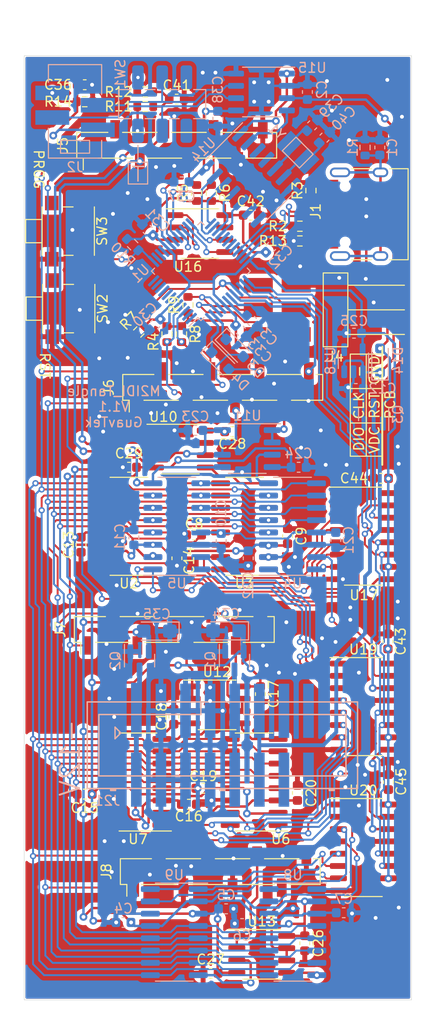
<source format=kicad_pcb>
(kicad_pcb (version 20221018) (generator pcbnew)
  (layers (0 "F.Cu" signal) (31 "B.Cu" signal) (34 "B.Paste" user) (35 "F.Paste" user) (36 "B.SilkS" user "B.Silkscreen") (37 "F.SilkS" user "F.Silkscreen") (38 "B.Mask" user) (39 "F.Mask" user) (44 "Edge.Cuts" user))
  (net 0 "")
  (net 1 "GND")
  (net 2 "Net-(J1-SHIELD)")
  (net 3 "Net-(U1-VDDCORE)")
  (net 4 "+VDC")
  (net 5 "-VDC")
  (net 6 "+3V3")
  (net 7 "Net-(J2-Pin_1)")
  (net 8 "VBUS")
  (net 9 "+5V")
  (net 10 "USB_D+")
  (net 11 "Net-(U14-OSC2)")
  (net 12 "USB_D-")
  (net 13 "Net-(U14-OSC1)")
  (net 14 "SWCLK")
  (net 15 "RESET")
  (net 16 "LED")
  (net 17 "Net-(D3-K)")
  (net 18 "Net-(D4-K)")
  (net 20 "Net-(J1-CC1)")
  (net 22 "Net-(J1-CC2)")
  (net 24 "Net-(J21-Pin_1)")
  (net 25 "Butt_X")
  (net 26 "Net-(J21-Pin_10)")
  (net 27 "Butt_Y")
  (net 28 "Out2")
  (net 29 "Butt_B")
  (net 30 "In2")
  (net 31 "Out1")
  (net 32 "Butt_A")
  (net 33 "In1")
  (net 34 "Out4")
  (net 35 "Butt_D")
  (net 36 "In4")
  (net 37 "Out3")
  (net 38 "Butt_C")
  (net 39 "In3")
  (net 40 "Out6")
  (net 41 "In6")
  (net 42 "Out5")
  (net 43 "In5")
  (net 44 "Out8")
  (net 45 "In8")
  (net 46 "Out7")
  (net 47 "In7")
  (net 48 "Net-(J21-Pin_11)")
  (net 70 "Net-(U10A-+)")
  (net 71 "Net-(U10B-+)")
  (net 72 "Net-(R11-Pad2)")
  (net 73 "Net-(R12-Pad2)")
  (net 74 "Net-(U11A-+)")
  (net 75 "Net-(U11B-+)")
  (net 76 "Net-(U12B-+)")
  (net 77 "Net-(C41-Pad1)")
  (net 78 "SPI_MISO")
  (net 79 "SPI_SS")
  (net 80 "SPI_SCK")
  (net 81 "SPI_MOSI")
  (net 82 "Net-(U12A-+)")
  (net 83 "Net-(U13B-+)")
  (net 84 "M2IDI+")
  (net 85 "M2IDI-")
  (net 86 "SWDIO")
  (net 87 "Net-(U13A-+)")
  (net 90 "PROG")
  (net 91 "EEPROM_SCK")
  (net 92 "EEPROM_MOSI")
  (net 93 "EEPROM_CS")
  (net 94 "EEPROM_MISO")
  (net 95 "Shiftreg_Data")
  (net 96 "Shiftreg_Clk")
  (net 97 "Shiftreg_strobe")
  (net 98 "A01")
  (net 99 "A02")
  (net 100 "A00")
  (net 101 "A11")
  (net 102 "A12")
  (net 103 "A10")
  (net 104 "A21")
  (net 105 "A22")
  (net 106 "A20")
  (net 107 "A31")
  (net 108 "A32")
  (net 109 "A30")
  (net 110 "A41")
  (net 111 "A42")
  (net 112 "A40")
  (net 113 "A51")
  (net 114 "A52")
  (net 115 "A50")
  (net 116 "A61")
  (net 117 "A62")
  (net 118 "A60")
  (net 119 "A71")
  (net 120 "A72")
  (net 121 "A70")
  (net 124 "Net-(U14-RXCAN)")
  (net 125 "Net-(U14-TXCAN)")
  (net 126 "Net-(U17-QH')")
  (net 128 "Net-(U19-QH')")
  (footprint "Capacitor_SMD:C_0603_1608Metric" (layer "F.Cu") (at 177.8 102.235 180)
    (fp_text reference "C8")
    (fp_text value "100nF")
  )
  (footprint "Capacitor_SMD:C_0603_1608Metric" (layer "F.Cu") (at 187.452 102.362 -90)
    (fp_text reference "C9")
    (fp_text value "100nF")
  )
  (footprint "Capacitor_SMD:C_0603_1608Metric" (layer "F.Cu") (at 166.116 103.251 -90)
    (fp_text reference "C13")
    (fp_text value "100nF")
  )
  (footprint "Capacitor_SMD:C_0603_1608Metric" (layer "F.Cu") (at 176.022 104.648 90)
    (fp_text reference "C14")
    (fp_text value "100nF")
  )
  (footprint "Capacitor_SMD:C_0603_1608Metric" (layer "F.Cu") (at 166.5 129 180)
    (fp_text reference "C15")
    (fp_text value "100nF")
  )
  (footprint "Capacitor_SMD:C_0603_1608Metric" (layer "F.Cu") (at 177.25 130.048 180)
    (fp_text reference "C16")
    (fp_text value "100nF")
  )
  (footprint "Capacitor_SMD:C_0603_1608Metric" (layer "F.Cu") (at 184.6422 118.6688 -90)
    (fp_text reference "C17")
    (fp_text value "100nF")
  )
  (footprint "Capacitor_SMD:C_0603_1608Metric" (layer "F.Cu") (at 175.7014 121.0056 -90)
    (fp_text reference "C18")
    (fp_text value "100nF")
  )
  (footprint "Capacitor_SMD:C_0603_1608Metric" (layer "F.Cu") (at 178.75 128.397 180)
    (fp_text reference "C19")
    (fp_text value "100nF")
  )
  (footprint "Capacitor_SMD:C_0603_1608Metric" (layer "F.Cu") (at 188.468 128.8796 -90)
    (fp_text reference "C20")
    (fp_text value "100nF")
  )
  (footprint "Capacitor_SMD:C_0603_1608Metric" (layer "F.Cu") (at 189.23 144.399 -90)
    (fp_text reference "C26")
    (fp_text value "100nF")
  )
  (footprint "Capacitor_SMD:C_0603_1608Metric" (layer "F.Cu") (at 179.5 147.5)
    (fp_text reference "C27")
    (fp_text value "100nF")
  )
  (footprint "Capacitor_SMD:C_0603_1608Metric" (layer "F.Cu") (at 181.737 91.567)
    (fp_text reference "C28")
    (fp_text value "100nF")
  )
  (footprint "Capacitor_SMD:C_0603_1608Metric" (layer "F.Cu") (at 171.069 95.25)
    (fp_text reference "C29")
    (fp_text value "100nF")
  )
  (footprint "Connector_USB:USB_C_Receptacle_HRO_TYPE-C-31-M-12" (layer "F.Cu") (at 196 69.119 90)
    (fp_text reference "J1")
    (fp_text value "USB_C_Receptacle_USB2.0")
  )
  (footprint "Resistor_SMD:R_0603_1608Metric" (layer "F.Cu") (at 188.722 70.358)
    (fp_text reference "R2")
    (fp_text value "5k1")
  )
  (footprint "Resistor_SMD:R_0603_1608Metric" (layer "F.Cu") (at 189.865 66.675 -90)
    (fp_text reference "R3")
    (fp_text value "5k1")
  )
  (footprint "Resistor_SMD:R_0603_1608Metric" (layer "F.Cu") (at 178.054 66.929 90)
    (fp_text reference "R5")
    (fp_text value "10k")
  )
  (footprint "Resistor_SMD:R_0603_1608Metric" (layer "F.Cu") (at 172.085 81.28 -135)
    (fp_text reference "R7")
    (fp_text value "10k")
  )
  (footprint "Package_SO:SOIC-16_3.9x9.9mm_P1.27mm" (layer "F.Cu") (at 171.069 101.346 180)
    (fp_text reference "U2")
    (fp_text value "DG408")
  )
  (footprint "Package_SO:SOIC-16_3.9x9.9mm_P1.27mm" (layer "F.Cu") (at 183.007 101.346 180)
    (fp_text reference "U3")
    (fp_text value "DG408")
  )
  (footprint "Package_SO:SOIC-16_3.9x9.9mm_P1.27mm" (layer "F.Cu") (at 172 127.75 180)
    (fp_text reference "U7")
    (fp_text value "DG408")
  )
  (footprint "Connector_PinSocket_2.54mm:PinSocket_1x08_P2.54mm_Vertical_SMD_Pin1Left" (layer "F.Cu") (at 176 62 90)
    (fp_text reference "J5")
    (fp_text value "Conn_01x08_Female")
  )
  (footprint "Connector_PinSocket_2.54mm:PinSocket_1x08_P2.54mm_Vertical_SMD_Pin1Left" (layer "F.Cu") (at 180.75 87 90)
    (fp_text reference "J6")
    (fp_text value "Conn_01x08_Female")
  )
  (footprint "Connector_PinSocket_2.54mm:PinSocket_1x08_P2.54mm_Vertical_SMD_Pin1Left" (layer "F.Cu") (at 175.75 112 90)
    (fp_text reference "J7")
    (fp_text value "Conn_01x08_Female")
  )
  (footprint "Connector_PinSocket_2.54mm:PinSocket_1x08_P2.54mm_Vertical_SMD_Pin1Left" (layer "F.Cu") (at 180.5 137 90)
    (fp_text reference "J8")
    (fp_text value "Conn_01x08_Female")
  )
  (footprint "Resistor_SMD:R_0603_1608Metric" (layer "F.Cu") (at 175 81.5 -90)
    (fp_text reference "R4")
    (fp_text value "10k")
  )
  (footprint "Resistor_SMD:R_0603_1608Metric" (layer "F.Cu") (at 179.578 66.929 90)
    (fp_text reference "R6")
    (fp_text value "10k")
  )
  (footprint "Resistor_SMD:R_0603_1608Metric" (layer "F.Cu") (at 176.5 81.5 -90)
    (fp_text reference "R8")
    (fp_text value "10k")
  )
  (footprint "Package_SO:SOIC-16_3.9x9.9mm_P1.27mm" (layer "F.Cu") (at 184 127.75 180)
    (fp_text reference "U6")
    (fp_text value "DG408")
  )
  (footprint "Capacitor_SMD:C_0603_1608Metric" (layer "F.Cu") (at 166.5 55.75)
    (fp_text reference "C36")
    (fp_text value "4.7nF")
  )
  (footprint "Resistor_SMD:R_0603_1608Metric" (layer "F.Cu") (at 166.5 57.5)
    (fp_text reference "R14")
    (fp_text value "1M")
  )
  (footprint "Custom_FP:TSM103-DH" (layer "F.Cu") (at 192.405 78.994 180)
    (fp_text reference "J4")
    (fp_text value "Conn_01x06_Male")
  )
  (footprint "Capacitor_SMD:C_0603_1608Metric" (layer "F.Cu") (at 176 57.242)
    (fp_text reference "C41")
    (fp_text value "4.7nF")
  )
  (footprint "Resistor_SMD:R_0603_1608Metric" (layer "F.Cu") (at 172.75 57.992 180)
    (fp_text reference "R11")
    (fp_text value "62")
  )
  (footprint "Resistor_SMD:R_0603_1608Metric" (layer "F.Cu") (at 172.75 56.492 180)
    (fp_text reference "R12")
    (fp_text value "62")
  )
  (footprint "Resistor_SMD:R_0603_1608Metric" (layer "F.Cu") (at 177.165 78.486 90)
    (fp_text reference "R9")
    (fp_text value "1k")
  )
  (footprint "Capacitor_SMD:C_0603_1608Metric" (layer "F.Cu") (at 183.642 69.215)
    (fp_text reference "C42")
    (fp_text value "100nF")
  )
  (footprint "Capacitor_SMD:C_0603_1608Metric" (layer "F.Cu") (at 197.8152 113.2332 90)
    (fp_text reference "C43")
    (fp_text value "100nF")
  )
  (footprint "Capacitor_SMD:C_0603_1608Metric" (layer "F.Cu") (at 197.104 96.393 180)
    (fp_text reference "C44")
    (fp_text value "100nF")
  )
  (footprint "Capacitor_SMD:C_0603_1608Metric" (layer "F.Cu") (at 197.866 127.762 90)
    (fp_text reference "C45")
    (fp_text value "100nF")
  )
  (footprint "Resistor_SMD:R_0603_1608Metric" (layer "F.Cu") (at 188.722 71.882 180)
    (fp_text reference "R13")
    (fp_text value "1M")
  )
  (footprint "Custom_FP:Tactile_angled_5x5.4_SMD" (layer "F.Cu") (at 164.846 78.867 180)
    (fp_text reference "SW2")
    (fp_text value "SW_SPST")
  )
  (footprint "Custom_FP:Tactile_angled_5x5.4_SMD" (layer "F.Cu") (at 164.797 70.866 180)
    (fp_text reference "SW3")
    (fp_text value "SW_SPST")
  )
  (footprint "Package_SO:SO-8_3.9x4.9mm_P1.27mm" (layer "F.Cu") (at 176.3776 93.3704)
    (fp_text reference "U10")
    (fp_text value "TL072")
  )
  (footprint "Package_SO:SO-8_3.9x4.9mm_P1.27mm" (layer "F.Cu") (at 180.1718 119.7864)
    (fp_text reference "U12")
    (fp_text value "TL072")
  )
  (footprint "Package_SO:SO-8_3.9x4.9mm_P1.27mm" (layer "F.Cu") (at 184.785 145.542)
    (fp_text reference "U13")
    (fp_text value "TL072")
  )
  (footprint "Package_SO:SO-8_3.9x4.9mm_P1.27mm" (layer "F.Cu") (at 178.3938 71.12)
    (fp_text reference "U16")
    (fp_text value "CAT250xxx")
  )
  (footprint "Package_SO:SO-16_3.9x9.9mm_P1.27mm" (layer "F.Cu") (at 195.2752 102.362)
    (fp_text reference "U17")
    (fp_text value "74HC595")
  )
  (footprint "Package_SO:SO-16_3.9x9.9mm_P1.27mm" (layer "F.Cu") (at 195.2752 119.9642)
    (fp_text reference "U19")
    (fp_text value "74HC595")
  )
  (footprint "Package_SO:SO-16_3.9x9.9mm_P1.27mm" (layer "F.Cu") (at 195.2752 134.5184)
    (fp_text reference "U20")
    (fp_text value "74HC595")
  )
  (footprint "Capacitor_SMD:C_0603_1608Metric" (layer "B.Cu") (at 170.5 142.25 180)
    (fp_text reference "C4")
    (fp_text value "100nF")
  )
  (footprint "Capacitor_SMD:C_0603_1608Metric" (layer "B.Cu") (at 181.102 140.843 180)
    (fp_text reference "C5")
    (fp_text value "100nF")
  )
  (footprint "Capacitor_SMD:C_0603_1608Metric" (layer "B.Cu") (at 182.75 142.367 180)
    (fp_text reference "C6")
    (fp_text value "100nF")
  )
  (footprint "Capacitor_SMD:C_0603_1608Metric" (layer "B.Cu") (at 193.25 141.25 180)
    (fp_text reference "C7")
    (fp_text value "100nF")
  )
  (footprint "Capacitor_SMD:C_0603_1608Metric" (layer "B.Cu") (at 180.594 102.87 -90)
    (fp_text reference "C10")
    (fp_text value "100nF")
  )
  (footprint "Capacitor_SMD:C_0603_1608Metric" (layer "B.Cu") (at 171.577 102.489 -90)
    (fp_text reference "C11")
    (fp_text value "100nF")
  )
  (footprint "Capacitor_SMD:C_0603_1608Metric" (layer "B.Cu") (at 194.5 87.122 180)
    (fp_text reference "C12")
    (fp_text value "1µF")
  )
  (footprint "Capacitor_SMD:C_0603_1608Metric" (layer "B.Cu") (at 192.4304 102.7684 -90)
    (fp_text reference "C21")
    (fp_text value "100nF")
  )
  (footprint "Capacitor_SMD:C_0603_1608Metric" (layer "B.Cu") (at 183.388 104.648 90)
    (fp_text reference "C22")
    (fp_text value "100nF")
  )
  (footprint "Capacitor_SMD:C_0603_1608Metric" (layer "B.Cu") (at 177.927 91.44 180)
    (fp_text reference "C23")
    (fp_text value "100nF")
  )
  (footprint "Capacitor_SMD:C_0603_1608Metric" (layer "B.Cu") (at 188.595 95.25 180)
    (fp_text reference "C24")
    (fp_text value "100nF")
  )
  (footprint "Capacitor_SMD:C_0603_1608Metric" (layer "B.Cu") (at 194.31 81.407 180)
    (fp_text reference "C25")
    (fp_text value "1µF")
  )
  (footprint "Capacitor_SMD:C_0603_1608Metric" (layer "B.Cu") (at 173 70.739 135)
    (fp_text reference "C31")
    (fp_text value "100nF")
  )
  (footprint "Capacitor_SMD:C_0603_1608Metric" (layer "B.Cu") (at 185.75 72.5 45)
    (fp_text reference "C32")
    (fp_text value "100nF")
  )
  (footprint "Capacitor_SMD:C_0603_1608Metric" (layer "B.Cu") (at 182.626 81.153 -45)
    (fp_text reference "C33")
    (fp_text value "100nF")
  )
  (footprint "Capacitor_Tantalum_SMD:CP_EIA-3216-12_Kemet-S" (layer "B.Cu") (at 181.102 112.141 180)
    (fp_text reference "C34")
    (fp_text value "3.3µF")
  )
  (footprint "Capacitor_Tantalum_SMD:CP_EIA-3216-12_Kemet-S" (layer "B.Cu") (at 173.9392 112.1664 180)
    (fp_text reference "C35")
    (fp_text value "3.3µF")
  )
  (footprint "Diode_SMD:D_SOD-323_HandSoldering" (layer "B.Cu") (at 197 84.2264 90)
    (fp_text reference "D14")
    (fp_text value "D_Schottky")
  )
  (footprint "Custom_FP:Header_2x8_Shrouded_SMD" (layer "B.Cu") (at 171.831 122.682)
    (fp_text reference "J21")
    (fp_text value "Conn_02x08_Odd_Even")
  )
  (footprint "Resistor_SMD:R_0603_1608Metric" (layer "B.Cu") (at 195.453 62.23 90)
    (fp_text reference "R1")
    (fp_text value "1M")
  )
  (footprint "Package_QFP:TQFP-48_7x7mm_P0.5mm" (layer "B.Cu") (at 178.5 75 45)
    (fp_text reference "U1")
    (fp_text value "ATSAMD21G15B-A")
  )
  (footprint "Package_SO:SOIC-16_3.9x9.9mm_P1.27mm" (layer "B.Cu") (at 187.96 101.346)
    (fp_text reference "U4")
    (fp_text value "DG408")
  )
  (footprint "Package_SO:SOIC-16_3.9x9.9mm_P1.27mm" (layer "B.Cu") (at 176.022 101.346)
    (fp_text reference "U5")
    (fp_text value "DG408")
  )
  (footprint "Package_SO:SOIC-16_3.9x9.9mm_P1.27mm" (layer "B.Cu") (at 188 143.25 180)
    (fp_text reference "U8")
    (fp_text value "DG408")
  )
  (footprint "Package_SO:SOIC-16_3.9x9.9mm_P1.27mm" (layer "B.Cu") (at 175.75 143.25 180)
    (fp_text reference "U9")
    (fp_text value "DG408")
  )
  (footprint "Package_TO_SOT_SMD:SOT-23-5" (layer "B.Cu") (at 194.25 84.25 90)
    (fp_text reference "U18")
    (fp_text value "MIC5504-3.3YM5")
  )
  (footprint "Capacitor_SMD:C_0603_1608Metric" (layer "B.Cu") (at 173.75 80.5 -135)
    (fp_text reference "C30")
    (fp_text value "100nF")
  )
  (footprint "Capacitor_SMD:C_0603_1608Metric" (layer "B.Cu") (at 183.769 80.137 -45)
    (fp_text reference "C3")
    (fp_text value "1µF")
  )
  (footprint "Diode_SMD:D_SOD-323_HandSoldering" (layer "B.Cu") (at 181.991 82.931 -45)
    (fp_text reference "D3")
    (fp_text value "D_Schottky")
  )
  (footprint "Diode_SMD:D_SOD-323_HandSoldering" (layer "B.Cu") (at 180.5 84.25 -45)
    (fp_text reference "D4")
    (fp_text value "D_Schottky")
  )
  (footprint "Capacitor_SMD:C_0603_1608Metric" (layer "B.Cu") (at 189.5 56.5 90)
    (fp_text reference "C2")
    (fp_text value "1µF")
  )
  (footprint "Custom_FP:SlideDPDT_JS202011" (layer "B.Cu") (at 174.5 57.75 -90)
    (fp_text reference "SW1")
    (fp_text value "SW_Push_DPDT")
  )
  (footprint "Custom_FP:MicroMatch_04_Vertical_SMD_Lock" (layer "B.Cu") (at 165.5 58.5 -90)
    (fp_text reference "J2")
    (fp_text value "Conn_01x04")
  )
  (footprint "Capacitor_SMD:C_0603_1608Metric" (layer "B.Cu") (at 189.992 59.944 45)
    (fp_text reference "C39")
    (fp_text value "12pF")
  )
  (footprint "Capacitor_SMD:C_0603_1608Metric" (layer "B.Cu") (at 191.262 61.214 45)
    (fp_text reference "C40")
    (fp_text value "12pF")
  )
  (footprint "Custom_FP:Crystal_2pin_2.0x2.5mm" (layer "B.Cu") (at 188.5 62.75 -45)
    (fp_text reference "Y1")
    (fp_text value "20MHz")
  )
  (footprint "Capacitor_SMD:C_0603_1608Metric" (layer "B.Cu") (at 196.977 62.23 90)
    (fp_text reference "C1")
    (fp_text value "4.7nF")
  )
  (footprint "Capacitor_SMD:C_0603_1608Metric" (layer "B.Cu") (at 176.5 65.786 180)
    (fp_text reference "C37")
    (fp_text value "100nF")
  )
  (footprint "Package_SO:SOIC-14_3.9x8.7mm_P1.27mm" (layer "B.Cu") (at 183.5 65.25 -135)
    (fp_text reference "U14")
    (fp_text value "MCP2517FD-xSL")
  )
  (footprint "Package_SO:Infineon_PG-DSO-8-27_3.9x4.9mm_EP2.65x3mm" (layer "B.Cu") (at 184.75 56.5 180)
    (fp_text reference "U15")
    (fp_text value "TLE9250V")
  )
  (footprint "Capacitor_SMD:C_0603_1608Metric" (layer "B.Cu") (at 180.25 59.25 -90)
    (fp_text reference "C38")
    (fp_text value "100nF")
  )
  (footprint "Package_TO_SOT_SMD:SOT-23" (layer "B.Cu") (at 181.9656 115.2144 -90)
    (fp_text reference "Q1")
    (fp_text value "BSS84")
  )
  (footprint "Package_TO_SOT_SMD:SOT-23" (layer "B.Cu") (at 172.1612 115.2144 -90)
    (fp_text reference "Q2")
    (fp_text value "2N7002")
  )
  (footprint "Package_TO_SOT_SMD:SOT-23" (layer "B.Cu") (at 196.342 89.789 90)
    (fp_text reference "Q3")
    (fp_text value "BSS84")
  )
  (footprint "Resistor_SMD:R_0603_1608Metric" (layer "B.Cu") (at 171.45 72.263 -45)
    (fp_text reference "R10")
    (fp_text value "10k")
  )
  (footprint "Package_SO:SO-8_3.9x4.9mm_P1.27mm" (layer "B.Cu") (at 183.2864 93.3196 180)
    (fp_text reference "U11")
    (fp_text value "TL072")
  )
  (gr_line (start 173 63.75) (end 172 63.75) (stroke (width 0.12)) (layer "B.SilkS"))
  (gr_line (start 171 63.75) (end 171 66) (stroke (width 0.12)) (layer "B.SilkS"))
  (gr_line (start 173 66) (end 173 63.75) (stroke (width 0.12)) (layer "B.SilkS"))
  (gr_line (start 171 66) (end 173 66) (stroke (width 0.12)) (layer "B.SilkS"))
  (gr_line (start 172 62) (end 172 63.75) (stroke (width 0.12)) (layer "B.SilkS"))
  (gr_line (start 172 63.75) (end 171 63.75) (stroke (width 0.12)) (layer "B.SilkS"))
  (gr_line (start 197.231 83.566) (end 193.929 83.566) (stroke (width 0.12)) (layer "F.SilkS"))
  (gr_line (start 195.58 94.107) (end 195.58 83.566) (stroke (width 0.12)) (layer "F.SilkS"))
  (gr_line (start 197.231 94.996) (end 197.231 82.804) (stroke (width 0.2)) (layer "F.SilkS"))
  (gr_line (start 197.231 87.122) (end 193.929 87.122) (stroke (width 0.12)) (layer "F.SilkS"))
  (gr_line (start 197.231 90.678) (end 193.929 90.678) (stroke (width 0.12)) (layer "F.SilkS"))
  (gr_line (start 193.929 94.107) (end 193.929 83.566) (stroke (width 0.12)) (layer "F.SilkS"))
  (gr_line (start 197.231 94.107) (end 193.929 94.107) (stroke (width 0.12)) (layer "F.SilkS"))
  (gr_line (start 160.25 52.75) (end 200.25 52.75) (stroke (width 0.05)) (layer "Edge.Cuts"))
  (gr_line (start 160.25 150.25) (end 160.25 52.75) (stroke (width 0.05)) (layer "Edge.Cuts"))
  (gr_line (start 200.25 150.25) (end 160.25 150.25) (stroke (width 0.05)) (layer "Edge.Cuts"))
  (gr_line (start 200.25 52.75) (end 200.25 150.25) (stroke (width 0.05)) (layer "Edge.Cuts"))
  (gr_text "T" (at 172 65) (layer "B.SilkS") (effects (font (size 1.5 2)) (justify mirror)))
  (gr_text "-12V" (at 165 125.25 90) (layer "B.SilkS") (effects (font (size 2 2) (thickness 0.2)) (justify mirror)))
  (gr_text "M2IDI_Tangle\nV1.1\nGuavTek" (at 169.5 89) (layer "B.SilkS") (effects (font (size 1 1)) (justify mirror)))
  (gr_text "RST" (at 161.798 83.312 -90) (layer "F.SilkS") (effects (font (size 1 1)) (justify left bottom)))
  (gr_text "DIO CLK  - \nVDC RST GND\nPCB" (at 198.628 88.773 90) (layer "F.SilkS") (effects (font (size 1 1)) (justify bottom)))
  (gr_text "PROG" (at 161.163 62.357 -90) (layer "F.SilkS") (effects (font (size 1 1)) (justify left bottom)))
  (segment (start 179.595 129.655) (end 178.3825 129.655) (width 0.25) (layer "F.Cu") (net 1))
  (segment (start 181.483 103.251) (end 182.118 102.616) (width 0.25) (layer "F.Cu") (net 1))
  (segment (start 168.594 103.251) (end 170.052994 103.251) (width 0.25) (layer "F.Cu") (net 1))
  (segment (start 182.1 63.15) (end 182.131 63.119) (width 0.25) (layer "F.Cu") (net 1))
  (segment (start 178.3825 129.655) (end 178.0375 130) (width 0.25) (layer "F.Cu") (net 1))
  (segment (start 180.532 103.251) (end 181.483 103.251) (width 0.25) (layer "F.Cu") (net 1))
  (segment (start 181.525 129.655) (end 179.595 129.655) (width 0.25) (layer "F.Cu") (net 1))
  (segment (start 170.052994 103.251) (end 170.434 102.869994) (width 0.25) (layer "F.Cu") (net 1))
  (segment (start 182.118 102.616) (end 182.753 102.616) (width 0.25) (layer "F.Cu") (net 1))
  (via (at 193.548 94.996) (size 0.8) (drill 0.4) (layers "F.Cu" "B.Cu") (net 1))
  (via (at 177.546 111.252) (size 0.8) (drill 0.4) (layers "F.Cu" "B.Cu") (net 1))
  (via (at 174.371 118.364) (size 0.8) (drill 0.4) (layers "F.Cu" "B.Cu") (net 1))
  (via (at 174.3456 119.7864) (size 0.8) (drill 0.4) (layers "F.Cu" "B.Cu") (net 1))
  (via (at 178.308 81.534) (size 0.8) (drill 0.4) (layers "F.Cu" "B.Cu") (net 1))
  (via (at 182.499 109.982) (size 0.8) (drill 0.4) (layers "F.Cu" "B.Cu") (net 1))
  (via (at 165.989 78.994) (size 0.8) (drill 0.4) (layers "F.Cu" "B.Cu") (net 1))
  (via (at 198.9328 140.716) (size 0.8) (drill 0.4) (layers "F.Cu" "B.Cu") (net 1))
  (via (at 171.323 74.676) (size 0.8) (drill 0.4) (layers "F.Cu" "B.Cu") (net 1))
  (via (at 194.818 116.459) (size 0.8) (drill 0.4) (layers "F.Cu" "B.Cu") (net 1))
  (via (at 175.75 64.135) (size 0.8) (drill 0.4) (layers "F.Cu" "B.Cu") (net 1))
  (via (at 168.5544 133.858) (size 0.8) (drill 0.4) (layers "F.Cu" "B.Cu") (net 1))
  (via (at 198.8312 93.1164) (size 0.8) (drill 0.4) (layers "F.Cu" "B.Cu") (net 1))
  (via (at 197.75 55.25) (size 0.8) (drill 0.4) (layers "F.Cu" "B.Cu") (net 1))
  (via (at 185.293 115.697) (size 0.8) (drill 0.4) (layers "F.Cu" "B.Cu") (net 1))
  (via (at 165.227 70.739) (size 0.8) (drill 0.4) (layers "F.Cu" "B.Cu") (net 1))
  (via (at 188.0108 140.8) (size 0.8) (drill 0.4) (layers "F.Cu" "B.Cu") (net 1))
  (via (at 190.881 91.44) (size 0.8) (drill 0.4) (layers "F.Cu" "B.Cu") (net 1))
  (via (at 199.263 59.055) (size 0.8) (drill 0.4) (layers "F.Cu" "B.Cu") (net 1))
  (via (at 194.818 130.175) (size 0.8) (drill 0.4) (layers "F.Cu" "B.Cu") (net 1))
  (via (at 194.1068 141.3256) (size 0.8) (drill 0.4) (layers "F.Cu" "B.Cu") (net 1))
  (via (at 192.786 75.692) (size 0.8) (drill 0.4) (layers "F.Cu" "B.Cu") (net 1))
  (via (at 178.562 88.011) (size 0.8) (drill 0.4) (layers "F.Cu" "B.Cu") (net 1))
  (via (at 184 57.5) (size 0.8) (drill 0.4) (layers "F.Cu" "B.Cu") (net 1))
  (via (at 169.5 129.5) (size 0.8) (drill 0.4) (layers "F.Cu" "B.Cu") (net 1))
  (via (at 185.5 55.5) (size 0.8) (drill 0.4) (layers "F.Cu" "B.Cu") (net 1))
  (via (at 188.849 93.218) (size 0.8) (drill 0.4) (layers "F.Cu" "B.Cu") (net 1))
  (via (at 198.8312 110.8456) (size 0.8) (drill 0.4) (layers "F.Cu" "B.Cu") (net 1))
  (via (at 188.75 74.5) (size 0.8) (drill 0.4) (layers "F.Cu" "B.Cu") (net 1))
  (via (at 174.244 121.3104) (size 0.8) (drill 0.4) (layers "F.Cu" "B.Cu") (net 1))
  (via (at 193.7125 87) (size 0.8) (drill 0.4) (layers "F.Cu" "B.Cu") (net 1))
  (via (at 177.4952 136.4488) (size 0.8) (drill 0.4) (layers "F.Cu" "B.Cu") (net 1))
  (via (at 175.9204 136.398) (size 0.8) (drill 0.4) (layers "F.Cu" "B.Cu") (net 1))
  (via (at 193.535 81.407) (size 0.8) (drill 0.4) (layers "F.Cu" "B.Cu") (net 1))
  (via (at 192.024 58.42) (size 0.8) (drill 0.4) (layers "F.Cu" "B.Cu") (net 1))
  (via (at 174.879 114.3) (size 0.8) (drill 0.4) (layers "F.Cu" "B.Cu") (net 1))
  (via (at 184 55.5) (size 0.8) (drill 0.4) (layers "F.Cu" "B.Cu") (net 1))
  (via (at 193.802 61.468) (size 0.8) (drill 0.4) (layers "F.Cu" "B.Cu") (net 1))
  (via (at 191.389 94.996) (size 0.8) (drill 0.4) (layers "F.Cu" "B.Cu") (net 1))
  (via (at 182.753 95.758) (size 0.8) (drill 0.4) (layers "F.Cu" "B.Cu") (net 1))
  (via (at 195.58 69.342) (size 0.8) (drill 0.4) (layers "F.Cu" "B.Cu") (net 1))
  (via (at 186.563 116.459) (size 0.8) (drill 0.4) (layers "F.Cu" "B.Cu") (net 1))
  (via (at 194.691 125.984) (size 0.8) (drill 0.4) (layers "F.Cu" "B.Cu") (net 1))
  (via (at 188.214 104.521) (size 0.8) (drill 0.4) (layers "F.Cu" "B.Cu") (net 1))
  (via (at 169.418 69.088) (size 0.8) (drill 0.4) (layers "F.Cu" "B.Cu") (net 1))
  (via (at 187.579 105.537) (size 0.8) (drill 0.4) (layers "F.Cu" "B.Cu") (net 1))
  (via (at 180.213 89.662) (size 0.8) (drill 0.4) (layers "F.Cu" "B.Cu") (net 1))
  (via (at 169.799 107.442) (size 0.8) (drill 0.4) (layers "F.Cu" "B.Cu") (net 1))
  (via (at 195.5292 75.7936) (size 0.8) (drill 0.4) (layers "F.Cu" "B.Cu") (net 1))
  (via (at 176.784 102.108) (size 0.8) (drill 0.4) (layers "F.Cu" "B.Cu") (net 1))
  (via (at 181.991 142.367) (size 0.8) (drill 0.4) (layers "F.Cu" "B.Cu") (net 1))
  (via (at 169.545 121.031) (size 0.8) (drill 0.4) (layers "F.Cu" "B.Cu") (net 1))
  (via (at 168.91 80.264) (size 0.8) (drill 0.4) (layers "F.Cu" "B.Cu") (net 1))
  (via (at 179.451 119.38) (size 0.8) (drill 0.4) (layers "F.Cu" "B.Cu") (net 1))
  (via (at 169.291 137.033) (size 0.8) (drill 0.4) (layers "F.Cu" "B.Cu") (net 1))
  (via (at 168.402 91.567) (size 0.8) (drill 0.4) (layers "F.Cu" "B.Cu") (net 1))
  (via (at 198.8312 109.1184) (size 0.8) (drill 0.4) (layers "F.Cu" "B.Cu") (net 1))
  (via (at 188.214 116.586) (size 0.8) (drill 0.4) (layers "F.Cu" "B.Cu") (net 1))
  (via (at 193.929 110.998) (size 0.8) (drill 0.4) (layers "F.Cu" "B.Cu") (net 1))
  (via (at 170.5356 133.858) (size 0.8) (drill 0.4) (layers "F.Cu" "B.Cu") (net 1))
  (via (at 173.228 137.3124) (size 0.8) (drill 0.4) (layers "F.Cu" "B.Cu") (net 1))
  (via (at 184.912 113.665) (size 0.8) (drill 0.4) (layers "F.Cu" "B.Cu") (net 1))
  (via (at 173.863 64.25) (size 0.8) (drill 0.4) (layers "F.Cu" "B.Cu") (net 1))
  (via (at 191.008 112.903) (size 0.8) (drill 0.4) (layers "F.Cu" "B.Cu") (net 1))
  (via (at 181.864 140.843) (size 0.8) (drill 0.4) (layers "F.Cu" "B.Cu") (net 1))
  (via (at 176.022 105.41) (size 0.8) (drill 0.4) (layers "F.Cu" "B.Cu") (net 1))
  (via (at 184.912 66.802) (size 0.8) (drill 0.4) (layers "F.Cu" "B.Cu") (net 1))
  (via (at 195.453 127) (size 0.8) (drill 0.4) (layers "F.Cu" "B.Cu") (net 1))
  (via (at 196.5452 141.7828) (size 0.8) (drill 0.4) (layers "F.Cu" "B.Cu") (net 1))
  (via (at 170.688 79.502) (size 0.8) (drill 0.4) (layers "F.Cu" "B.Cu") (net 1))
  (via (at 167.259 55.753) (size 0.8) (drill 0.4) (layers "F.Cu" "B.Cu") (net 1))
  (via (at 188.087 71.882) (size 0.8) (drill 0.4) (layers "F.Cu" "B.Cu") (net 1))
  (via (at 170.942 66.929) (size 0.8) (drill 0.4) (layers "F.Cu" "B.Cu") (net 1))
  (via (at 173.355 89.662) (size 0.8) (drill 0.4) (layers "F.Cu" "B.Cu") (net 1))
  (via (at 181.75 59.75) (size 0.8) (drill 0.4) (layers "F.Cu" "B.Cu") (net 1))
  (via (at 180 54.5) (size 0.8) (drill 0.4) (layers "F.Cu" "B.Cu") (net 1))
  (via (at 193.421 128.27) (size 0.8) (drill 0.4) (layers "F.Cu" "B.Cu") (net 1))
  (via (at 191.516 55.372) (size 0.8) (drill 0.4) (layers "F.Cu" "B.Cu") (net 1))
  (via (at 177.673 85.344) (size 0.8) (drill 0.4) (layers "F.Cu" "B.Cu") (net 1))
  (via (at 199.0852 127) (size 0.8) (drill 0.4) (layers "F.Cu" "B.Cu") (net 1))
  (via (at 170.434 102.869994) (size 0.8) (drill 0.4) (layers "F.Cu" "B.Cu") (net 1))
  (via (at 169.75 142.25) (size 0.8) (drill 0.4) (layers "F.Cu" "B.Cu") (net 1))
  (via (at 175.768 91.44) (size 0.8) (drill 0.4) (layers "F.Cu" "B.Cu") (net 1))
  (via (at 170.434 95.25) (size 0.8) (drill 0.4) (layers "F.Cu" "B.Cu") (net 1))
  (via (at 186.944 135.382) (size 0.8) (drill 0.4) (layers "F.Cu" "B.Cu") (net 1))
  (via (at 192.405 113.284) (size 0.8) (drill 0.4) (layers "F.Cu" "B.Cu") (net 1))
  (via (at 182.626 64.008) (size 0.8) (drill 0.4) (layers "F.Cu" "B.Cu") (net 1))
  (via (at 186.055 86.614) (size 0.8) (drill 0.4) (layers "F.Cu" "B.Cu") (net 1))
  (via (at 185.5 57.5) (size 0.8) (drill 0.4) (layers "F.Cu" "B.Cu") (net 1))
  (via (at 187.325 111.252) (size 0.8) (drill 0.4) (layers "F.Cu" "B.Cu") (net 1))
  (via (at 181.864 135.636) (size 0.8) (drill 0.4) (layers "F.Cu" "B.Cu") (net 1))
  (via (at 175.75 59) (size 0.8) (drill 0.4) (layers "F.Cu" "B.Cu") (net 1))
  (via (at 196.342 78.232) (size 0.8) (drill 0.4) (layers "F.Cu" "B.Cu") (net 1))
  (via (at 183.388 105.41) (size 0.8) (drill 0.4) (layers "F.Cu" "B.Cu") (net 1))
  (via (at 195.58 67.564) (size 0.8) (drill 0.4) (layers "F.Cu" "B.Cu") (net 1))
  (via (at 179.595 129.655) (size 0.8) (drill 0.4) (layers "F.Cu" "B.Cu") (net 1))
  (via (at 187.198 84.328) (size 0.8) (drill 0.4) (layers "F.Cu" "B.Cu") (net 1))
  (via (at 176 84.5) (size 0.8) (drill 0.4) (layers "F.Cu" "B.Cu") (net 1))
  (via (at 169.037 119.126) (size 0.8) (drill 0.4) (layers "F.Cu" "B.Cu") (net 1))
  (via (at 174.879 88.773) (size 0.8) (drill 0.4) (layers "F.Cu" "B.Cu") (net 1))
  (via (at 170.942 83.947) (size 0.8) (drill 0.4) (layers "F.Cu" "B.Cu") (net 1))
  (via (at 169.545 116.078) (size 0.8) (drill 0.4) (layers "F.Cu" "B.Cu") (net 1))
  (via (at 178.181 128.397) (size 0.8) (drill 0.4) (layers "F.Cu" "B.Cu") (net 1))
  (via (at 171.958 110.363) (size 0.8) (drill 0.4) (layers "F.Cu" "B.Cu") (net 1))
  (via (at 183.769 88.265) (size 0.8) (drill 0.4) (layers "F.Cu" "B.Cu") (net 1))
  (via (at 168.75 113.5) (size 0.8) (drill 0.4) (layers "F.Cu" "B.Cu") (net 1))
  (via (at 172.974 67.564) (size 0.8) (drill 0.4) (layers "F.Cu" "B.Cu") (net 1))
  (via (at 168 90) (size 0.8) (drill 0.4) (layers "F.Cu" "B.Cu") (net 1))
  (via (at 198.8312 125.6792) (size 0.8) (drill 0.4) (layers "F.Cu" "B.Cu") (net 1))
  (via (at 179.451 117.983) (size 0.8) (drill 0.4) (layers "F.Cu" "B.Cu") (net 1))
  (via (at 193.167 106.807) (size 0.8) (drill 0.4) (layers "F.Cu" "B.Cu") (net 1))
  (via (at 178.689 54.5) (size 0.8) (drill 0.4) (layers "F.Cu" "B.Cu") (net 1))
  (via (at 180.7464 120.396) (size 0.8) (drill 0.4) (layers "F.Cu" "B.Cu") (net 1))
  (via (at 168 84) (size 0.8) (drill 0.4) (layers "F.Cu" "B.Cu") (net 1))
  (via (at 186.309 67.691) (size 0.8) (drill 0.4) (layers "F.Cu" "B.Cu") (net 1))
  (via (at 189.611 88.392) (size 0.8) (drill 0.4) (layers "F.Cu" "B.Cu") (net 1))
  (via (at 198.9328 94.8944) (size 0.8) (drill 0.4) (layers "F.Cu" "B.Cu") (net 1))
  (via (at 193.929 109.728) (size 0.8) (drill 0.4) (layers "F.Cu" "B.Cu") (net 1))
  (segment (start 185.806847 71.443153) (end 186.306847 71.943153) (width 0.25) (layer "B.Cu") (net 1))
  (segment (start 189.3475 55.865) (end 189.5 55.7125) (width 0.25) (layer "B.Cu") (net 1))
  (segment (start 173.275 141.345) (end 169.905 141.345) (width 0.25) (layer "B.Cu") (net 1))
  (segment (start 186.655 141.345) (end 185.525 141.345) (width 0.25) (layer "B.Cu") (net 1))
  (segment (start 175.25 80.25) (end 175.25 79.310661) (width 0.25) (layer "B.Cu") (net 1))
  (segment (start 185.784009 71.465991) (end 185.806847 71.443153) (width 0.25) (layer "B.Cu") (net 1))
  (segment (start 178.497 103.251) (end 180.2 103.251) (width 0.5) (layer "B.Cu") (net 1))
  (segment (start 183.647 78.491) (end 184.277 79.121) (width 0.25) (layer "B.Cu") (net 1))
  (segment (start 190.435 103.251) (end 192.138 103.251) (width 0.25) (layer "B.Cu") (net 1))
  (segment (start 188.0108 140.8) (end 187.2 140.8) (width 0.25) (layer "B.Cu") (net 1))
  (segment (start 181.620109 77.766555) (end 182.344554 78.491) (width 0.25) (layer "B.Cu") (net 1))
  (segment (start 185.385 55.865) (end 184.75 56.5) (width 0.25) (layer "B.Cu") (net 1))
  (segment (start 194.25 85.35) (end 194.25 86.4625) (width 0.25) (layer "B.Cu") (net 1))
  (segment (start 175.25 79.310661) (end 175.954416 78.606245) (width 0.25) (layer "B.Cu") (net 1))
  (segment (start 172 68.5) (end 172.148946 68.5) (width 0.25) (layer "B.Cu") (net 1))
  (segment (start 185.215991 71.465991) (end 185.784009 71.465991) (width 0.25) (layer "B.Cu") (net 1))
  (segment (start 193.725 87.122) (end 193.7125 87.1095) (width 0.25) (layer "B.Cu") (net 1))
  (segment (start 169.7125 141.5375) (end 169.7125 142.25) (width 0.25) (layer "B.Cu") (net 1))
  (segment (start 187.375 55.865) (end 185.385 55.865) (width 0.25) (layer "B.Cu") (net 1))
  (segment (start 174.498 71.351553) (end 175.247309 72.100862) (width 0.25) (layer "B.Cu") (net 1))
  (segment (start 194.25 86.4625) (end 193.7125 87) (width 0.25) (layer "B.Cu") (net 1))
  (segment (start 193.7125 87.1095) (end 193.7125 87) (width 0.25) (layer "B.Cu") (net 1))
  (segment (start 193.535 81.534) (end 193.535 81.407) (width 0.25) (layer "B.Cu") (net 1))
  (segment (start 172.148946 68.5) (end 174.498 70.849054) (width 0.25) (layer "B.Cu") (net 1))
  (segment (start 187.2 140.8) (end 186.655 141.345) (width 0.25) (layer "B.Cu") (net 1))
  (segment (start 192.138 103.251) (end 192.4304 103.5434) (width 0.25) (layer "B.Cu") (net 1))
  (segment (start 175 80.5) (end 175.25 80.25) (width 0.25) (layer "B.Cu") (net 1))
  (segment (start 182.344554 78.491) (end 183.647 78.491) (width 0.25) (layer "B.Cu") (net 1))
  (segment (start 183.166905 73.515076) (end 185.215991 71.465991) (width 0.25) (layer "B.Cu") (net 1))
  (segment (start 174.498 70.849054) (end 174.498 71.351553) (width 0.25) (layer "B.Cu") (net 1))
  (segment (start 175 81.25) (end 175 80.5) (width 0.25) (layer "B.Cu") (net 1))
  (segment (start 183.388 105.4355) (end 183.388 105.41) (width 0.25) (layer "B.Cu") (net 1))
  (segment (start 169.905 141.345) (end 169.7125 141.5375) (width 0.25) (layer "B.Cu") (net 1))
  (segment (start 180.2 103.251) (end 180.594 103.645) (width 0.5) (layer "B.Cu") (net 1))
  (segment (start 187.375 55.865) (end 189.3475 55.865) (width 0.25) (layer "B.Cu") (net 1))
  (segment (start 197.05 73.439) (end 197.05 64.799) (width 0.25) (layer "F.Cu") (net 2))
  (segment (start 197.05 64.799) (end 197.05 63.078) (width 0.25) (layer "B.Cu") (net 2))
  (segment (start 196.927 63.055) (end 196.977 63.005) (width 0.25) (layer "B.Cu") (net 2))
  (segment (start 192.87 64.799) (end 195.326 64.799) (width 0.25) (layer "B.Cu") (net 2))
  (segment (start 195.453 63.055) (end 196.927 63.055) (width 0.25) (layer "B.Cu") (net 2))
  (segment (start 195.326 64.799) (end 197.05 64.799) (width 0.25) (layer "B.Cu") (net 2))
  (segment (start 192.87 73.439) (end 197.05 73.439) (width 0.25) (layer "B.Cu") (net 2))
  (segment (start 197.05 63.078) (end 196.977 63.005) (width 0.25) (layer "B.Cu") (net 2))
  (segment (start 181.266555 78.120109) (end 182.735438 79.588992) (width 0.25) (layer "B.Cu") (net 3))
  (segment (start 182.735438 79.588992) (end 183.220992 79.588992) (width 0.25) (layer "B.Cu") (net 3))
  (segment (start 172.480894 94.6304) (end 172.084494 94.234) (width 0.25) (layer "F.Cu") (net 4))
  (segment (start 177.76199 103.03501) (end 175.55201 103.03501) (width 0.25) (layer "F.Cu") (net 4))
  (segment (start 167.9025 128.385) (end 167.2875 129) (width 0.25) (layer "F.Cu") (net 4))
  (segment (start 184.6422 117.8938) (end 184.6422 117.0274) (width 0.25) (layer "F.Cu") (net 4))
  (segment (start 184.6422 117.0274) (end 183.642 116.0272) (width 0.25) (layer "F.Cu") (net 4))
  (segment (start 172.084494 94.234) (end 169.983002 94.234) (width 0.25) (layer "F.Cu") (net 4))
  (segment (start 177.038 93.853) (end 176.948 93.763) (width 0.25) (layer "F.Cu") (net 4))
  (segment (start 187.580248 142.394447) (end 189.105553 142.394447) (width 0.25) (layer "F.Cu") (net 4))
  (segment (start 175.42501 102.90801) (end 175.133 102.616) (width 0.2) (layer "F.Cu") (net 4))
  (segment (start 171.76001 129.01001) (end 171.135 128.385) (width 0.25) (layer "F.Cu") (net 4))
  (segment (start 177.05001 129.19999) (end 176.86003 129.01001) (width 0.25) (layer "F.Cu") (net 4))
  (segment (start 169.525 128.385) (end 167.9025 128.385) (width 0.25) (layer "F.Cu") (net 4))
  (segment (start 173.101 131.191) (end 173.101 131.943827) (width 0.25) (layer "F.Cu") (net 4))
  (segment (start 173.355 115.697) (end 171.577 117.475) (width 0.25) (layer "F.Cu") (net 4))
  (segment (start 173.101 131.943827) (end 172.775827 132.269) (width 0.25) (layer "F.Cu") (net 4))
  (segment (start 175.133 102.616) (end 171.45 102.616) (width 0.2) (layer "F.Cu") (net 4))
  (segment (start 180.962 110.35) (end 180.975 110.363) (width 0.25) (layer "F.Cu") (net 4))
  (segment (start 178.55001 129.19999) (end 177.05001 129.19999) (width 0.25) (layer "F.Cu") (net 4))
  (segment (start 180.8479 91.4654) (end 180.9495 91.567) (width 0.25) (layer "F.Cu") (net 4))
  (segment (start 171.45 102.616) (end 170.815 101.981) (width 0.2) (layer "F.Cu") (net 4))
  (segment (start 179.6525 128.385) (end 179.5375 128.5) (width 0.25) (layer "F.Cu") (net 4))
  (segment (start 170.815 101.981) (end 168.594 101.981) (width 0.2) (layer "F.Cu") (net 4))
  (segment (start 174.981294 94.6304) (end 172.480894 94.6304) (width 0.25) (layer "F.Cu") (net 4))
  (segment (start 189.088 143.637) (end 189.225 143.5) (width 0.25) (layer "F.Cu") (net 4))
  (segment (start 178.5875 102.235) (end 178.562 102.235) (width 0.25) (layer "F.Cu") (net 4))
  (segment (start 171.45 103.251) (end 172.72 104.521) (width 0.25) (layer "F.Cu") (net 4))
  (segment (start 178.9526 91.4654) (end 180.8479 91.4654) (width 0.25) (layer "F.Cu") (net 4))
  (segment (start 189.23 140.462) (end 189.225 140.467) (width 0.25) (layer "F.Cu") (net 4))
  (segment (start 175.848695 93.763) (end 174.981294 94.6304) (width 0.25) (layer "F.Cu") (net 4))
  (segment (start 189.2125 141.3375) (end 189.2125 142.2875) (width 0.25) (layer "F.Cu") (net 4))
  (segment (start 175.55201 103.03501) (end 175.42501 102.90801) (width 0.25) (layer "F.Cu") (net 4))
  (segment (start 167.386 142.0876) (end 168.148 142.0876) (width 0.25) (layer "F.Cu") (net 4))
  (segment (start 179.5375 128.25) (end 179.5 128.25) (width 0.25) (layer "F.Cu") (net 4))
  (segment (start 176.149 115.697) (end 173.355 115.697) (width 0.25) (layer "F.Cu") (net 4))
  (segment (start 186.395618 131.004382) (end 186.475 130.925) (width 0.25) (layer "F.Cu") (net 4))
  (segment (start 171.75 130.901502) (end 171.75 129.02002) (width 0.25) (layer "F.Cu") (net 4))
  (segment (start 171.75 129.02002) (end 171.76001 129.01001) (width 0.25) (layer "F.Cu") (net 4))
  (segment (start 176.86003 129.01001) (end 171.76001 129.01001) (width 0.25) (layer "F.Cu") (net 4))
  (segment (start 168.741002 95.476) (end 165.481 95.476) (width 0.25) (layer "F.Cu") (net 4))
  (segment (start 166.5985 101.981) (end 168.594 101.981) (width 0.25) (layer "F.Cu") (net 4))
  (segment (start 168.148 142.0876) (end 168.9856 141.25) (width 0.25) (layer "F.Cu") (net 4))
  (segment (start 180.532 101.981) (end 178.8415 101.981) (width 0.25) (layer "F.Cu") (net 4))
  (segment (start 165.481 102.483161) (end 166.096339 102.483161) (width 0.25) (layer "F.Cu") (net 4))
  (segment (start 174.475 130.925) (end 173.367 130.925) (width 0.25) (layer "F.Cu") (net 4))
  (segment (start 173.367 130.925) (end 173.101 131.191) (width 0.25) (layer "F.Cu") (net 4))
  (segment (start 189.225 140.467) (end 189.225 141.325) (width 0.25) (layer "F.Cu") (net 4))
  (segment (start 179.6725 128.385) (end 179.5375 128.25) (width 0.25) (layer "F.Cu") (net 4))
  (segment (start 180.8225 91.44) (end 180.9495 91.567) (width 0.25) (layer "F.Cu") (net 4))
  (segment (start 181.525 128.385) (end 182.885 128.385) (width 0.25) (layer "F.Cu") (net 4))
  (segment (start 182.885 128.385) (end 183.25 128.75) (width 0.25) (layer "F.Cu") (net 4))
  (segment (start 182.7468 117.8814) (end 184.6298 117.8814) (width 0.25) (layer "F.Cu") (net 4))
  (segment (start 178.562 102.235) (end 177.76199 103.03501) (width 0.25) (layer "F.Cu") (net 4))
  (segment (start 187.36 143.637) (end 189.088 143.637) (width 0.25) (layer "F.Cu") (net 4))
  (segment (start 179.5 128.25) (end 178.55001 129.19999) (width 0.25) (layer "F.Cu") (net 4))
  (segment (start 178.8415 101.981) (end 178.5875 102.235) (width 0.25) (layer "F.Cu") (net 4))
  (segment (start 176.948 93.763) (end 175.848695 93.763) (width 0.25) (layer "F.Cu") (net 4))
  (segment (start 183.250182 131.004382) (end 186.395618 131.004382) (width 0.25) (layer "F.Cu") (net 4))
  (segment (start 166.096339 102.483161) (end 166.5985 101.981) (width 0.25) (layer "F.Cu") (net 4))
  (segment (start 172.72 104.521) (end 173.544 104.521) (width 0.25) (layer "F.Cu") (net 4))
  (segment (start 168.9856 141.25) (end 170.2875 141.25) (width 0.25) (layer "F.Cu") (net 4))
  (segment (start 179.56 110.35) (end 180.962 110.35) (width 0.25) (layer "F.Cu") (net 4))
  (segment (start 189.23 140.075) (end 189.23 140.462) (width 0.25) (layer "F.Cu") (net 4))
  (segment (start 189.105553 142.394447) (end 189.2125 142.2875) (width 0.25) (layer "F.Cu") (net 4))
  (segment (start 171.45 102.616) (end 171.45 103.251) (width 0.25) (layer "F.Cu") (net 4))
  (segment (start 169.983002 94.234) (end 168.741002 95.476) (width 0.25) (layer "F.Cu") (net 4))
  (segment (start 184.6298 117.8814) (end 184.6422 117.8938) (width 0.25) (layer "F.Cu") (net 4))
  (segment (start 171.135 128.385) (end 169.525 128.385) (width 0.25) (layer "F.Cu") (net 4))
  (segment (start 189.225 141.325) (end 189.2125 141.3375) (width 0.25) (layer "F.Cu") (net 4))
  (segment (start 189.2125 143.5) (end 189.2125 142.2875) (width 0.25) (layer "F.Cu") (net 4))
  (segment (start 181.525 128.385) (end 179.6725 128.385) (width 0.25) (layer "F.Cu") (net 4))
  (segment (start 171.577 117.475) (end 167.25 117.475) (width 0.25) (layer "F.Cu") (net 4))
  (segment (start 170.2875 141.25) (end 171.2875 142.25) (width 0.25) (layer "F.Cu") (net 4))
  (via (at 177.038 93.853) (size 0.8) (drill 0.4) (layers "F.Cu" "B.Cu") (net 4))
  (via (at 189.23 140.075) (size 0.8) (drill 0.4) (layers "F.Cu" "B.Cu") (net 4))
  (via (at 167.25 129) (size 0.8) (drill 0.4) (layers "F.Cu" "B.Cu") (net 4))
  (via (at 172.775827 132.269) (size 0.8) (drill 0.4) (layers "F.Cu" "B.Cu") (net 4))
  (via (at 171.75 130.901502) (size 0.8) (drill 0.4) (layers "F.Cu" "B.Cu") (net 4))
  (via (at 183.642 116.0272) (size 0.8) (drill 0.4) (layers "F.Cu" "B.Cu") (net 4))
  (via (at 185.482 104.521) (size 0.8) (drill 0.4) (layers "F.Cu" "B.Cu") (net 4))
  (via (at 171.2875 142.25) (size 0.8) (drill 0.4) (layers "F.Cu" "B.Cu") (net 4))
  (via (at 180.9495 91.567) (size 0.8) (drill 0.4) (layers "F.Cu" "B.Cu") (net 4))
  (via (at 165.481 102.483161) (size 0.8) (drill 0.4) (layers "F.Cu" "B.Cu") (net 4))
  (via (at 183.25 128.75) (size 0.8) (drill 0.4) (layers "F.Cu" "B.Cu") (net 4))
  (via (at 180.975 110.363) (size 0.8) (drill 0.4) (layers "F.Cu" "B.Cu") (net 4))
  (via (at 167.386 142.0876) (size 0.8) (drill 0.4) (layers "F.Cu" "B.Cu") (net 4))
  (via (at 180.54325 102.046) (size 0.8) (drill 0.4) (layers "F.Cu" "B.Cu") (net 4))
  (via (at 165.481 95.476) (size 0.8) (drill 0.4) (layers "F.Cu" "B.Cu") (net 4))
  (via (at 167.25 117.475) (size 0.8) (drill 0.4) (layers "F.Cu" "B.Cu") (net 4))
  (via (at 176.149 115.697) (size 0.8) (drill 0.4) (layers "F.Cu" "B.Cu") (net 4))
  (via (at 183.250182 131.004382) (size 0.8) (drill 0.4) (layers "F.Cu" "B.Cu") (net 4))
  (via (at 187.580248 142.394447) (size 0.8) (drill 0.4) (layers "F.Cu" "B.Cu") (net 4))
  (via (at 173.544 104.394) (size 0.8) (drill 0.4) (layers "F.Cu" "B.Cu") (net 4))
  (segment (start 183.12401 102.60601) (end 187.46199 102.60601) (width 0.2) (layer "B.Cu") (net 4))
  (segment (start 180.975 110.363) (end 180.975 110.664) (width 0.25) (layer "B.Cu") (net 4))
  (segment (start 180.594 102.0825) (end 182.6005 102.0825) (width 0.2) (layer "B.Cu") (net 4))
  (segment (start 181.011249 115.697) (end 182.431349 114.2769) (width 0.25) (layer "B.Cu") (net 4))
  (segment (start 180.594 102.0825) (end 180.57975 102.0825) (width 0.2) (layer "B.Cu") (net 4))
  (segment (start 165.481 95.476) (end 165.481 102.483161) (width 0.25) (layer "B.Cu") (net 4))
  (segment (start 177.038 93.853) (end 178.689 93.853) (width 0.25) (layer "B.Cu") (net 4))
  (segment (start 180.686 91.44) (end 180.8225 91.44) (width 0.25) (layer "B.Cu") (net 4))
  (segment (start 183.642 116.0272) (end 182.88 115.2652) (width 0.25) (layer "B.Cu") (net 4))
  (segment (start 187.359695 142.615) (end 187.580248 142.394447) (width 0.25) (layer "B.Cu") (net 4))
  (segment (start 180.975 110.664) (end 182.452 112.141) (width 0.25) (layer "B.Cu") (net 4))
  (segment (start 183.5375 142.5) (end 185.41 142.5) (width 0.25) (layer "B.Cu") (net 4))
  (segment (start 183.96999 140.71999) (end 182.75 139.5) (width 0.25) (layer "B.Cu") (net 4))
  (segment (start 182.75 139.5) (end 180.25 139.5) (width 0.25) (layer "B.Cu") (net 4))
  (segment (start 167.25 117.475) (end 167.25 129) (width 0.25) (layer "B.Cu") (net 4))
  (segment (start 188.087 101.981) (end 190.435 101.981) (width 0.25) (layer "B.Cu") (net 4))
  (segment (start 189.23 140.075) (end 187.175 140.075) (width 0.25) (layer "B.Cu") (net 4))
  (segment (start 178.943 93.599) (end 178.943 91.681) (width 0.25) (layer "B.Cu") (net 4))
  (segment (start 182.431349 114.2769) (end 182.9156 114.2769) (width 0.25) (layer "B.Cu") (net 4))
  (segment (start 178.497 101.981) (end 180.4925 101.981) (width 0.25) (layer "B.Cu") (net 4))
  (segment (start 167.25 129) (end 167.25 141.9516) (width 0.25) (layer "B.Cu") (net 4))
  (segment (start 186.53001 140.71999) (end 183.96999 140.71999) (width 0.25) (layer "B.Cu") (net 4))
  (segment (start 185.41 142.5) (end 185.525 142.615) (width 0.25) (layer "B.Cu") (net 4))
  (segment (start 171.6525 142.615) (end 171.2875 142.25) (width 0.25) (layer "B.Cu") (net 4))
  (segment (start 179.675 140.075) (end 178.225 140.075) (width 0.25) (layer "B.Cu") (net 4))
  (segment (start 167.25 108.195) (end 165.481 106.426) (width 0.25) (layer "B.Cu") (net 4))
  (segment (start 187.6425 102.4255) (end 188.087 101.981) (width 0.25) (layer "B.Cu") (net 4))
  (segment (start 182.452 112.141) (end 182.499 112.141) (width 0.5) (layer "B.Cu") (net 4))
  (segment (start 180.4925 101.981) (end 180.594 102.0825) (width 0.25) (layer "B.Cu") (net 4))
  (segment (start 182.88 112.522) (end 182.88 114.2413) (width 0.5) (layer "B.Cu") (net 4))
  (segment (start 187.175 140.075) (end 186.53001 140.71999) (width 0.25) (layer "B.Cu") (net 4))
  (segment (start 177.03859 140.075) (end 178.225 140.075) (width 0.25) (layer "B.Cu") (net 4))
  (segment (start 180.8225 91.44) (end 180.9495 91.567) (width 0.25) (layer "B.Cu") (net 4))
  (segment (start 183.25 128.75) (end 183.25 131.0042) (width 0.25) (layer "B.Cu") (net 4))
  (segment (start 189.23 140.075) (end 190.475 140.075) (width 0.25) (layer "B.Cu") (net 4))
  (segment (start 182.499 112.141) (end 182.88 112.522) (width 0.5) (layer "B.Cu") (net 4))
  (segment (start 186.817 104.521) (end 185.485 104.521) (width 0.25) (layer "B.Cu") (net 4))
  (segment (start 182.88 114.3125) (end 182.9156 114.2769) (width 0.25) (layer "B.Cu") (net 4))
  (segment (start 180.686 91.44) (end 178.7145 91.44) (width 0.25) (layer "B.Cu") (net 4))
  (segment (start 187.46199 102.60601) (end 187.46199 103.87601) (width 0.25) (layer "B.Cu") (net 4))
  (segment (start 176.149 115.697) (end 181.011249 115.697) (width 0.25) (layer "B.Cu") (net 4))
  (segment (start 190.435 101.981) (end 192.3795 101.981) (width 0.25) (layer "B.Cu") (net 4))
  (segment (start 185.525 142.615) (end 187.359695 142.615) (width 0.25) (layer "B.Cu") (net 4))
  (segment (start 187.46199 102.60601) (end 187.6425 102.4255) (width 0.25) (layer "B.Cu") (net 4))
  (segment (start 180.57975 102.0825) (end 180.54325 102.046) (width 0.2) (layer "B.Cu") (net 4))
  (segment (start 182.6005 102.0825) (end 183.12401 102.60601) (width 0.2) (layer "B.Cu") (net 4))
  (segment (start 178.689 93.853) (end 178.943 93.599) (width 0.25) (layer "B.Cu") (net 4))
  (segment (start 185.485 104.521) (end 185.482 104.521) (width 0.25) (layer "B.Cu") (net 4))
  (segment (start 173.275 142.615) (end 171.6525 142.615) (width 0.25) (layer "B.Cu") (net 4))
  (segment (start 180.25 139.5) (end 179.675 140.075) (width 0.25) (layer "B.Cu") (net 4))
  (segment (start 182.88 114.2413) (end 182.9156 114.2769) (width 0.5) (layer "B.Cu") (net 4))
  (segment (start 173.275 142.615) (end 174.49859 142.615) (width 0.25) (layer "B.Cu") (net 4))
  (segment (start 167.25 141.9516) (end 167.386 142.0876) (width 0.25) (layer "B.Cu") (net 4))
  (segment (start 167.25 117.475) (end 167.25 108.195) (width 0.25) (layer "B.Cu") (net 4))
  (segment (start 187.46199 103.87601) (end 186.817 104.521) (width 0.25) (layer "B.Cu") (net 4))
  (segment (start 165.481 106.426) (end 165.481 102.483161) (width 0.25) (layer "B.Cu") (net 4))
  (segment (start 182.88 115.2652) (end 182.88 114.3125) (width 0.25) (layer "B.Cu") (net 4))
  (segment (start 172.775827 131.927329) (end 172.775827 132.269) (width 0.25) (layer "B.Cu") (net 4))
  (segment (start 171.75 130.901502) (end 172.775827 131.927329) (width 0.25) (layer "B.Cu") (net 4))
  (segment (start 178.943 91.681) (end 178.702 91.44) (width 0.25) (layer "B.Cu") (net 4))
  (segment (start 183.25 131.0042) (end 183.250182 131.004382) (width 0.25) (layer "B.Cu") (net 4))
  (segment (start 173.547 104.521) (end 173.544 104.521) (width 0.25) (layer "B.Cu") (net 4))
  (segment (start 174.49859 142.615) (end 177.03859 140.075) (width 0.25) (layer "B.Cu") (net 4))
  (segment (start 183.21999 130.28001) (end 180.21999 130.28001) (width 0.25) (layer "F.Cu") (net 5))
  (segment (start 172.5 131.284) (end 172.5 130.25) (width 0.25) (layer "F.Cu") (net 5))
  (segment (start 170.78001 130.28001) (end 171.024999 130.524999) (width 0.25) (layer "F.Cu") (net 5))
  (segment (start 171.025 131.201807) (end 171.449695 131.626502) (width 0.25) (layer "F.Cu") (net 5))
  (segment (start 170.815 103.886) (end 167.386 103.886) (width 0.25) (layer "F.Cu") (net 5))
  (segment (start 169.0116 112.268) (end 167.9956 111.252) (width 0.25) (layer "F.Cu") (net 5))
  (segment (start 171.94 112.377) (end 171.831 112.268) (width 0.25) (layer "F.Cu") (net 5))
  (segment (start 171.449695 131.626502) (end 172.157498 131.626502) (width 0.25) (layer "F.Cu") (net 5))
  (segment (start 180.21999 130.28001) (end 179.5 131) (width 0.25) (layer "F.Cu") (net 5))
  (segment (start 177.4625 131) (end 176.4625 130) (width 0.25) (layer "F.Cu") (net 5))
  (segment (start 167.96999 130.28001) (end 170.78001 130.28001) (width 0.25) (layer "F.Cu") (net 5))
  (segment (start 171.323 104.394) (end 170.815 103.886) (width 0.25) (layer "F.Cu") (net 5))
  (segment (start 173.544 103.251) (end 174.244 103.251) (width 0.2) (layer "F.Cu") (net 5))
  (segment (start 173.095 129.655) (end 174.475 129.655) (width 0.25) (layer "F.Cu") (net 5))
  (segment (start 183.845 129.655) (end 183.21999 130.28001) (width 0.25) (layer "F.Cu") (net 5))
  (segment (start 167.186 131.064) (end 167.96999 130.28001) (width 0.25) (layer "F.Cu") (net 5))
  (segment (start 176.1175 129.655) (end 176.4625 130) (width 0.25) (layer "F.Cu") (net 5))
  (segment (start 186.475 129.655) (end 183.845 129.655) (width 0.25) (layer "F.Cu") (net 5))
  (segment (start 173.544 103.251) (end 173.547 103.251) (width 0.2) (layer "F.Cu") (net 5))
  (segment (start 166.751 103.251) (end 164.719 103.251) (width 0.25) (layer "F.Cu") (net 5))
  (segment (start 175.7014 121.7806) (end 174.9524 122.5296) (width 0.25) (layer "F.Cu") (net 5))
  (segment (start 175.6665 103.886) (end 182.118 103.886) (width 0.25) (layer "F.Cu") (net 5))
  (segment (start 174.9524 122.5296) (end 166.37 122.5296) (width 0.25) (layer "F.Cu") (net 5))
  (segment (start 175.387 95.25) (end 176.149 94.488) (width 0.25) (layer "F.Cu") (net 5))
  (segment (start 188.3675 129.655) (end 188.4625 129.75) (width 0.25) (layer "F.Cu") (net 5))
  (segment (start 180.231741 141.89) (end 180.231741 147.444241) (width 0.25) (layer "F.Cu") (net 5))
  (segment (start 166.37 141.6812) (end 167.2844 140.7668) (width 0.25) (layer "F.Cu") (net 5))
  (segment (start 171.831 112.268) (end 169.0116 112.268) (width 0.25) (layer "F.Cu") (net 5))
  (segment (start 179.5 131) (end 177.4625 131) (width 0.25) (layer "F.Cu") (net 5))
  (segment (start 164.719 96.201) (end 171.515 96.201) (width 0.25) (layer "F.Cu") (net 5))
  (segment (start 166.37 131.064) (end 167.186 131.064) (width 0.25) (layer "F.Cu") (net 5))
  (segment (start 174.866 103.873) (end 176.022 103.873) (width 0.2) (layer "F.Cu") (net 5))
  (segment (start 185.485 103.33101) (end 187.25251 103.33101) (width 0.25) (layer "F.Cu") (net 5))
  (segment (start 171.515 96.201) (end 171.8565 95.8595) (width 0.25) (layer "F.Cu") (net 5))
  (segment (start 171.8565 95.8595) (end 171.8565 95.25) (width 0.25) (layer "F.Cu") (net 5))
  (segment (start 167.2844 140.7668) (end 170.5737 140.7668) (width 0.25) (layer "F.Cu") (net 5))
  (segment (start 170.5737 140.7668) (end 171.1519 141.345) (width 0.25) (layer "F.Cu") (net 5))
  (segment (start 172.157498 131.626502) (end 172.5 131.284) (width 0.25) (layer "F.Cu") (net 5))
  (segment (start 186.475 129.655) (end 188.3675 129.655) (width 0.25) (layer "F.Cu") (net 5))
  (segment (start 174.475 129.655) (end 176.1175 129.655) (width 0.25) (layer "F.Cu") (net 5))
  (segment (start 167.9956 111.252) (end 166.37 111.252) (width 0.25) (layer "F.Cu") (net 5))
  (segment (start 177.5968 121.6914) (end 175.7906 121.6914) (width 0.25) (layer "F.Cu") (net 5))
  (segment (start 182.21 147.447) (end 180.328 147.447) (width 0.25) (layer "F.Cu") (net 5))
  (segment (start 174.244 103.251) (end 174.866 103.873) (width 0.2) (layer "F.Cu") (net 5))
  (segment (start 172.5 130.25) (end 173.095 129.655) (width 0.25) (layer "F.Cu") (net 5))
  (segment (start 176.022 103.873) (end 175.4755 103.873) (width 0.25) (layer "F.Cu") (net 5))
  (segment (start 180.231741 147.444241) (end 180.2875 147.5) (width 0.25) (layer "F.Cu") (net 5))
  (segment (start 175.641 103.8605) (end 175.6665 103.886) (width 0.25) (layer "F.Cu") (net 5))
  (segment (start 175.7906 121.6914) (end 175.7014 121.7806) (width 0.25) (layer "F.Cu") (net 5))
  (segment (start 171.8565 95.25) (end 175.387 95.25) (width 0.25) (layer "F.Cu") (net 5))
  (segment (start 167.386 103.886) (end 166.751 103.251) (width 0.25) (layer "F.Cu") (net 5))
  (segment (start 171.1519 141.345) (end 177.6476 141.345) (width 0.25) (layer "F.Cu") (net 5))
  (segment (start 171.024999 130.524999) (end 171.025 131.201807) (width 0.25) (layer "F.Cu") (net 5))
  (segment (start 171.94 113.65) (end 171.94 112.377) (width 0.25) (layer "F.Cu") (net 5))
  (segment (start 180.328 147.447) (end 180.275 147.5) (width 0.25) (layer "F.Cu") (net 5))
  (via (at 176.149 94.488) (size 0.8) (drill 0.4) (layers "F.Cu" "B.Cu") (net 5))
  (via (at 164.719 96.201) (size 0.8) (drill 0.4) (layers "F.Cu" "B.Cu") (net 5))
  (via (at 166.37 141.6812) (size 0.8) (drill 0.4) (layers "F.Cu" "B.Cu") (net 5))
  (via (at 166.37 111.252) (size 0.8) (drill 0.4) (layers "F.Cu" "B.Cu") (net 5))
  (via (at 177.6476 141.345) (size 0.8) (drill 0.4) (layers "F.Cu" "B.Cu") (net 5))
  (via (at 173.547 103.251) (size 0.65) (drill 0.35) (layers "F.Cu" "B.Cu") (net 5))
  (via (at 182.118 103.886) (size 0.8) (drill 0.4) (layers "F.Cu" "B.Cu") (net 5))
  (via (at 180.231741 141.89) (size 0.8) (drill 0.4) (layers "F.Cu" "B.Cu") (net 5))
  (via (at 164.719 103.251) (size 0.8) (drill 0.4) (layers "F.Cu" "B.Cu") (net 5))
  (via (at 166.37 122.5296) (size 0.8) (drill 0.4) (layers "F.Cu" "B.Cu") (net 5))
  (via (at 166.37 131.064) (size 0.8) (drill 0.4) (layers "F.Cu" "B.Cu") (net 5))
  (via (at 171.323 104.394) (size 0.8) (drill 0.4) (layers "F.Cu" "B.Cu") (net 5))
  (via (at 171.831 112.268) (size 0.8) (drill 0.4) (layers "F.Cu" "B.Cu") (net 5))
  (via (at 185.485 103.33101) (size 0.8) (drill 0.4) (layers "F.Cu" "B.Cu") (net 5))
  (segment (start 184.1755 103.251) (end 183.6675 103.759) (width 0.25) (layer "B.Cu") (net 5))
  (segment (start 189.155 141.345) (end 190.475 141.345) (width 0.25) (layer "B.Cu") (net 5))
  (segment (start 172.4876 112.268) (end 172.5892 112.1664) (width 0.25) (layer "B.Cu") (net 5))
  (segment (start 164.719 106.553) (end 166.37 108.204) (width 0.25) (layer "B.Cu") (net 5))
  (segment (start 173.1112 112.6884) (end 172.5892 112.1664) (width 0.5) (layer "B.Cu") (net 5))
  (segment (start 180.3145 140.843) (end 180.3145 140.2335) (width 0.25) (layer "B.Cu") (net 5))
  (segment (start 192.4625 141.25) (end 190.57 141.25) (width 0.25) (layer "B.Cu") (net 5))
  (segment (start 187.1626 93.3096) (end 184.15 93.3096) (width 0.25) (layer "B.Cu") (net 5))
  (segment (start 190.57 141.25) (end 190.475 141.345) (width 0.25) (layer "B.Cu") (net 5))
  (segment (start 176.2406 94.5796) (end 176.149 94.488) (width 0.25) (layer "B.Cu") (net 5))
  (segment (start 164.719 103.251) (end 164.719 106.553) (width 0.25) (layer "B.Cu") (net 5))
  (segment (start 171.323 104.394) (end 171.6025 104.1145) (width 0.25) (layer "B.Cu") (net 5))
  (segment (start 166.37 108.204) (end 166.37 122.5296) (width 0.25) (layer "B.Cu") (net 5))
  (segment (start 166.37 122.5296) (end 166.37 131.064) (width 0.25) (layer "B.Cu") (net 5))
  (segment (start 187.111409 141.525001) (end 188.974999 141.525001) (width 0.25) (layer "B.Cu") (net 5))
  (segment (start 183.3625 103.886) (end 183.388 103.8605) (width 0.25) (layer "B.Cu") (net 5))
  (segment (start 182.118 103.886) (end 183.3625 103.886) (width 0.25) (layer "B.Cu") (net 5))
  (segment (start 180.231741 140.925759) (end 180.3145 140.843) (width 0.25) (layer "B.Cu") (net 5))
  (segment (start 186.64642 141.98999) (end 187.111409 141.525001) (width 0.25) (layer "B.Cu") (net 5))
  (segment (start 171.831 112.268) (end 172.4876 112.268) (width 0.25) (layer "B.Cu") (net 5))
  (segment (start 173.1112 114.2769) (end 173.1112 112.6884) (width 0.5) (layer "B.Cu") (net 5))
  (segment (start 171.6025 104.1145) (end 171.6025 103.378) (width 0.25) (layer "B.Cu") (net 5))
  (segment (start 182.531494 140) (end 184.521484 141.98999) (width 0.25) (layer "B.Cu") (net 5))
  (segment (start 171.7295 103.251) (end 173.547 103.251) (width 0.25) (layer "B.Cu") (net 5))
  (segment (start 171.6025 103.378) (end 171.7295 103.251) (width 0.25) (layer "B.Cu") (net 5))
  (segment (start 180.548 140) (end 182.531494 140) (width 0.25) (layer "B.Cu") (net 5))
  (segment (start 187.82 95.25) (end 185.8868 95.25) (width 0.25) (layer "B.Cu") (net 5))
  (segment (start 180.3145 140.2335) (end 180.548 140) (width 0.25) (layer "B.Cu") (net 5))
  (segment (start 164.719 96.201) (end 164.719 103.251) (width 0.25) (layer "B.Cu") (net 5))
  (segment (start 188.974999 141.525001) (end 189.155 141.345) (width 0.25) (layer "B.Cu") (net 5))
  (segment (start 184.521484 141.98999) (end 186.64642 141.98999) (width 0.25) (layer "B.Cu") (net 5))
  (segment (start 187.8075 93.9545) (end 187.1626 93.3096) (width 0.25) (layer "B.Cu") (net 5))
  (segment (start 187.8075 95.25) (end 187.8075 93.9545) (width 0.25) (layer "B.Cu") (net 5))
  (segment (start 184.15 93.3096) (end 182.88 94.5796) (width 0.25) (layer "B.Cu") (net 5))
  (segment (start 166.37 131.064) (end 166.37 141.6812) (width 0.25) (layer "B.Cu") (net 5))
  (segment (start 182.88 94.5796) (end 176.2406 94.5796) (width 0.25) (layer "B.Cu") (net 5))
  (segment (start 185.40499 103.251) (end 185.485 103.33101) (width 0.25) (layer "B.Cu") (net 5))
  (segment (start 185.8868 95.25) (end 185.8614 95.2246) (width 0.25) (layer "B.Cu") (net 5))
  (segment (start 184.1755 103.251) (end 185.40499 103.251) (width 0.25) (layer "B.Cu") (net 5))
  (segment (start 177.6476 141.345) (end 179.8125 141.345) (width 0.25) (layer "B.Cu") (net 5))
  (segment (start 179.8125 141.345) (end 180.3145 140.843) (width 0.25) (layer "B.Cu") (net 5))
  (segment (start 180.231741 141.89) (end 180.231741 140.925759) (width 0.25) (layer "B.Cu") (net 5))
  (segment (start 180.9688 68.1928) (end 180.53 67.754) (width 0.25) (layer "F.Cu") (net 6))
  (segment (start 182.867 69.215) (end 180.9688 69.215) (width 0.25) (layer "F.Cu") (net 6))
  (segment (start 180.53 67.754) (end 179.578 67.754) (width 0.25) (layer "F.Cu") (net 6))
  (segment (start 179.055834 64.306012) (end 178.816 64.066178) (width 0.25) (layer "F.Cu") (net 6))
  (segment (start 197.8502 115.5192) (end 197.8502 114.0432) (width 0.25) (layer "F.Cu") (net 6))
  (segment (start 188.087 82.931) (end 188.341 82.677) (width 0.25) (layer "F.Cu") (net 6))
  (segment (start 182.867 71.996) (end 183.919008 73.048008) (width 0.25) (layer "F.Cu") (net 6))
  (segment (start 173.548008 71.287008) (end 173.99 70.845016) (width 0.25) (layer "F.Cu") (net 6))
  (segment (start 183.919008 73.048008) (end 185.201992 73.048008) (width 0.25) (layer "F.Cu") (net 6))
  (segment (start 177.112499 80.100001) (end 181.718001 80.100001) (width 0.25) (layer "F.Cu") (net 6))
  (segment (start 173.355 80.01) (end 174.24 80.01) (width 0.25) (layer "F.Cu") (net 6))
  (segment (start 177.033 67.754) (end 176.75 67.471) (width 0.25) (layer "F.Cu") (net 6))
  (segment (start 175 80.7125) (end 176.5 80.7125) (width 0.25) (layer "F.Cu") (net 6))
  (segment (start 172.668363 80.696637) (end 173.355 80.01) (width 0.25) (layer "F.Cu") (net 6))
  (segment (start 197.8502 97.917) (end 197.8502 96.4472) (width 0.25) (layer "F.Cu") (net 6))
  (segment (start 182.118 80.5) (end 182.118 82.423) (width 0.25) (layer "F.Cu") (net 6))
  (segment (start 197.8502 130.0734) (end 197.8502 128.5528) (width 0.25) (layer "F.Cu") (net 6))
  (segment (start 177.165 80.0475) (end 177.112499 80.100001) (width 0.25) (layer "F.Cu") (net 6))
  (segment (start 197.8502 96.4472) (end 197.866 96.4314) (width 0.25) (layer "F.Cu") (net 6))
  (segment (start 173.99 68.707) (end 175.226 67.471) (width 0.25) (layer "F.Cu") (net 6))
  (segment (start 197.8502 128.5528) (end 197.866 128.537) (width 0.25) (layer "F.Cu") (net 6))
  (segment (start 174.306847 80.019347) (end 175 80.7125) (width 0.25) (layer "F.Cu") (net 6))
  (segment (start 178.054 67.754) (end 179.578 67.754) (width 0.25) (layer "F.Cu") (net 6))
  (segment (start 174.24 80.01) (end 174.306847 79.943153) (width 0.25) (layer "F.Cu") (net 6))
  (segment (start 188.341 82.677) (end 188.341 81.534) (width 0.25) (layer "F.Cu") (net 6))
  (segment (start 182.118 82.423) (end 182.626 82.931) (width 0.25) (layer "F.Cu") (net 6))
  (segment (start 178.054 67.754) (end 177.033 67.754) (width 0.25) (layer "F.Cu") (net 6))
  (segment (start 175.8188 71.755) (end 174.016 71.755) (width 0.25) (layer "F.Cu") (net 6))
  (segment (start 181.718001 80.100001) (end 182.118 80.5) (width 0.25) (layer "F.Cu") (net 6))
  (segment (start 173.99 70.845016) (end 173.99 68.707) (width 0.25) (layer "F.Cu") (net 6))
  (segment (start 178.816 64.066178) (end 178.816 58.684) (width 0.25) (layer "F.Cu") (net 6))
  (segment (start 178.816 58.684) (end 179 58.5) (width 0.25) (layer "F.Cu") (net 6))
  (segment (start 197.8502 114.0432) (end 197.8152 114.0082) (width 0.25) (layer "F.Cu") (net 6))
  (segment (start 177.165 79.311) (end 177.165 80.0475) (width 0.25) (layer "F.Cu") (net 6))
  (segment (start 182.626 82.931) (end 188.087 82.931) (width 0.25) (layer "F.Cu") (net 6))
  (segment (start 197.8502 137.703) (end 197.866 137.7188) (width 0.25) (layer "F.Cu") (net 6))
  (segment (start 180.9688 69.215) (end 180.9688 68.1928) (width 0.25) (layer "F.Cu") (net 6))
  (segment (start 176.5 80.7125) (end 177.112499 80.100001) (width 0.25) (layer "F.Cu") (net 6))
  (segment (start 197.8502 137.6934) (end 197.8502 137.703) (width 0.25) (layer "F.Cu") (net 6))
  (segment (start 182.867 69.215) (end 182.867 71.996) (width 0.25) (layer "F.Cu") (net 6))
  (segment (start 175.226 67.471) (end 176.75 67.471) (width 0.25) (layer "F.Cu") (net 6))
  (segment (start 180.9688 70.485) (end 180.9688 69.215) (width 0.25) (layer "F.Cu") (net 6))
  (segment (start 174.306847 79.943153) (end 174.306847 80.019347) (width 0.25) (layer "F.Cu") (net 6))
  (segment (start 174.016 71.755) (end 173.548008 71.287008) (width 0.25) (layer "F.Cu") (net 6))
  (via (at 176.75 67.471) (size 0.8) (drill 0.4) (layers "F.Cu" "B.Cu") (net 6))
  (via (at 173.548008 71.287008) (size 0.8) (drill 0.4) (layers "F.Cu" "B.Cu") (net 6))
  (via (at 197.8502 130.0734) (size 0.8) (drill 0.4) (layers "F.Cu" "B.Cu") (net 6))
  (via (at 174.306847 79.943153) (size 0.8) (drill 0.4) (layers "F.Cu" "B.Cu") (net 6))
  (via (at 197.866 123.1392) (size 0.8) (drill 0.4) (layers "F.Cu" "B.Cu") (net 6))
  (via (at 179 58.5) (size 0.8) (drill 0.4) (layers "F.Cu" "B.Cu") (net 6))
  (via (at 179.055834 64.306012) (size 0.8) (drill 0.4) (layers "F.Cu" "B.Cu") (net 6))
  (via (at 197.866 96.4184) (size 0.8) (drill 0.4) (layers "F.Cu" "B.Cu") (net 6))
  (via (at 197.866 137.7188) (size 0.8) (drill 0.4) (layers "F.Cu" "B.Cu") (net 6))
  (via (at 197.8152 113.9952) (size 0.8) (drill 0.4) (layers "F.Cu" "B.Cu") (net 6))
  (via (at 197.866 105.5116) (size 0.8) (drill 0.4) (layers "F.Cu" "B.Cu") (net 6))
  (via (at 182.118 80.5) (size 0.8) (drill 0.4) (layers "F.Cu" "B.Cu") (net 6))
  (via (at 185.201992 73.048008) (size 0.8) (drill 0.4) (layers "F.Cu" "B.Cu") (net 6))
  (segment (start 197.8502 96.4026) (end 197.866 96.4184) (width 0.25) (layer "B.Cu") (net 6))
  (segment (start 197.866 105.5116) (end 197.8502 105.4958) (width 0.25) (layer "B.Cu") (net 6))
  (segment (start 180.213 75.311) (end 182.078087 75.311) (width 0.25) (layer "B.Cu") (net 6))
  (segment (start 172.339 71.679637) (end 170.866637 71.679637) (width 0.25) (layer "B.Cu") (net 6))
  (segment (start 180.25 58.4625) (end 182.0675 58.4625) (width 0.25) (layer "B.Cu") (net 6))
  (segment (start 184.33224 73.056847) (end 183.520458 73.868629) (width 0.25) (layer "B.Cu") (net 6))
  (segment (start 185 74.75) (end 187.25 77) (width 0.25) (layer "B.Cu") (net 6))
  (segment (start 176.75 66.3235) (end 177.2875 65.786) (width 0.25) (layer "B.Cu") (net 6))
  (segment (start 179.832 76.581) (end 179.832 76.073) (width 0.25) (layer "B.Cu") (net 6))
  (segment (start 177.292 65.786) (end 178.771988 64.306012) (width 0.25) (layer "B.Cu") (net 6))
  (segment (start 173.735186 71.295847) (end 172.72279 71.295847) (width 0.25) (layer "B.Cu") (net 6))
  (segment (start 195.085 81.407) (end 197.4342 81.407) (width 0.25) (layer "B.Cu") (net 6))
  (segment (start 195.0975 78.1305) (end 194.6085 77.6415) (width 0.25) (layer "B.Cu") (net 6))
  (segment (start 197.866 137.7188) (end 197.866 130.0892) (width 0.25) (layer "B.Cu") (net 6))
  (segment (start 184.401829 74.75) (end 185 74.75) (width 0.25) (layer "B.Cu") (net 6))
  (segment (start 182.078087 75.311) (end 183.520458 73.868629) (width 0.25) (layer "B.Cu") (net 6))
  (segment (start 197.866 130.0892) (end 197.8502 130.0734) (width 0.25) (layer "B.Cu") (net 6))
  (segment (start 182.118 80.5) (end 182.118 79.678661) (width 0.25) (layer "B.Cu") (net 6))
  (segment (start 197.8152 113.9952) (end 197.8502 113.9602) (width 0.25) (layer "B.Cu") (net 6))
  (segment (start 179.832 77.392661) (end 179.832 76.581) (width 0.25) (layer "B.Cu") (net 6))
  (segment (start 176.75 67.471) (end 176.75 66.3235) (width 0.25) (layer "B.Cu") (net 6))
  (segment (start 172.72279 71.295847) (end 172.339 71.679637) (width 0.25) (layer "B.Cu") (net 6))
  (segment (start 197.8502 96.4342) (end 197.866 96.4184) (width 0.25) (layer "B.Cu") (net 6))
  (segment (start 187.25 77) (end 193.967 77) (width 0.25) (layer "B.Cu") (net 6))
  (segment (start 185.193153 73.056847) (end 184.33224 73.056847) (width 0.25) (layer "B.Cu") (net 6))
  (segment (start 195.2 83.15) (end 195.2 81.5875) (width 0.25) (layer "B.Cu") (net 6))
  (segment (start 193.967 77) (end 194.6085 77.6415) (width 0.25) (layer "B.Cu") (net 6))
  (segment (start 174.306847 79.943153) (end 174.306847 79.546706) (width 0.25) (layer "B.Cu") (net 6))
  (segment (start 179.832 76.073) (end 179.832 75.692) (width 0.25) (layer "B.Cu") (net 6))
  (segment (start 197.8502 91.8622) (end 197.8502 96.4026) (width 0.25) (layer "B.Cu") (net 6))
  (segment (start 178.308 76.073) (end 177.292 76.073) (width 0.25) (layer "B.Cu") (net 6))
  (segment (start 178.771988 64.306012) (end 179.055834 64.306012) (width 0.25) (layer "B.Cu") (net 6))
  (segment (start 177.2875 65.786) (end 177.292 65.786) (width 0.25) (layer "B.Cu") (net 6))
  (segment (start 177.292 76.073) (end 175.768 74.549) (width 0.25) (layer "B.Cu") (net 6))
  (segment (start 198.5264 82.4992) (end 198.5264 91.186) (width 0.25) (layer "B.Cu") (net 6))
  (segment (start 198.5264 91.186) (end 197.8502 91.8622) (width 0.25) (layer "B.Cu") (net 6))
  (segment (start 179.832 75.692) (end 180.213 75.311) (width 0.25) (layer "B.Cu") (net 6))
  (segment (start 175.768 74.549) (end 175.768 73.328661) (width 0.25) (layer "B.Cu") (net 6))
  (segment (start 197.8502 130.0734) (end 197.8502 123.155) (width 0.25) (layer "B.Cu") (net 6))
  (segment (start 182.118 79.678661) (end 179.832 77.392661) (width 0.25) (layer "B.Cu") (net 6))
  (segment (start 175.768 73.328661) (end 173.735186 71.295847) (width 0.25) (layer "B.Cu") (net 6))
  (segment (start 195.0975 81.534) (end 195.0975 78.1305) (width 0.25) (layer "B.Cu") (net 6))
  (segment (start 183.520458 73.868629) (end 184.401829 74.75) (width 0.25) (layer "B.Cu") (net 6))
  (segment (start 179 58.5) (end 180.2125 58.5) (width 0.25) (layer "B.Cu") (net 6))
  (segment (start 178.308 76.073) (end 179.832 76.073) (width 0.25) (layer "B.Cu") (net 6))
  (segment (start 174.306847 79.546706) (end 177.292 76.561553) (width 0.25) (layer "B.Cu") (net 6))
  (segment (start 197.8502 113.9602) (end 197.8502 105.5274) (width 0.25) (layer "B.Cu") (net 6))
  (segment (start 182.0675 58.4625) (end 182.125 58.405) (width 0.25) (layer "B.Cu") (net 6))
  (segment (start 197.866 123.1392) (end 197.8502 123.1234) (width 0.25) (layer "B.Cu") (net 6))
  (segment (start 177.292 76.561553) (end 177.292 76.073) (width 0.25) (layer "B.Cu") (net 6))
  (segment (start 178.816 64.2575) (end 178.75 64.3235) (width 0.25) (layer "B.Cu") (net 6))
  (segment (start 197.4342 81.407) (end 198.5264 82.4992) (width 0.25) (layer "B.Cu") (net 6))
  (segment (start 197.8502 105.5274) (end 197.866 105.5116) (width 0.25) (layer "B.Cu") (net 6))
  (segment (start 197.8502 114.0302) (end 197.8152 113.9952) (width 0.25) (layer "B.Cu") (net 6))
  (segment (start 180.2125 58.5) (end 180.25 58.4625) (width 0.25) (layer "B.Cu") (net 6))
  (segment (start 197.8502 123.1234) (end 197.8502 114.0302) (width 0.25) (layer "B.Cu") (net 6))
  (segment (start 197.8502 105.4958) (end 197.8502 96.4342) (width 0.25) (layer "B.Cu") (net 6))
  (segment (start 197.8502 123.155) (end 197.866 123.1392) (width 0.25) (layer "B.Cu") (net 6))
  (segment (start 165.7125 58.5375) (end 165.7125 57.5) (width 0.25) (layer "F.Cu") (net 7))
  (segment (start 164.055 57.5) (end 163.15 56.595) (width 0.25) (layer "F.Cu") (net 7))
  (segment (start 165.7125 57.5) (end 165.7125 55.75) (width 0.25) (layer "F.Cu") (net 7))
  (segment (start 163.25 61) (end 165.7125 58.5375) (width 0.25) (layer "F.Cu") (net 7))
  (segment (start 165.7125 57.5) (end 164.055 57.5) (width 0.25) (layer "F.Cu") (net 7))
  (via (at 163.25 61) (size 0.8) (drill 0.4) (layers "F.Cu" "B.Cu") (net 7))
  (via (at 163.15 56.595) (size 0.8) (drill 0.4) (layers "F.Cu" "B.Cu") (net 7))
  (segment (start 167.85 60.405) (end 163.845 60.405) (width 0.25) (layer "B.Cu") (net 7))
  (segment (start 163.845 60.405) (end 163.25 61) (width 0.25) (layer "B.Cu") (net 7))
  (segment (start 196.215 74.676) (end 195.58 74.041) (width 0.25) (layer "F.Cu") (net 8))
  (segment (start 193.675 71.12) (end 193.675 67.564) (width 0.25) (layer "F.Cu") (net 8))
  (segment (start 193.229 71.12) (end 193.675 71.12) (width 0.25) (layer "F.Cu") (net 8))
  (segment (start 197.7644 75.3364) (end 197.104 74.676) (width 0.25) (layer "F.Cu") (net 8))
  (segment (start 195.58 74.041) (end 195.58 72.009) (width 0.25) (layer "F.Cu") (net 8))
  (segment (start 192.78 71.569) (end 191.955 71.569) (width 0.25) (layer "F.Cu") (net 8))
  (segment (start 197.7644 82.212) (end 197.7644 75.3364) (width 0.25) (layer "F.Cu") (net 8))
  (segment (start 193.229 71.12) (end 192.78 71.569) (width 0.25) (layer "F.Cu") (net 8))
  (segment (start 197.104 74.676) (end 196.215 74.676) (width 0.25) (layer "F.Cu") (net 8))
  (segment (start 189.86 71.569) (end 189.547 71.882) (width 0.25) (layer "F.Cu") (net 8))
  (segment (start 191.955 71.569) (end 189.86 71.569) (width 0.25) (layer "F.Cu") (net 8))
  (segment (start 194.691 71.12) (end 193.229 71.12) (width 0.25) (layer "F.Cu") (net 8))
  (segment (start 192.78 66.669) (end 191.955 66.669) (width 0.25) (layer "F.Cu") (net 8))
  (segment (start 193.675 67.564) (end 192.78 66.669) (width 0.25) (layer "F.Cu") (net 8))
  (segment (start 197 82.9764) (end 197.7644 82.212) (width 0.25) (layer "F.Cu") (net 8))
  (segment (start 195.58 72.009) (end 194.691 71.12) (width 0.25) (layer "F.Cu") (net 8))
  (via (at 197 82.9764) (size 0.8) (drill 0.4) (layers "F.Cu" "B.Cu") (net 8))
  (segment (start 198.0184 88.0364) (end 198.0184 83.9948) (width 0.25) (layer "B.Cu") (net 8))
  (segment (start 198.0184 83.9948) (end 197 82.9764) (width 0.25) (layer "B.Cu") (net 8))
  (segment (start 197.292 90.7265) (end 197.292 88.7628) (width 0.25) (layer "B.Cu") (net 8))
  (segment (start 197.292 88.7628) (end 198.0184 88.0364) (width 0.25) (layer "B.Cu") (net 8))
  (segment (start 198.4 84.0764) (end 197 85.4764) (width 0.25) (layer "F.Cu") (net 9))
  (segment (start 197.5 59.25) (end 198.4 60.15) (width 0.25) (layer "F.Cu") (net 9))
  (segment (start 198.4 60.15) (end 198.4 84.0764) (width 0.25) (layer "F.Cu") (net 9))
  (via (at 197 85.4764) (size 0.8) (drill 0.4) (layers "F.Cu" "B.Cu") (net 9))
  (via (at 197.5 59.25) (size 0.8) (drill 0.4) (layers "F.Cu" "B.Cu") (net 9))
  (segment (start 187.375 57.135) (end 189.3475 57.135) (width 0.25) (layer "B.Cu") (net 9))
  (segment (start 195.392 90.7265) (end 195.2904 90.6249) (width 0.25) (layer "B.Cu") (net 9))
  (segment (start 193.5 84.25) (end 195 84.25) (width 0.25) (layer "B.Cu") (net 9))
  (segment (start 193.3 85.35) (end 193.3 84.45) (width 0.25) (layer "B.Cu") (net 9))
  (segment (start 195.5375 57.2875) (end 197.5 59.25) (width 0.25) (layer "B.Cu") (net 9))
  (segment (start 195.2875 87) (end 195.2875 85.4375) (width 0.4) (layer "B.Cu") (net 9))
  (segment (start 189.5 57.2875) (end 195.5375 57.2875) (width 0.25) (layer "B.Cu") (net 9))
  (segment (start 195 84.25) (end 195.2 84.45) (width 0.25) (layer "B.Cu") (net 9))
  (segment (start 195.2 84.45) (end 195.2 85.35) (width 0.25) (layer "B.Cu") (net 9))
  (segment (start 195.2875 85.4375) (end 195.2 85.35) (width 0.25) (layer "B.Cu") (net 9))
  (segment (start 195.2904 90.6249) (end 195.2904 87.0029) (width 0.25) (layer "B.Cu") (net 9))
  (segment (start 196.9611 85.4375) (end 197 85.4764) (width 0.25) (layer "B.Cu") (net 9))
  (segment (start 193.3 84.45) (end 193.5 84.25) (width 0.25) (layer "B.Cu") (net 9))
  (segment (start 189.3475 57.135) (end 189.5 57.2875) (width 0.25) (layer "B.Cu") (net 9))
  (segment (start 195.2875 85.4375) (end 196.9611 85.4375) (width 0.25) (layer "B.Cu") (net 9))
  (segment (start 191.955 68.369) (end 190.8332 68.369) (width 0.2) (layer "F.Cu") (net 10))
  (segment (start 191.38 69.369) (end 191.355 69.394) (width 0.2) (layer "F.Cu") (net 10))
  (segment (start 187.599119 68.66292) (end 187.599119 68.344721) (width 0.2) (layer "F.Cu") (net 10))
  (segment (start 190.8702 69.394) (end 190.3392 68.863) (width 0.2) (layer "F.Cu") (net 10))
  (segment (start 190.3392 68.863) (end 187.799199 68.863) (width 0.2) (layer "F.Cu") (net 10))
  (segment (start 190.8332 68.369) (end 190.3392 68.863) (width 0.2) (layer "F.Cu") (net 10))
  (segment (start 191.355 69.394) (end 190.8702 69.394) (width 0.2) (layer "F.Cu") (net 10))
  (segment (start 191.955 69.369) (end 191.38 69.369) (width 0.2) (layer "F.Cu") (net 10))
  (segment (start 187.799199 68.863) (end 187.599119 68.66292) (width 0.2) (layer "F.Cu") (net 10))
  (via (at 187.599119 68.344721) (size 0.65) (drill 0.35) (layers "F.Cu" "B.Cu") (net 10))
  (segment (start 187.599119 68.344721) (end 187.599119 70.021081) (width 0.2) (layer "B.Cu") (net 10))
  (segment (start 185.356519 70.583) (end 182.680769 73.25875) (width 0.2) (layer "B.Cu") (net 10))
  (segment (start 182.680769 73.25875) (end 182.680769 73.294105) (width 0.2) (layer "B.Cu") (net 10))
  (segment (start 187.0372 70.583) (end 185.356519 70.583) (width 0.2) (layer "B.Cu") (net 10))
  (segment (start 187.599119 70.021081) (end 187.0372 70.583) (width 0.2) (layer "B.Cu") (net 10))
  (segment (start 189.435153 60.500847) (end 188.981387 60.500847) (width 0.25) (layer "B.Cu") (net 11))
  (segment (start 188.981387 60.500847) (end 187.616117 61.866117) (width 0.25) (layer "B.Cu") (net 11))
  (segment (start 186.148115 64.397936) (end 187.616117 62.929934) (width 0.25) (layer "B.Cu") (net 11))
  (segment (start 187.616117 62.929934) (end 187.616117 61.866117) (width 0.25) (layer "B.Cu") (net 11))
  (segment (start 191.955 69.869) (end 193.021 69.869) (width 0.2) (layer "F.Cu") (net 12))
  (segment (start 191.955 69.869) (end 191.38 69.869) (width 0.2) (layer "F.Cu") (net 12))
  (segment (start 193.167 69.723) (end 193.167 69.106) (width 0.2) (layer "F.Cu") (net 12))
  (segment (start 187.28092 68.981119) (end 186.962721 68.981119) (width 0.2) (layer "F.Cu") (net 12))
  (segment (start 193.167 69.106) (end 192.93 68.869) (width 0.2) (layer "F.Cu") (net 12))
  (segment (start 190.6838 69.844) (end 190.1528 69.313) (width 0.2) (layer "F.Cu") (net 12))
  (segment (start 191.355 69.844) (end 190.6838 69.844) (width 0.2) (layer "F.Cu") (net 12))
  (segment (start 190.1528 69.313) (end 187.612801 69.313) (width 0.2) (layer "F.Cu") (net 12))
  (segment (start 191.38 69.869) (end 191.355 69.844) (width 0.2) (layer "F.Cu") (net 12))
  (segment (start 193.021 69.869) (end 193.167 69.723) (width 0.2) (layer "F.Cu") (net 12))
  (segment (start 187.612801 69.313) (end 187.28092 68.981119) (width 0.2) (layer "F.Cu") (net 12))
  (segment (start 192.93 68.869) (end 191.955 68.869) (width 0.2) (layer "F.Cu") (net 12))
  (via (at 186.962721 68.981119) (size 0.65) (drill 0.35) (layers "F.Cu" "B.Cu") (net 12))
  (segment (start 186.962721 68.981119) (end 187.149118 69.167516) (width 0.2) (layer "B.Cu") (net 12))
  (segment (start 187.149118 69.167516) (end 187.149118 69.834682) (width 0.2) (layer "B.Cu") (net 12))
  (segment (start 185.170121 70.133) (end 182.36257 72.940551) (width 0.2) (layer "B.Cu") (net 12))
  (segment (start 186.8508 70.133) (end 185.170121 70.133) (width 0.2) (layer "B.Cu") (net 12))
  (segment (start 187.149118 69.834682) (end 186.8508 70.133) (width 0.2) (layer "B.Cu") (net 12))
  (segment (start 182.36257 72.940551) (end 182.327215 72.940551) (width 0.2) (layer "B.Cu") (net 12))
  (segment (start 187.046141 65.203859) (end 187.046141 65.295962) (width 0.25) (layer "B.Cu") (net 13))
  (segment (start 188.616117 63.633883) (end 187.046141 65.203859) (width 0.25) (layer "B.Cu") (net 13))
  (segment (start 190.705153 62.312613) (end 189.383883 63.633883) (width 0.25) (layer "B.Cu") (net 13))
  (segment (start 190.705153 61.770847) (end 190.705153 62.312613) (width 0.25) (layer "B.Cu") (net 13))
  (segment (start 189.383883 63.633883) (end 188.616117 63.633883) (width 0.25) (layer "B.Cu") (net 13))
  (segment (start 182.499 78.994) (end 184.425 78.994) (width 0.2) (layer "F.Cu") (net 14))
  (segment (start 179.539241 78.613) (end 182.118 78.613) (width 0.2) (layer "F.Cu") (net 14))
  (segment (start 177.165 77.661) (end 178.587241 77.661) (width 0.2) (layer "F.Cu") (net 14))
  (segment (start 178.623497 77.697256) (end 179.539241 78.613) (width 0.2) (layer "F.Cu") (net 14))
  (segment (start 178.587241 77.661) (end 178.623497 77.697256) (width 0.2) (layer "F.Cu") (net 14))
  (segment (start 182.118 78.613) (end 182.499 78.994) (width 0.2) (layer "F.Cu") (net 14))
  (via (at 178.623497 77.697256) (size 0.65) (drill 0.35) (layers "F.Cu" "B.Cu") (net 14))
  (segment (start 178.623497 77.697256) (end 179.42949 77.697256) (width 0.2) (layer "B.Cu") (net 14))
  (segment (start 179.42949 77.697256) (end 180.559449 78.827215) (width 0.2) (layer "B.Cu") (net 14))
  (segment (start 182.224 77.724) (end 180.75 76.25) (width 0.2) (layer "F.Cu") (net 15))
  (segment (start 170.815 81.153) (end 170.201 81.767) (width 0.2) (layer "F.Cu") (net 15))
  (segment (start 170.815 81.176726) (end 170.815 81.153) (width 0.2) (layer "F.Cu") (net 15))
  (segment (start 175.133 76.835) (end 170.815 81.153) (width 0.2) (layer "F.Cu") (net 15))
  (segment (start 188.341 78.994) (end 187.579 78.994) (width 0.2) (layer "F.Cu") (net 15))
  (segment (start 180.75 76.25) (end 180.165 76.835) (width 0.2) (layer "F.Cu") (net 15))
  (segment (start 171.501637 81.863363) (end 170.815 81.176726) (width 0.2) (layer "F.Cu") (net 15))
  (segment (start 186.309 77.724) (end 182.224 77.724) (width 0.2) (layer "F.Cu") (net 15))
  (segment (start 170.201 81.767) (end 166.546 81.767) (width 0.2) (layer "F.Cu") (net 15))
  (segment (start 187.579 78.994) (end 186.309 77.724) (width 0.2) (layer "F.Cu") (net 15))
  (segment (start 180.165 76.835) (end 175.133 76.835) (width 0.2) (layer "F.Cu") (net 15))
  (via (at 180.75 76.25) (size 0.8) (drill 0.4) (layers "F.Cu" "B.Cu") (net 15))
  (segment (start 182.459798 77.192031) (end 181.517767 76.25) (width 0.25) (layer "B.Cu") (net 15))
  (segment (start 181.517767 76.25) (end 180.75 76.25) (width 0.25) (layer "B.Cu") (net 15))
  (via (at 189.64 85.35) (size 0.8) (drill 0.4) (layers "F.Cu" "B.Cu") (net 16))
  (segment (start 190.291 79.89404) (end 189.04696 78.65) (width 0.25) (layer "B.Cu") (net 16))
  (segment (start 189.64 85.35) (end 190.291 84.699) (width 0.25) (layer "B.Cu") (net 16))
  (segment (start 189.04696 78.65) (end 185.74496 78.65) (width 0.25) (layer "B.Cu") (net 16))
  (segment (start 190.291 84.699) (end 190.291 79.89404) (width 0.25) (layer "B.Cu") (net 16))
  (segment (start 185.74496 78.65) (end 185.13596 78.041) (width 0.25) (layer "B.Cu") (net 16))
  (segment (start 182.60166 78.041) (end 181.973662 77.413002) (width 0.25) (layer "B.Cu") (net 16))
  (segment (start 185.13596 78.041) (end 182.60166 78.041) (width 0.25) (layer "B.Cu") (net 16))
  (segment (start 179.984924 79.666905) (end 180.75 80.431981) (width 0.25) (layer "B.Cu") (net 17))
  (segment (start 180.75 81.5) (end 181.116117 81.866117) (width 0.25) (layer "B.Cu") (net 17))
  (segment (start 180.75 80.431981) (end 180.75 81.5) (width 0.25) (layer "B.Cu") (net 17))
  (segment (start 179.616117 83.366117) (end 179.616117 81.883883) (width 0.25) (layer "B.Cu") (net 18))
  (segment (start 180.25 80.639087) (end 179.631371 80.020458) (width 0.25) (layer "B.Cu") (net 18))
  (segment (start 179.616117 81.883883) (end 180.25 81.25) (width 0.25) (layer "B.Cu") (net 18))
  (segment (start 180.25 81.25) (end 180.25 80.639087) (width 0.25) (layer "B.Cu") (net 18))
  (segment (start 191.955 70.369) (end 189.558 70.369) (width 0.25) (layer "F.Cu") (net 20))
  (segment (start 189.558 70.369) (end 189.547 70.358) (width 0.25) (layer "F.Cu") (net 20))
  (segment (start 189.996 67.369) (end 189.865 67.5) (width 0.25) (layer "F.Cu") (net 22))
  (segment (start 191.955 67.369) (end 189.996 67.369) (width 0.25) (layer "F.Cu") (net 22))
  (segment (start 172.1612 119.9642) (end 171.831 120.2944) (width 0.5) (layer "B.Cu") (net 24))
  (segment (start 172.1612 116.1519) (end 172.1612 119.9642) (width 0.5) (layer "B.Cu") (net 24))
  (segment (start 171.831 120.2944) (end 171.831 127.508) (width 0.5) (layer "B.Cu") (net 24))
  (via (at 184.56 85.35) (size 0.65) (drill 0.35) (layers "F.Cu" "B.Cu") (net 25))
  (segment (start 181.383883 85.133883) (end 184.343883 85.133883) (width 0.2) (layer "B.Cu") (net 25))
  (segment (start 184.343883 85.133883) (end 184.56 85.35) (width 0.2) (layer "B.Cu") (net 25))
  (segment (start 181.9656 120.3706) (end 181.991 120.396) (width 0.5) (layer "B.Cu") (net 26))
  (segment (start 181.991 120.396) (end 181.991 127.508) (width 0.5) (layer "B.Cu") (net 26))
  (segment (start 181.9656 116.1519) (end 181.9656 120.3706) (width 0.5) (layer "B.Cu") (net 26))
  (segment (start 168.275 108.839) (end 173.482 108.839) (width 0.2) (layer "F.Cu") (net 27))
  (segment (start 164.719 86.106) (end 172.72 86.106) (width 0.2) (layer "F.Cu") (net 27))
  (segment (start 174.48 109.837) (end 174.48 110.35) (width 0.2) (layer "F.Cu") (net 27))
  (segment (start 173.482 108.839) (end 174.48 109.837) (width 0.2) (layer "F.Cu") (net 27))
  (segment (start 172.72 86.106) (end 173.355 86.741) (width 0.2) (layer "F.Cu") (net 27))
  (segment (start 173.355 86.741) (end 180.721 86.741) (width 0.2) (layer "F.Cu") (net 27))
  (via (at 164.719 86.106) (size 0.65) (drill 0.35) (layers "F.Cu" "B.Cu") (net 27))
  (via (at 168.275 108.839) (size 0.65) (drill 0.35) (layers "F.Cu" "B.Cu") (net 27))
  (via (at 180.721 86.741) (size 0.65) (drill 0.35) (layers "F.Cu" "B.Cu") (net 27))
  (segment (start 166.243 94.615) (end 164.719 93.091) (width 0.2) (layer "B.Cu") (net 27))
  (segment (start 180.086 84.836) (end 181.288117 83.633883) (width 0.2) (layer "B.Cu") (net 27))
  (segment (start 164.719 93.091) (end 164.719 86.106) (width 0.2) (layer "B.Cu") (net 27))
  (segment (start 181.288117 83.633883) (end 182.883883 83.633883) (width 0.2) (layer "B.Cu") (net 27))
  (segment (start 166.243 106.299) (end 166.243 94.615) (width 0.2) (layer "B.Cu") (net 27))
  (segment (start 180.721 86.741) (end 180.086 86.106) (width 0.2) (layer "B.Cu") (net 27))
  (segment (start 168.275 108.839) (end 168.275 108.331) (width 0.2) (layer "B.Cu") (net 27))
  (segment (start 180.086 86.106) (end 180.086 84.836) (width 0.2) (layer "B.Cu") (net 27))
  (segment (start 168.275 108.331) (end 166.243 106.299) (width 0.2) (layer "B.Cu") (net 27))
  (segment (start 173.228 62.357) (end 174.73 60.855) (width 0.25) (layer "F.Cu") (net 28))
  (segment (start 174.73 60.855) (end 174.73 60.35) (width 0.25) (layer "F.Cu") (net 28))
  (segment (start 172.085 92.71) (end 170.434 92.71) (width 0.25) (layer "F.Cu") (net 28))
  (segment (start 171.383 62.357) (end 173.228 62.357) (width 0.25) (layer "F.Cu") (net 28))
  (segment (start 170.434 92.71) (end 169.545 93.599) (width 0.25) (layer "F.Cu") (net 28))
  (segment (start 175.7426 92.7354) (end 175.1176 93.3604) (width 0.25) (layer "F.Cu") (net 28))
  (segment (start 178.9526 92.7354) (end 178.9526 94.0054) (width 0.25) (layer "F.Cu") (net 28))
  (segment (start 169.545 93.599) (end 166.37 93.599) (width 0.25) (layer "F.Cu") (net 28))
  (segment (start 175.1176 93.3604) (end 172.7354 93.3604) (width 0.25) (layer "F.Cu") (net 28))
  (segment (start 170.439232 63.300768) (end 171.383 62.357) (width 0.25) (layer "F.Cu") (net 28))
  (segment (start 178.9526 92.7354) (end 175.7426 92.7354) (width 0.25) (layer "F.Cu") (net 28))
  (segment (start 172.7354 93.3604) (end 172.085 92.71) (width 0.25) (layer "F.Cu") (net 28))
  (via (at 166.37 93.599) (size 0.8) (drill 0.4) (layers "F.Cu" "B.Cu") (net 28))
  (via (at 170.439232 63.300768) (size 0.8) (drill 0.4) (layers "F.Cu" "B.Cu") (net 28))
  (segment (start 163.449 82.55) (end 163.449 66.294) (width 0.25) (layer "B.Cu") (net 28))
  (segment (start 165.481 84.582) (end 163.449 82.55) (width 0.25) (layer "B.Cu") (net 28))
  (segment (start 165.481 92.71) (end 165.481 84.582) (width 0.25) (layer "B.Cu") (net 28))
  (segment (start 170.094653 63.841212) (end 170.094653 63.839347) (width 0.25) (layer "B.Cu") (net 28))
  (segment (start 168.530865 65.405) (end 170.094653 63.841212) (width 0.25) (layer "B.Cu") (net 28))
  (segment (start 164.338 65.405) (end 168.530865 65.405) (width 0.25) (layer "B.Cu") (net 28))
  (segment (start 166.37 93.599) (end 165.481 92.71) (width 0.25) (layer "B.Cu") (net 28))
  (segment (start 170.094653 63.839347) (end 170.439232 63.494768) (width 0.25) (layer "B.Cu") (net 28))
  (segment (start 170.439232 63.494768) (end 170.439232 63.300768) (width 0.25) (layer "B.Cu") (net 28))
  (segment (start 163.449 66.294) (end 164.338 65.405) (width 0.25) (layer "B.Cu") (net 28))
  (segment (start 177.673 66.929) (end 178.753 66.929) (width 0.2) (layer "F.Cu") (net 29))
  (segment (start 178.753 66.929) (end 179.578 66.104) (width 0.2) (layer "F.Cu") (net 29))
  (segment (start 175.6915 66.771) (end 177.515 66.771) (width 0.2) (layer "F.Cu") (net 29))
  (segment (start 177.515 66.771) (end 177.673 66.929) (width 0.2) (layer "F.Cu") (net 29))
  (segment (start 175.641 66.8215) (end 175.6915 66.771) (width 0.2) (layer "F.Cu") (net 29))
  (segment (start 179.81 65.872) (end 179.578 66.104) (width 0.2) (layer "F.Cu") (net 29))
  (segment (start 179.81 60.35) (end 179.81 65.872) (width 0.2) (layer "F.Cu") (net 29))
  (via (at 175.641 66.8215) (size 0.65) (drill 0.35) (layers "F.Cu" "B.Cu") (net 29))
  (segment (start 176.086998 71.526338) (end 175.387 70.82634) (width 0.2) (layer "B.Cu") (net 29))
  (segment (start 175.641 69.596) (end 175.641 66.8215) (width 0.2) (layer "B.Cu") (net 29))
  (segment (start 175.387 69.85) (end 175.641 69.596) (width 0.2) (layer "B.Cu") (net 29))
  (segment (start 175.387 70.82634) (end 175.387 69.85) (width 0.2) (layer "B.Cu") (net 29))
  (segment (start 173.544 100.711) (end 171.45 100.711) (width 0.2) (layer "F.Cu") (net 30))
  (segment (start 171.958 126.492) (end 172.581 127.115) (width 0.2) (layer "F.Cu") (net 30))
  (segment (start 169.65 60.35) (end 166.599 60.35) (width 0.2) (layer "F.Cu") (net 30))
  (segment (start 171.45 100.711) (end 170.815 100.076) (width 0.2) (layer "F.Cu") (net 30))
  (segment (start 166.599 60.35) (end 162.052 64.897) (width 0.2) (layer "F.Cu") (net 30))
  (segment (start 175.514 100.711) (end 176.149 100.076) (width 0.2) (layer "F.Cu") (net 30))
  (segment (start 176.264 127.115) (end 176.887 126.492) (width 0.2) (layer "F.Cu") (net 30))
  (segment (start 171.958 126.492) (end 164.338 126.492) (width 0.2) (layer "F.Cu") (net 30))
  (segment (start 172.581 127.115) (end 174.475 127.115) (width 0.2) (layer "F.Cu") (net 30))
  (segment (start 174.475 127.115) (end 176.264 127.115) (width 0.2) (layer "F.Cu") (net 30))
  (segment (start 162.052 64.897) (end 162.052 65.405) (width 0.2) (layer "F.Cu") (net 30))
  (segment (start 184.265 127.115) (end 186.475 127.115) (width 0.2) (layer "F.Cu") (net 30))
  (segment (start 176.149 100.076) (end 181.991 100.076) (width 0.2) (layer "F.Cu") (net 30))
  (segment (start 183.642 126.492) (end 184.265 127.115) (width 0.2) (layer "F.Cu") (net 30))
  (segment (start 170.815 100.076) (end 163.322 100.076) (width 0.2) (layer "F.Cu") (net 30))
  (segment (start 173.544 100.711) (end 175.514 100.711) (width 0.2) (layer "F.Cu") (net 30))
  (segment (start 176.887 126.492) (end 183.642 126.492) (width 0.2) (layer "F.Cu") (net 30))
  (segment (start 185.482 100.711) (end 185.485 100.711) (width 0.2) (layer "F.Cu") (net 30))
  (via (at 162.052 65.405) (size 0.65) (drill 0.35) (layers "F.Cu" "B.Cu") (net 30))
  (via (at 164.338 126.492) (size 0.65) (drill 0.35) (layers "F.Cu" "B.Cu") (net 30))
  (via (at 173.544 100.711) (size 0.65) (drill 0.35) (layers "F.Cu" "B.Cu") (net 30))
  (via (at 181.991 100.076) (size 0.65) (drill 0.35) (layers "F.Cu" "B.Cu") (net 30))
  (via (at 185.485 100.711) (size 0.65) (drill 0.35) (layers "F.Cu" "B.Cu") (net 30))
  (via (at 163.322 100.076) (size 0.65) (drill 0.35) (layers "F.Cu" "B.Cu") (net 30))
  (segment (start 163.322 95.631) (end 163.322 84.836) (width 0.2) (layer "B.Cu") (net 30))
  (segment (start 180.08 143.885) (end 178.225 143.885) (width 0.2) (layer "B.Cu") (net 30))
  (segment (start 174.498 144.526) (end 171.577 144.526) (width 0.2) (layer "B.Cu") (net 30))
  (segment (start 171.577 144.526) (end 164.973 144.526) (width 0.2) (layer "B.Cu") (net 30))
  (segment (start 178.225 143.885) (end 176.028 143.885) (width 0.2) (layer "B.Cu") (net 30))
  (segment (start 162.052 81.661) (end 162.052 65.405) (width 0.2) (layer "B.Cu") (net 30))
  (segment (start 164.338 135.382) (end 164.338 126.492) (width 0.2) (layer "B.Cu") (net 30))
  (segment (start 164.338 108.331) (end 163.322 107.315) (width 0.2) (layer "B.Cu") (net 30))
  (segment (start 162.052 83.566) (end 162.052 81.661) (width 0.2) (layer "B.Cu") (net 30))
  (segment (start 163.322 107.315) (end 163.322 100.076) (width 0.2) (layer "B.Cu") (net 30))
  (segment (start 187.706 144.526) (end 180.721 144.526) (width 0.2) (layer "B.Cu") (net 30))
  (segment (start 190.475 143.885) (end 188.347 143.885) (width 0.2) (layer "B.Cu") (net 30))
  (segment (start 185.485 100.711) (end 183.515 100.711) (width 0.2) (layer "B.Cu") (net 30))
  (segment (start 164.338 108.331) (end 164.338 126.492) (width 0.2) (layer "B.Cu") (net 30))
  (segment (start 183.515 100.711) (end 182.88 100.076) (width 0.2) (layer "B.Cu") (net 30))
  (segment (start 176.028 143.885) (end 175.387 144.526) (width 0.2) (layer "B.Cu") (net 30))
  (segment (start 181.991 100.076) (end 182.88 100.076) (width 0.2) (layer "B.Cu") (net 30))
  (segment (start 163.322 84.836) (end 162.052 83.566) (width 0.2) (layer "B.Cu") (net 30))
  (segment (start 180.721 144.526) (end 180.08 143.885) (width 0.2) (layer "B.Cu") (net 30))
  (segment (start 164.973 144.526) (end 164.338 143.891) (width 0.2) (layer "B.Cu") (net 30))
  (segment (start 188.347 143.885) (end 187.706 144.526) (width 0.2) (layer "B.Cu") (net 30))
  (segment (start 164.338 143.891) (end 164.338 135.382) (width 0.2) (layer "B.Cu") (net 30))
  (segment (start 163.322 100.076) (end 163.322 95.631) (width 0.2) (layer "B.Cu") (net 30))
  (segment (start 175.387 144.526) (end 174.498 144.526) (width 0.2) (layer "B.Cu") (net 30))
  (segment (start 166.751 92.837) (end 166.243 92.329) (width 0.25) (layer "F.Cu") (net 31))
  (segment (start 172.213396 92.202) (end 170.18 92.202) (width 0.25) (layer "F.Cu") (net 31))
  (segment (start 169.545 92.837) (end 166.751 92.837) (width 0.25) (layer "F.Cu") (net 31))
  (segment (start 173.8026 92.7354) (end 173.8026 91.4654) (width 0.25) (layer "F.Cu") (net 31))
  (segment (start 172.746796 92.7354) (end 172.213396 92.202) (width 0.25) (layer "F.Cu") (net 31))
  (segment (start 173.8026 92.7354) (end 172.746796 92.7354) (width 0.25) (layer "F.Cu") (net 31))
  (segment (start 170.18 92.202) (end 169.545 92.837) (width 0.25) (layer "F.Cu") (net 31))
  (via (at 172.19 63.65) (size 0.8) (drill 0.4) (layers "F.Cu" "B.Cu") (net 31))
  (via (at 166.243 92.329) (size 0.8) (drill 0.4) (layers "F.Cu" "B.Cu") (net 31))
  (segment (start 171.310464 63.65) (end 172.19 63.65) (width 0.25) (layer "B.Cu") (net 31))
  (segment (start 166.243 84.455) (end 163.957 82.169) (width 0.25) (layer "B.Cu") (net 31))
  (segment (start 163.957 82.169) (end 163.957 66.548) (width 0.25) (layer "B.Cu") (net 31))
  (segment (start 164.465 66.04) (end 168.920464 66.04) (width 0.25) (layer "B.Cu") (net 31))
  (segment (start 166.243 92.329) (end 166.243 84.455) (width 0.25) (layer "B.Cu") (net 31))
  (segment (start 163.957 66.548) (end 164.465 66.04) (width 0.25) (layer "B.Cu") (net 31))
  (segment (start 168.920464 66.04) (end 171.310464 63.65) (width 0.25) (layer "B.Cu") (net 31))
  (segment (start 177.27 65.32) (end 178.054 66.104) (width 0.2) (layer "F.Cu") (net 32))
  (segment (start 177.27 63.65) (end 177.27 65.32) (width 0.2) (layer "F.Cu") (net 32))
  (segment (start 175.196 66.104) (end 178.054 66.104) (width 0.2) (layer "F.Cu") (net 32))
  (segment (start 174.625 66.675) (end 175.196 66.104) (width 0.2) (layer "F.Cu") (net 32))
  (via (at 174.625 66.675) (size 0.65) (drill 0.35) (layers "F.Cu" "B.Cu") (net 32))
  (segment (start 174.987 71.133446) (end 174.987 67.037) (width 0.2) (layer "B.Cu") (net 32))
  (segment (start 174.987 67.037) (end 174.625 66.675) (width 0.2) (layer "B.Cu") (net 32))
  (segment (start 175.733445 71.879891) (end 174.987 71.133446) (width 0.2) (layer "B.Cu") (net 32))
  (segment (start 183.91899 127.78499) (end 184.519 128.385) (width 0.2) (layer "F.Cu") (net 33))
  (segment (start 162.687 65.786) (end 164.823 63.65) (width 0.2) (layer "F.Cu") (net 33))
  (segment (start 170.815 101.346) (end 164.338 101.346) (width 0.2) (layer "F.Cu") (net 33))
  (segment (start 171.762 127.762) (end 165.608 127.762) (width 0.2) (layer "F.Cu") (net 33))
  (segment (start 176.149 101.346) (end 181.991 101.346) (width 0.2) (layer "F.Cu") (net 33))
  (segment (start 173.544 101.981) (end 175.514 101.981) (width 0.2) (layer "F.Cu") (net 33))
  (segment (start 176.288 128.385) (end 177.05101 127.62199) (width 0.2) (layer "F.Cu") (net 33))
  (segment (start 162.687 66.421) (end 162.687 65.786) (width 0.2) (layer "F.Cu") (net 33))
  (segment (start 174.475 128.385) (end 176.288 128.385) (width 0.2) (layer "F.Cu") (net 33))
  (segment (start 164.823 63.65) (end 167.11 63.65) (width 0.2) (layer "F.Cu") (net 33))
  (segment (start 164.338 101.346) (end 163.957 101.346) (width 0.2) (layer "F.Cu") (net 33))
  (segment (start 175.514 101.981) (end 176.149 101.346) (width 0.2) (layer "F.Cu") (net 33))
  (segment (start 180.19999 127.62199) (end 180.36299 127.78499) (width 0.2) (layer "F.Cu") (net 33))
  (segment (start 184.519 128.385) (end 186.475 128.385) (width 0.2) (layer "F.Cu") (net 33))
  (segment (start 180.36299 127.78499) (end 183.91899 127.78499) (width 0.2) (layer "F.Cu") (net 33))
  (segment (start 177.05101 127.62199) (end 180.19999 127.62199) (width 0.2) (layer "F.Cu") (net 33))
  (segment (start 171.762 127.762) (end 172.385 128.385) (width 0.2) (layer "F.Cu") (net 33))
  (segment (start 173.544 101.981) (end 171.45 101.981) (width 0.2) (layer "F.Cu") (net 33))
  (segment (start 172.385 128.385) (end 174.475 128.385) (width 0.2) (layer "F.Cu") (net 33))
  (segment (start 171.45 101.981) (end 170.815 101.346) (width 0.2) (layer "F.Cu") (net 33))
  (via (at 173.544 101.981) (size 0.65) (drill 0.35) (layers "F.Cu" "B.Cu") (net 33))
  (via (at 181.991 101.346) (size 0.65) (drill 0.35) (layers "F.Cu" "B.Cu") (net 33))
  (via (at 165.608 127.762) (size 0.65) (drill 0.35) (layers "F.Cu" "B.Cu") (net 33))
  (via (at 185.482 101.981) (size 0.65) (drill 0.35) (layers "F.Cu" "B.Cu") (net 33))
  (via (at 162.687 66.421) (size 0.65) (drill 0.35) (layers "F.Cu" "B.Cu") (net 33))
  (via (at 163.957 101.346) (size 0.65) (drill 0.35) (layers "F.Cu" "B.Cu") (net 33))
  (segment (start 171.577 143.256) (end 166.243 143.256) (width 0.2) (layer "B.Cu") (net 33))
  (segment (start 162.687 83.185) (end 163.957 84.455) (width 0.2) (layer "B.Cu") (net 33))
  (segment (start 176.028 142.615) (end 175.387 143.256) (width 0.2) (layer "B.Cu") (net 33))
  (segment (start 178.225 142.615) (end 176.028 142.615) (width 0.2) (layer "B.Cu") (net 33))
  (segment (start 174.498 143.256) (end 171.577 143.256) (width 0.2) (layer "B.Cu") (net 33))
  (segment (start 165.608 135.382) (end 165.608 127.762) (width 0.2) (layer "B.Cu") (net 33))
  (segment (start 183.515 101.981) (end 185.485 101.981) (width 0.2) (layer "B.Cu") (net 33))
  (segment (start 187.833 143.256) (end 180.721 143.256) (width 0.2) (layer "B.Cu") (net 33))
  (segment (start 188.474 142.615) (end 187.833 143.256) (width 0.2) (layer "B.Cu") (net 33))
  (segment (start 165.608 108.360534) (end 165.608 127.762) (width 0.2) (layer "B.Cu") (net 33))
  (segment (start 181.991 101.346) (end 182.88 101.346) (width 0.2) (layer "B.Cu") (net 33))
  (segment (start 190.475 142.615) (end 188.474 142.615) (width 0.2) (layer "B.Cu") (net 33))
  (segment (start 163.957 106.709534) (end 165.608 108.360534) (width 0.2) (layer "B.Cu") (net 33))
  (segment (start 175.387 143.256) (end 174.498 143.256) (width 0.2) (layer "B.Cu") (net 33))
  (segment (start 163.957 101.346) (end 163.957 106.709534) (width 0.2) (layer "B.Cu") (net 33))
  (segment (start 182.88 101.346) (end 183.515 101.981) (width 0.2) (layer "B.Cu") (net 33))
  (segment (start 180.721 143.256) (end 180.08 142.615) (width 0.2) (layer "B.Cu") (net 33))
  (segment (start 180.08 142.615) (end 178.225 142.615) (width 0.2) (layer "B.Cu") (net 33))
  (segment (start 166.243 143.256) (end 165.608 142.621) (width 0.2) (layer "B.Cu") (net 33))
  (segment (start 162.687 66.421) (end 162.687 83.185) (width 0.2) (layer "B.Cu") (net 33))
  (segment (start 165.608 142.621) (end 165.608 135.382) (width 0.2) (layer "B.Cu") (net 33))
  (segment (start 163.957 84.455) (end 163.957 101.346) (width 0.2) (layer "B.Cu") (net 33))
  (segment (start 182.02 89.31) (end 182.118 89.408) (width 0.25) (layer "F.Cu") (net 34))
  (segment (start 182.02 88.65) (end 182.02 89.31) (width 0.25) (layer "F.Cu") (net 34))
  (via (at 182.118 89.408) (size 0.8) (drill 0.4) (layers "F.Cu" "B.Cu") (net 34))
  (segment (start 180.7114 92.6846) (end 181.7624 92.6846) (width 0.25) (layer "B.Cu") (net 34))
  (segment (start 182.118 92.329) (end 182.118 89.408) (width 0.25) (layer "B.Cu") (net 34))
  (segment (start 181.7624 92.6846) (end 182.118 92.329) (width 0.25) (layer "B.Cu") (net 34))
  (segment (start 180.7114 92.6846) (end 180.7114 93.9546) (width 0.25) (layer "B.Cu") (net 34))
  (segment (start 176.559 82.325) (end 177.419 83.185) (width 0.2) (layer "F.Cu") (net 35))
  (segment (start 177.419 83.185) (end 178.689 83.185) (width 0.2) (layer "F.Cu") (net 35))
  (segment (start 178.689 83.185) (end 179.48 83.976) (width 0.2) (layer "F.Cu") (net 35))
  (segment (start 179.48 83.976) (end 179.48 85.35) (width 0.2) (layer "F.Cu") (net 35))
  (segment (start 176.5 82.325) (end 176.559 82.325) (width 0.2) (layer "F.Cu") (net 35))
  (via (at 176.5 82.2875) (size 0.65) (drill 0.35) (layers "F.Cu" "B.Cu") (net 35))
  (segment (start 176.5 82.2875) (end 176.07502 81.86252) (width 0.2) (layer "B.Cu") (net 35))
  (segment (start 176.07502 79.899853) (end 176.661522 79.313351) (width 0.2) (layer "B.Cu") (net 35))
  (segment (start 176.07502 81.86252) (end 176.07502 79.899853) (width 0.2) (layer "B.Cu") (net 35))
  (segment (start 184.392 124.575) (end 186.475 124.575) (width 0.2) (layer "F.Cu") (net 36))
  (segment (start 162.052 97.536) (end 170.815 97.536) (width 0.2) (layer "F.Cu") (net 36))
  (segment (start 176.149 97.536) (end 181.991 97.536) (width 0.2) (layer "F.Cu") (net 36))
  (segment (start 172.466 123.952) (end 161.819 123.952) (width 0.2) (layer "F.Cu") (net 36))
  (segment (start 183.769 123.952) (end 184.392 124.575) (width 0.2) (layer "F.Cu") (net 36))
  (segment (start 174.475 124.575) (end 176.264 124.575) (width 0.2) (layer "F.Cu") (net 36))
  (segment (start 173.544 98.171) (end 175.514 98.171) (width 0.2) (layer "F.Cu") (net 36))
  (segment (start 176.887 123.952) (end 183.769 123.952) (width 0.2) (layer "F.Cu") (net 36))
  (segment (start 172.466 123.952) (end 173.089 124.575) (width 0.2) (layer "F.Cu") (net 36))
  (segment (start 173.089 124.575) (end 174.475 124.575) (width 0.2) (layer "F.Cu") (net 36))
  (segment (start 170.815 97.536) (end 171.45 98.171) (width 0.2) (layer "F.Cu") (net 36))
  (segment (start 161.819 123.952) (end 161.8085 123.9415) (width 0.2) (layer "F.Cu") (net 36))
  (segment (start 175.514 98.171) (end 176.149 97.536) (width 0.2) (layer "F.Cu") (net 36))
  (segment (start 185.482 98.171) (end 185.485 98.171) (width 0.2) (layer "F.Cu") (net 36))
  (segment (start 162.058 85.35) (end 174.4 85.35) (width 0.2) (layer "F.Cu") (net 36))
  (segment (start 162.052 85.344) (end 162.058 85.35) (width 0.2) (layer "F.Cu") (net 36))
  (segment (start 171.45 98.171) (end 173.544 98.171) (width 0.2) (layer "F.Cu") (net 36))
  (segment (start 176.264 124.575) (end 176.887 123.952) (width 0.2) (layer "F.Cu") (net 36))
  (via (at 185.485 98.171) (size 0.65) (drill 0.35) (layers "F.Cu" "B.Cu") (net 36))
  (via (at 181.991 97.536) (size 0.65) (drill 0.35) (layers "F.Cu" "B.Cu") (net 36))
  (via (at 161.8085 123.9415) (size 0.65) (drill 0.35) (layers "F.Cu" "B.Cu") (net 36))
  (via (at 162.052 97.536) (size 0.65) (drill 0.35) (layers "F.Cu" "B.Cu") (net 36))
  (via (at 173.544 98.171) (size 0.65) (drill 0.35) (layers "F.Cu" "B.Cu") (net 36))
  (via (at 162.052 85.344) (size 0.65) (drill 0.35) (layers "F.Cu" "B.Cu") (net 36))
  (segment (start 161.417 98.044) (end 161.417 109.347) (width 0.2) (layer "B.Cu") (net 36))
  (segment (start 188.347 146.425) (end 187.706 147.066) (width 0.2) (layer "B.Cu") (net 36))
  (segment (start 162.052 96.774) (end 162.052 96.266) (width 0.2) (layer "B.Cu") (net 36))
  (segment (start 161.798 109.728) (end 161.798 146.177) (width 0.2) (layer "B.Cu") (net 36))
  (segment (start 161.417 109.347) (end 161.798 109.728) (width 0.2) (layer "B.Cu") (net 36))
  (segment (start 162.052 97.536) (end 162.052 96.774) (width 0.2) (layer "B.Cu") (net 36))
  (segment (start 190.475 146.425) (end 188.347 146.425) (width 0.2) (layer "B.Cu") (net 36))
  (segment (start 175.387 147.066) (end 176.028 146.425) (width 0.2) (layer "B.Cu") (net 36))
  (segment (start 162.052 96.266) (end 162.052 85.344) (width 0.2) (layer "B.Cu") (net 36))
  (segment (start 162.687 147.066) (end 175.387 147.066) (width 0.2) (layer "B.Cu") (net 36))
  (segment (start 183.515 98.171) (end 182.88 97.536) (width 0.2) (layer "B.Cu") (net 36))
  (segment (start 161.925 97.536) (end 161.417 98.044) (width 0.2) (layer "B.Cu") (net 36))
  (segment (start 180.721 147.066) (end 180.08 146.425) (width 0.2) (layer "B.Cu") (net 36))
  (segment (start 176.028 146.425) (end 178.225 146.425) (width 0.2) (layer "B.Cu") (net 36))
  (segment (start 181.991 97.536) (end 182.88 97.536) (width 0.2) (layer "B.Cu") (net 36))
  (segment (start 185.485 98.171) (end 183.515 98.171) (width 0.2) (layer "B.Cu") (net 36))
  (segment (start 187.706 147.066) (end 180.721 147.066) (width 0.2) (layer "B.Cu") (net 36))
  (segment (start 161.798 146.177) (end 162.687 147.066) (width 0.2) (layer "B.Cu") (net 36))
  (segment (start 162.052 97.536) (end 161.925 97.536) (width 0.2) (layer "B.Cu") (net 36))
  (segment (start 180.08 146.425) (end 178.225 146.425) (width 0.2) (layer "B.Cu") (net 36))
  (segment (start 187.071 91.313) (end 187.1 91.284) (width 0.25) (layer "F.Cu") (net 37))
  (segment (start 187.1 91.284) (end 187.1 88.65) (width 0.25) (layer "F.Cu") (net 37))
  (via (at 187.071 91.313) (size 0.8) (drill 0.4) (layers "F.Cu" "B.Cu") (net 37))
  (segment (start 186.9694 91.4146) (end 187.071 91.313) (width 0.25) (layer "B.Cu") (net 37))
  (segment (start 185.8614 91.4146) (end 185.8614 92.6846) (width 0.25) (layer "B.Cu") (net 37))
  (segment (start 185.8614 91.4146) (end 186.9694 91.4146) (width 0.25) (layer "B.Cu") (net 37))
  (segment (start 176.94 88.167) (end 176.94 88.65) (width 0.2) (layer "F.Cu") (net 38))
  (segment (start 175.768 87.503) (end 176.276 87.503) (width 0.2) (layer "F.Cu") (net 38))
  (segment (start 176.276 87.503) (end 176.94 88.167) (width 0.2) (layer "F.Cu") (net 38))
  (via (at 175.768 87.503) (size 0.65) (drill 0.35) (layers "F.Cu" "B.Cu") (net 38))
  (via (at 175 82.2875) (size 0.65) (drill 0.35) (layers "F.Cu" "B.Cu") (net 38))
  (segment (start 175.67501 79.57499) (end 175.67501 81.92501) (width 0.2) (layer "B.Cu") (net 38))
  (segment (start 175 86.735) (end 175.768 87.503) (width 0.2) (layer "B.Cu") (net 38))
  (segment (start 175.31252 82.2875) (end 175.67501 81.92501) (width 0.2) (layer "B.Cu") (net 38))
  (segment (start 176.307969 78.959798) (end 176.290202 78.959798) (width 0.2) (layer "B.Cu") (net 38))
  (segment (start 175 82.2875) (end 175 86.735) (width 0.2) (layer "B.Cu") (net 38))
  (segment (start 175 82.2875) (end 175.31252 82.2875) (width 0.2) (layer "B.Cu") (net 38))
  (segment (start 176.290202 78.959798) (end 175.67501 79.57499) (width 0.2) (layer "B.Cu") (net 38))
  (segment (start 175.514 99.441) (end 176.149 98.806) (width 0.2) (layer "F.Cu") (net 39))
  (segment (start 176.357302 125.845) (end 176.980302 125.222) (width 0.2) (layer "F.Cu") (net 39))
  (segment (start 162.687 98.806) (end 170.815 98.806) (width 0.2) (layer "F.Cu") (net 39))
  (segment (start 172.212 125.222) (end 163.068 125.222) (width 0.2) (layer "F.Cu") (net 39))
  (segment (start 174.475 125.845) (end 176.357302 125.845) (width 0.2) (layer "F.Cu") (net 39))
  (segment (start 183.769 125.222) (end 184.392 125.845) (width 0.2) (layer "F.Cu") (net 39))
  (segment (start 162.687 88.646) (end 162.691 88.65) (width 0.2) (layer "F.Cu") (net 39))
  (segment (start 170.815 98.806) (end 171.45 99.441) (width 0.2) (layer "F.Cu") (net 39))
  (segment (start 172.212 125.222) (end 172.835 125.845) (width 0.2) (layer "F.Cu") (net 39))
  (segment (start 176.980302 125.222) (end 183.769 125.222) (width 0.2) (layer "F.Cu") (net 39))
  (segment (start 176.149 98.806) (end 181.991 98.806) (width 0.2) (layer "F.Cu") (net 39))
  (segment (start 184.392 125.845) (end 186.475 125.845) (width 0.2) (layer "F.Cu") (net 39))
  (segment (start 172.835 125.845) (end 174.475 125.845) (width 0.2) (layer "F.Cu") (net 39))
  (segment (start 173.544 99.441) (end 175.514 99.441) (width 0.2) (layer "F.Cu") (net 39))
  (segment (start 171.45 99.441) (end 173.544 99.441) (width 0.2) (layer "F.Cu") (net 39))
  (segment (start 185.482 99.441) (end 185.485 99.441) (width 0.2) (layer "F.Cu") (net 39))
  (segment (start 162.691 88.65) (end 171.86 88.65) (width 0.2) (layer "F.Cu") (net 39))
  (via (at 173.544 99.441) (size 0.65) (drill 0.35) (layers "F.Cu" "B.Cu") (net 39))
  (via (at 162.687 98.806) (size 0.65) (drill 0.35) (layers "F.Cu" "B.Cu") (net 39))
  (via (at 181.991 98.806) (size 0.65) (drill 0.35) (layers "F.Cu" "B.Cu") (net 39))
  (via (at 162.687 88.646) (size 0.65) (drill 0.35) (layers "F.Cu" "B.Cu") (net 39))
  (via (at 185.485 99.441) (size 0.65) (drill 0.35) (layers "F.Cu" "B.Cu") (net 39))
  (via (at 163.068 125.222) (size 0.65) (drill 0.35) (layers "F.Cu" "B.Cu") (net 39))
  (segment (start 190.475 145.155) (end 188.347 145.155) (width 0.2) (layer "B.Cu") (net 39))
  (segment (start 188.347 145.155) (end 187.706 145.796) (width 0.2) (layer "B.Cu") (net 39))
  (segment (start 163.576 145.796) (end 163.068 145.288) (width 0.2) (layer "B.Cu") (net 39))
  (segment (start 162.687 95.885) (end 162.687 88.646) (width 0.2) (layer "B.Cu") (net 39))
  (segment (start 162.687 98.806) (end 162.687 108.966) (width 0.2) (layer "B.Cu") (net 39))
  (segment (start 163.068 109.347) (end 163.068 125.222) (width 0.2) (layer "B.Cu") (net 39))
  (segment (start 183.515 99.441) (end 182.88 98.806) (width 0.2) (layer "B.Cu") (net 39))
  (segment (start 162.687 98.806) (end 162.687 95.885) (width 0.2) (layer "B.Cu") (net 39))
  (segment (start 178.225 145.155) (end 176.028 145.155) (width 0.2) (layer "B.Cu") (net 39))
  (segment (start 180.721 145.796) (end 180.08 145.155) (width 0.2) (layer "B.Cu") (net 39))
  (segment (start 163.068 135.382) (end 163.068 125.222) (width 0.2) (layer "B.Cu") (net 39))
  (segment (start 176.028 145.155) (end 175.387 145.796) (width 0.2) (layer "B.Cu") (net 39))
  (segment (start 175.387 145.796) (end 171.577 145.796) (width 0.2) (layer "B.Cu") (net 39))
  (segment (start 185.485 99.441) (end 183.515 99.441) (width 0.2) (layer "B.Cu") (net 39))
  (segment (start 187.706 145.796) (end 180.721 145.796) (width 0.2) (layer "B.Cu") (net 39))
  (segment (start 163.068 145.288) (end 163.068 135.382) (width 0.2) (layer "B.Cu") (net 39))
  (segment (start 162.687 108.966) (end 163.068 109.347) (width 0.2) (layer "B.Cu") (net 39))
  (segment (start 180.08 145.155) (end 178.225 145.155) (width 0.2) (layer "B.Cu") (net 39))
  (segment (start 171.577 145.796) (end 163.576 145.796) (width 0.2) (layer "B.Cu") (net 39))
  (segment (start 181.991 98.806) (end 182.88 98.806) (width 0.2) (layer "B.Cu") (net 39))
  (segment (start 177.02 113.65) (end 177.02 115.552) (width 0.25) (layer "F.Cu") (net 40))
  (segment (start 177.5968 116.1288) (end 177.5968 117.8814) (width 0.25) (layer "F.Cu") (net 40))
  (segment (start 177.5968 119.1514) (end 177.5968 117.8814) (width 0.25) (layer "F.Cu") (net 40))
  (segment (start 177.02 115.552) (end 177.5968 116.1288) (width 0.25) (layer "F.Cu") (net 40))
  (segment (start 181.525 125.845) (end 176.923 125.845) (width 0.2) (layer "F.Cu") (net 41))
  (segment (start 162.687 99.695) (end 162.941 99.441) (width 0.2) (layer "F.Cu") (net 41))
  (segment (start 163.703 107.696) (end 163.703 104.521) (width 0.2) (layer "F.Cu") (net 41))
  (segment (start 176.276 126.492) (end 172.72 126.492) (width 0.2) (layer "F.Cu") (net 41))
  (segment (start 164.859 110.35) (end 169.4 110.35) (width 0.2) (layer "F.Cu") (net 41))
  (segment (start 172.72 126.492) (end 172.073 125.845) (width 0.2) (layer "F.Cu") (net 41))
  (segment (start 176.149 99.441) (end 175.504001 100.085999) (width 0.2) (layer "F.Cu") (net 41))
  (segment (start 180.532 99.441) (end 178.497 99.441) (width 0.2) (layer "F.Cu") (net 41))
  (segment (start 162.687 103.505) (end 162.687 99.695) (width 0.2) (layer "F.Cu") (net 41))
  (segment (start 169.525 125.845) (end 169.513 125.857) (width 0.2) (layer "F.Cu") (net 41))
  (segment (start 163.703 111.506) (end 164.859 110.35) (width 0.2) (layer "F.Cu") (net 41))
  (segment (start 169.513 125.857) (end 163.703 125.857) (width 0.2) (layer "F.Cu") (net 41))
  (segment (start 176.923 125.845) (end 176.276 126.492) (width 0.2) (layer "F.Cu") (net 41))
  (segment (start 178.497 99.441) (end 176.149 99.441) (width 0.2) (layer "F.Cu") (net 41))
  (segment (start 162.941 99.441) (end 168.594 99.441) (width 0.2) (layer "F.Cu") (net 41))
  (segment (start 170.815 99.441) (end 171.459999 100.085999) (width 0.2) (layer "F.Cu") (net 41))
  (segment (start 168.594 99.441) (end 170.815 99.441) (width 0.2) (layer "F.Cu") (net 41))
  (segment (start 163.703 104.521) (end 162.687 103.505) (width 0.2) (layer "F.Cu") (net 41))
  (segment (start 163.703 107.696) (end 163.703 108.712) (width 0.2) (layer "F.Cu") (net 41))
  (segment (start 172.073 125.845) (end 169.525 125.845) (width 0.2) (layer "F.Cu") (net 41))
  (segment (start 171.459999 100.085999) (end 175.504001 100.085999) (width 0.2) (layer "F.Cu") (net 41))
  (via (at 163.703 125.857) (size 0.65) (drill 0.35) (layers "F.Cu" "B.Cu") (net 41))
  (via (at 178.497 99.441) (size 0.65) (drill 0.35) (layers "F.Cu" "B.Cu") (net 41))
  (via (at 163.703 108.712) (size 0.65) (drill 0.35) (layers "F.Cu" "B.Cu") (net 41))
  (via (at 163.703 111.506) (size 0.65) (drill 0.35) (layers "F.Cu" "B.Cu") (net 41))
  (segment (start 173.275 145.155) (end 164.078 145.155) (width 0.2) (layer "B.Cu") (net 41))
  (segment (start 180.098 144.526) (end 180.727 145.155) (width 0.2) (layer "B.Cu") (net 41))
  (segment (start 163.703 144.78) (end 163.703 135.382) (width 0.2) (layer "B.Cu") (net 41))
  (segment (start 187.833 99.441) (end 187.198 100.076) (width 0.2) (layer "B.Cu") (net 41))
  (segment (start 190.435 99.441) (end 187.833 99.441) (width 0.2) (layer "B.Cu") (net 41))
  (segment (start 178.497 99.441) (end 182.88 99.441) (width 0.2) (layer "B.Cu") (net 41))
  (segment (start 173.275 145.155) (end 175.393 145.155) (width 0.2) (layer "B.Cu") (net 41))
  (segment (start 182.88 99.441) (end 183.515 100.076) (width 0.2) (layer "B.Cu") (net 41))
  (segment (start 163.703 108.712) (end 163.703 111.506) (width 0.2) (layer "B.Cu") (net 41))
  (segment (start 183.515 100.076) (end 187.198 100.076) (width 0.2) (layer "B.Cu") (net 41))
  (segment (start 164.078 145.155) (end 163.703 144.78) (width 0.2) (layer "B.Cu") (net 41))
  (segment (start 176.022 144.526) (end 180.098 144.526) (width 0.2) (layer "B.Cu") (net 41))
  (segment (start 163.703 111.506) (end 163.703 125.857) (width 0.2) (layer "B.Cu") (net 41))
  (segment (start 175.393 145.155) (end 176.022 144.526) (width 0.2) (layer "B.Cu") (net 41))
  (segment (start 180.727 145.155) (end 185.525 145.155) (width 0.2) (layer "B.Cu") (net 41))
  (segment (start 163.703 135.382) (end 163.703 125.857) (width 0.2) (layer "B.Cu") (net 41))
  (segment (start 182.7468 120.4214) (end 182.7468 119.1514) (width 0.25) (layer "F.Cu") (net 42))
  (segment (start 181.2544 117.3988) (end 182.1 116.5532) (width 0.25) (layer "F.Cu") (net 42))
  (segment (start 182.1 116.5532) (end 182.1 113.65) (width 0.25) (layer "F.Cu") (net 42))
  (segment (start 181.2544 118.7704) (end 181.2544 117.3988) (width 0.25) (layer "F.Cu") (net 42))
  (segment (start 182.7468 119.1514) (end 181.6354 119.1514) (width 0.25) (layer "F.Cu") (net 42))
  (segment (start 181.6354 119.1514) (end 181.2544 118.7704) (width 0.25) (layer "F.Cu") (net 42))
  (segment (start 181.525 127.115) (end 176.923 127.115) (width 0.2) (layer "F.Cu") (net 43))
  (segment (start 178.497 100.711) (end 176.129002 100.711) (width 0.2) (layer "F.Cu") (net 43))
  (segment (start 170.815 100.711) (end 171.440001 101.336001) (width 0.2) (layer "F.Cu") (net 43))
  (segment (start 180.532 100.711) (end 178.497 100.711) (width 0.2) (layer "F.Cu") (net 43))
  (segment (start 169.525 127.115) (end 164.985 127.115) (width 0.2) (layer "F.Cu") (net 43))
  (segment (start 176.129002 100.711) (end 175.504001 101.336001) (width 0.2) (layer "F.Cu") (net 43))
  (segment (start 171.946 127.115) (end 172.593 127.762) (width 0.2) (layer "F.Cu") (net 43))
  (segment (start 168.594 100.711) (end 169.037 100.711) (width 0.2) (layer "F.Cu") (net 43))
  (segment (start 176.923 127.115) (end 176.276 127.762) (width 0.2) (layer "F.Cu") (net 43))
  (segment (start 163.322 100.965) (end 163.576 100.711) (width 0.2) (layer "F.Cu") (net 43))
  (segment (start 163.576 100.711) (end 168.594 100.711) (width 0.2) (layer "F.Cu") (net 43))
  (segment (start 169.037 100.711) (end 170.815 100.711) (width 0.2) (layer "F.Cu") (net 43))
  (segment (start 164.985 127.115) (end 164.973 127.127) (width 0.2) (layer "F.Cu") (net 43))
  (segment (start 171.440001 101.336001) (end 175.504001 101.336001) (width 0.2) (layer "F.Cu") (net 43))
  (segment (start 164.9625 104.828) (end 163.322 103.1875) (width 0.2) (layer "F.Cu") (net 43))
  (segment (start 166.86 113.65) (end 165.023 113.65) (width 0.2) (layer "F.Cu") (net 43))
  (segment (start 163.322 103.1875) (end 163.322 100.965) (width 0.2) (layer "F.Cu") (net 43))
  (segment (start 172.593 127.762) (end 176.276 127.762) (width 0.2) (layer "F.Cu") (net 43))
  (segment (start 164.9625 108.598211) (end 164.9625 104.828) (width 0.2) (layer "F.Cu") (net 43))
  (segment (start 165.023 113.65) (end 164.973 113.6) (width 0.2) (layer "F.Cu") (net 43))
  (segment (start 169.525 127.115) (end 171.946 127.115) (width 0.2) (layer "F.Cu") (net 43))
  (via (at 164.9625 108.598211) (size 0.65) (drill 0.35) (layers "F.Cu" "B.Cu") (net 43))
  (via (at 164.973 127.127) (size 0.65) (drill 0.35) (layers "F.Cu" "B.Cu") (net 43))
  (via (at 164.973 113.6) (size 0.65) (drill 0.35) (layers "F.Cu" "B.Cu") (net 43))
  (via (at 178.497 100.711) (size 0.65) (drill 0.35) (layers "F.Cu" "B.Cu") (net 43))
  (segment (start 190.435 100.711) (end 187.833 100.711) (width 0.2) (layer "B.Cu") (net 43))
  (segment (start 180.098 143.256) (end 180.727 143.885) (width 0.2) (layer "B.Cu") (net 43))
  (segment (start 187.833 100.711) (end 187.198 101.346) (width 0.2) (layer "B.Cu") (net 43))
  (segment (start 175.393 143.885) (end 176.022 143.256) (width 0.2) (layer "B.Cu") (net 43))
  (segment (start 164.973 113.6) (end 164.973 127.127) (width 0.2) (layer "B.Cu") (net 43))
  (segment (start 165.602 143.885) (end 164.973 143.256) (width 0.2) (layer "B.Cu") (net 43))
  (segment (start 176.022 143.256) (end 180.098 143.256) (width 0.2) (layer "B.Cu") (net 43))
  (segment (start 173.275 143.885) (end 175.393 143.885) (width 0.2) (layer "B.Cu") (net 43))
  (segment (start 164.973 143.256) (end 164.973 135.382) (width 0.2) (layer "B.Cu") (net 43))
  (segment (start 183.515 101.346) (end 187.198 101.346) (width 0.2) (layer "B.Cu") (net 43))
  (segment (start 178.497 100.711) (end 182.88 100.711) (width 0.2) (layer "B.Cu") (net 43))
  (segment (start 180.727 143.885) (end 185.525 143.885) (width 0.2) (layer "B.Cu") (net 43))
  (segment (start 164.973 108.458) (end 164.973 113.6) (width 0.2) (layer "B.Cu") (net 43))
  (segment (start 173.275 143.885) (end 165.602 143.885) (width 0.2) (layer "B.Cu") (net 43))
  (segment (start 182.88 100.711) (end 183.515 101.346) (width 0.2) (layer "B.Cu") (net 43))
  (segment (start 164.973 135.382) (end 164.973 127.127) (width 0.2) (layer "B.Cu") (net 43))
  (segment (start 184.31 139.667) (end 184.31 135.35) (width 0.25) (layer "F.Cu") (net 44))
  (segment (start 182.21 144.907) (end 182.21 143.637) (width 0.25) (layer "F.Cu") (net 44))
  (segment (start 183.642 140.335) (end 184.31 139.667) (width 0.25) (layer "F.Cu") (net 44))
  (segment (start 182.21 143.637) (end 183.388 143.637) (width 0.25) (layer "F.Cu") (net 44))
  (segment (start 183.388 143.637) (end 183.642 143.383) (width 0.25) (layer "F.Cu") (net 44))
  (segment (start 183.642 143.383) (end 183.642 140.335) (width 0.25) (layer "F.Cu") (net 44))
  (segment (start 173.101 123.952) (end 176.276 123.952) (width 0.2) (layer "F.Cu") (net 45))
  (segment (start 169.525 123.305) (end 169.513 123.317) (width 0.2) (layer "F.Cu") (net 45))
  (segment (start 175.514 97.536) (end 171.45 97.536) (width 0.2) (layer "F.Cu") (net 45))
  (segment (start 161.213 135.35) (end 161.163 135.4) (width 0.2) (layer "F.Cu") (net 45))
  (segment (start 174.15 135.35) (end 161.213 135.35) (width 0.2) (layer "F.Cu") (net 45))
  (segment (start 170.688 96.901) (end 168.594 96.901) (width 0.2) (layer "F.Cu") (net 45))
  (segment (start 170.815 96.901) (end 170.688 96.901) (width 0.2) (layer "F.Cu") (net 45))
  (segment (start 172.454 123.305) (end 173.101 123.952) (width 0.2) (layer "F.Cu") (net 45))
  (segment (start 176.149 96.901) (end 175.514 97.536) (width 0.2) (layer "F.Cu") (net 45))
  (segment (start 171.45 97.536) (end 170.815 96.901) (width 0.2) (layer "F.Cu") (net 45))
  (segment (start 180.532 96.901) (end 178.497 96.901) (width 0.2) (layer "F.Cu") (net 45))
  (segment (start 162.433 96.901) (end 168.594 96.901) (width 0.2) (layer "F.Cu") (net 45))
  (segment (start 181.525 123.305) (end 176.923 123.305) (width 0.2) (layer "F.Cu") (net 45))
  (segment (start 178.497 96.901) (end 176.149 96.901) (width 0.2) (layer "F.Cu") (net 45))
  (segment (start 162.433 96.901) (end 161.417 96.901) (width 0.2) (layer "F.Cu") (net 45))
  (segment (start 169.513 123.317) (end 161.163 123.317) (width 0.2) (layer "F.Cu") (net 45))
  (segment (start 169.525 123.305) (end 172.454 123.305) (width 0.2) (layer "F.Cu") (net 45))
  (segment (start 176.923 123.305) (end 176.276 123.952) (width 0.2) (layer "F.Cu") (net 45))
  (via (at 178.497 96.901) (size 0.65) (drill 0.35) (layers "F.Cu" "B.Cu") (net 45))
  (via (at 161.163 123.317) (size 0.65) (drill 0.35) (layers "F.Cu" "B.Cu") (net 45))
  (via (at 161.417 96.901) (size 0.65) (drill 0.35) (layers "F.Cu" "B.Cu") (net 45))
  (via (at 161.163 135.4) (size 0.65) (drill 0.35) (layers "F.Cu" "B.Cu") (net 45))
  (segment (start 173.275 147.695) (end 162.3 147.695) (width 0.2) (layer "B.Cu") (net 45))
  (segment (start 173.275 147.695) (end 175.393 147.695) (width 0.2) (layer "B.Cu") (net 45))
  (segment (start 175.393 147.695) (end 176.022 147.066) (width 0.2) (layer "B.Cu") (net 45))
  (segment (start 161.163 145.923) (end 161.163 136.398) (width 0.2) (layer "B.Cu") (net 45))
  (segment (start 161.163 135.4) (end 161.163 123.317) (width 0.2) (layer "B.Cu") (net 45))
  (segment (start 161.163 135.509) (end 161.163 135.4) (width 0.2) (layer "B.Cu") (net 45))
  (segment (start 160.782 109.474) (end 161.163 109.855) (width 0.2) (layer "B.Cu") (net 45))
  (segment (start 183.515 97.536) (end 187.198 97.536) (width 0.2) (layer "B.Cu") (net 45))
  (segment (start 178.497 96.901) (end 182.88 96.901) (width 0.2) (layer "B.Cu") (net 45))
  (segment (start 162.3 147.695) (end 161.25 146.645) (width 0.2) (layer "B.Cu") (net 45))
  (segment (start 190.435 96.901) (end 187.833 96.901) (width 0.2) (layer "B.Cu") (net 45))
  (segment (start 180.098 147.066) (end 180.727 147.695) (width 0.2) (layer "B.Cu") (net 45))
  (segment (start 180.727 147.695) (end 185.525 147.695) (width 0.2) (layer "B.Cu") (net 45))
  (segment (start 161.163 146.558) (end 161.163 145.923) (width 0.2) (layer "B.Cu") (net 45))
  (segment (start 161.163 109.855) (end 161.163 123.317) (width 0.2) (layer "B.Cu") (net 45))
  (segment (start 161.417 96.901) (end 160.782 97.536) (width 0.2) (layer "B.Cu") (net 45))
  (segment (start 182.88 96.901) (end 183.515 97.536) (width 0.2) (layer "B.Cu") (net 45))
  (segment (start 161.25 146.645) (end 161.163 146.558) (width 0.2) (layer "B.Cu") (net 45))
  (segment (start 176.022 147.066) (end 180.098 147.066) (width 0.2) (layer "B.Cu") (net 45))
  (segment (start 161.163 136.398) (end 161.163 135.509) (width 0.2) (layer "B.Cu") (net 45))
  (segment (start 160.782 97.536) (end 160.782 109.474) (width 0.2) (layer "B.Cu") (net 45))
  (segment (start 187.833 96.901) (end 187.198 97.536) (width 0.2) (layer "B.Cu") (net 45))
  (segment (start 185.801 144.653) (end 185.801 141.224) (width 0.25) (layer "F.Cu") (net 46))
  (segment (start 187.36 146.177) (end 187.36 144.907) (width 0.25) (layer "F.Cu") (net 46))
  (segment (start 185.801 141.224) (end 186.85 140.175) (width 0.25) (layer "F.Cu") (net 46))
  (segment (start 186.055 144.907) (end 185.801 144.653) (width 0.25) (layer "F.Cu") (net 46))
  (segment (start 186.85 140.175) (end 186.85 138.65) (width 0.25) (layer "F.Cu") (net 46))
  (segment (start 187.36 144.907) (end 186.055 144.907) (width 0.25) (layer "F.Cu") (net 46))
  (segment (start 162.483 138.65) (end 162.433 138.6) (width 0.2) (layer "F.Cu") (net 47))
  (segment (start 171.61 138.65) (end 162.483 138.65) (width 0.2) (layer "F.Cu") (net 47))
  (segment (start 178.497 98.171) (end 176.129002 98.171) (width 0.2) (layer "F.Cu") (net 47))
  (segment (start 171.440001 98.796001) (end 175.504001 98.796001) (width 0.2) (layer "F.Cu") (net 47))
  (segment (start 170.815 98.171) (end 171.440001 98.796001) (width 0.2) (layer "F.Cu") (net 47))
  (segment (start 170.688 98.171) (end 170.815 98.171) (width 0.2) (layer "F.Cu") (net 47))
  (segment (start 168.594 98.171) (end 162.306 98.171) (width 0.2) (layer "F.Cu") (net 47))
  (segment (start 169.525 124.575) (end 162.445 124.575) (width 0.2) (layer "F.Cu") (net 47))
  (segment (start 162.052 98.425) (end 162.052 99.695) (width 0.2) (layer "F.Cu") (net 47))
  (segment (start 169.525 124.575) (end 172.327 124.575) (width 0.2) (layer "F.Cu") (net 47))
  (segment (start 172.974 125.222) (end 176.276 125.222) (width 0.2) (layer "F.Cu") (net 47))
  (segment (start 176.129002 98.171) (end 175.504001 98.796001) (width 0.2) (layer "F.Cu") (net 47))
  (segment (start 181.525 124.575) (end 176.923 124.575) (width 0.2) (layer "F.Cu") (net 47))
  (segment (start 176.923 124.575) (end 176.276 125.222) (width 0.2) (layer "F.Cu") (net 47))
  (segment (start 180.532 98.171) (end 178.497 98.171) (width 0.2) (layer "F.Cu") (net 47))
  (segment (start 168.594 98.171) (end 170.688 98.171) (width 0.2) (layer "F.Cu") (net 47))
  (segment (start 172.327 124.575) (end 172.974 125.222) (width 0.2) (layer "F.Cu") (net 47))
  (segment (start 162.306 98.171) (end 162.052 98.425) (width 0.2) (layer "F.Cu") (net 47))
  (segment (start 162.445 124.575) (end 162.433 124.587) (width 0.2) (layer "F.Cu") (net 47))
  (via (at 178.497 98.171) (size 0.65) (drill 0.35) (layers "F.Cu" "B.Cu") (net 47))
  (via (at 162.052 99.695) (size 0.65) (drill 0.35) (layers "F.Cu" "B.Cu") (net 47))
  (via (at 162.433 138.6) (size 0.65) (drill 0.35) (layers "F.Cu" "B.Cu") (net 47))
  (via (at 162.433 124.587) (size 0.65) (drill 0.35) (layers "F.Cu" "B.Cu") (net 47))
  (segment (start 173.275 146.425) (end 175.393 146.425) (width 0.2) (layer "B.Cu") (net 47))
  (segment (start 180.213 145.911) (end 180.727 146.425) (width 0.2) (layer "B.Cu") (net 47))
  (segment (start 162.433 135.382) (end 162.433 124.587) (width 0.2) (layer "B.Cu") (net 47))
  (segment (start 162.052 99.695) (end 162.052 109.093) (width 0.2) (layer "B.Cu") (net 47))
  (segment (start 180.727 146.425) (end 185.525 146.425) (width 0.2) (layer "B.Cu") (net 47))
  (segment (start 162.433 143.637) (end 162.433 138.6) (width 0.2) (layer "B.Cu") (net 47))
  (segment (start 176.022 145.796) (end 180.086 145.796) (width 0.2) (layer "B.Cu") (net 47))
  (segment (start 182.88 98.171) (end 183.515 98.806) (width 0.2) (layer "B.Cu") (net 47))
  (segment (start 183.515 98.806) (end 187.198 98.806) (width 0.2) (layer "B.Cu") (net 47))
  (segment (start 162.052 109.093) (end 162.433 109.474) (width 0.2) (layer "B.Cu") (net 47))
  (segment (start 190.435 98.171) (end 187.833 98.171) (width 0.2) (layer "B.Cu") (net 47))
  (segment (start 162.433 145.669) (end 162.433 143.637) (width 0.2) (layer "B.Cu") (net 47))
  (segment (start 162.433 109.474) (end 162.433 124.587) (width 0.2) (layer "B.Cu") (net 47))
  (segment (start 180.086 145.796) (end 180.201 145.911) (width 0.2) (layer "B.Cu") (net 47))
  (segment (start 173.275 146.425) (end 163.189 146.425) (width 0.2) (layer "B.Cu") (net 47))
  (segment (start 187.833 98.171) (end 187.198 98.806) (width 0.2) (layer "B.Cu") (net 47))
  (segment (start 180.201 145.911) (end 180.213 145.911) (width 0.2) (layer "B.Cu") (net 47))
  (segment (start 163.189 146.425) (end 162.433 145.669) (width 0.2) (layer "B.Cu") (net 47))
  (segment (start 175.393 146.425) (end 176.022 145.796) (width 0.2) (layer "B.Cu") (net 47))
  (segment (start 162.433 138.6) (end 162.433 135.382) (width 0.2) (layer "B.Cu") (net 47))
  (segment (start 178.497 98.171) (end 182.88 98.171) (width 0.2) (layer "B.Cu") (net 47))
  (segment (start 196.342 91.317217) (end 196.342 88.8515) (width 0.4) (layer "B.Cu") (net 48))
  (segment (start 195.4521 106.527464) (end 195.961 106.018564) (width 0.4) (layer "B.Cu") (net 48))
  (segment (start 184.531 123.952) (end 184.531 127.508) (width 0.4) (layer "B.Cu") (net 48))
  (segment (start 192.4807 115.3673) (end 195.4521 112.3959) (width 0.4) (layer "B.Cu") (net 48))
  (segment (start 192.4807 122.6063) (end 192.4807 115.3673) (width 0.4) (layer "B.Cu") (net 48))
  (segment (start 196.977 101.804395) (end 196.977 91.952217) (width 0.4) (layer "B.Cu") (net 48))
  (segment (start 191.135 123.952) (end 192.4807 122.6063) (width 0.4) (layer "B.Cu") (net 48))
  (segment (start 195.4521 112.3959) (end 195.4521 106.527464) (width 0.4) (layer "B.Cu") (net 48))
  (segment (start 195.961 102.820395) (end 196.977 101.804395) (width 0.4) (layer "B.Cu") (net 48))
  (segment (start 184.531 120.396) (end 184.531 123.952) (width 0.4) (layer "B.Cu") (net 48))
  (segment (start 195.961 106.018564) (end 195.961 102.820395) (width 0.4) (layer "B.Cu") (net 48))
  (segment (start 184.531 123.952) (end 191.135 123.952) (width 0.4) (layer "B.Cu") (net 48))
  (segment (start 196.977 91.952217) (end 196.342 91.317217) (width 0.4) (layer "B.Cu") (net 48))
  (segment (start 171.45 93.472) (end 171.95889 93.472) (width 0.25) (layer "F.Cu") (net 70))
  (segment (start 172.49229 94.0054) (end 173.8026 94.0054) (width 0.25) (layer "F.Cu") (net 70))
  (segment (start 171.95889 93.472) (end 172.49229 94.0054) (width 0.25) (layer "F.Cu") (net 70))
  (segment (start 173.544 96.901) (end 171.831 96.901) (width 0.25) (layer "F.Cu") (net 70))
  (via (at 171.881475 96.836) (size 0.8) (drill 0.4) (layers "F.Cu" "B.Cu") (net 70))
  (via (at 171.45 93.472) (size 0.8) (drill 0.4) (layers "F.Cu" "B.Cu") (net 70))
  (segment (start 171.45 93.472) (end 171.881475 93.903475) (width 0.25) (layer "B.Cu") (net 70))
  (segment (start 171.881475 93.903475) (end 171.881475 96.836) (width 0.25) (layer "B.Cu") (net 70))
  (segment (start 180.34 96.139) (end 181.737 96.139) (width 0.25) (layer "F.Cu") (net 71))
  (segment (start 181.737 96.139) (end 182.499 96.901) (width 0.25) (layer "F.Cu") (net 71))
  (segment (start 179.4764 95.2754) (end 180.34 96.139) (width 0.25) (layer "F.Cu") (net 71))
  (segment (start 178.9526 95.2754) (end 179.4764 95.2754) (width 0.25) (layer "F.Cu") (net 71))
  (segment (start 182.499 96.901) (end 185.482 96.901) (width 0.25) (layer "F.Cu") (net 71))
  (segment (start 171.9625 58.75) (end 171.9625 57.992) (width 0.25) (layer "F.Cu") (net 72))
  (segment (start 171.9625 58.75) (end 171.9625 60.492498) (width 0.25) (layer "F.Cu") (net 72))
  (via (at 171.954998 60.5) (size 0.65) (drill 0.35) (layers "F.Cu" "B.Cu") (net 72))
  (segment (start 171.9625 56.75) (end 171.9625 55.0375) (width 0.25) (layer "F.Cu") (net 73))
  (via (at 172 55) (size 0.65) (drill 0.35) (layers "F.Cu" "B.Cu") (net 73))
  (segment (start 184.277 94.234) (end 184.277 96.393) (width 0.25) (layer "B.Cu") (net 74))
  (segment (start 185.8614 93.9546) (end 184.5564 93.9546) (width 0.25) (layer "B.Cu") (net 74))
  (segment (start 184.5564 93.9546) (end 184.277 94.234) (width 0.25) (layer "B.Cu") (net 74))
  (segment (start 185.485 96.901) (end 184.785 96.901) (width 0.25) (layer "B.Cu") (net 74))
  (segment (start 184.785 96.901) (end 184.277 96.393) (width 0.25) (layer "B.Cu") (net 74))
  (segment (start 180.686 95.25) (end 180.7114 95.2246) (width 0.25) (layer "B.Cu") (net 75))
  (segment (start 173.547 95.947) (end 174.244 95.25) (width 0.25) (layer "B.Cu") (net 75))
  (segment (start 173.547 96.901) (end 173.547 95.947) (width 0.25) (layer "B.Cu") (net 75))
  (segment (start 174.244 95.25) (end 180.686 95.25) (width 0.25) (layer "B.Cu") (net 75))
  (segment (start 186.475 123.305) (end 184.6206 123.305) (width 0.25) (layer "F.Cu") (net 76))
  (segment (start 182.7468 122.2948) (end 183.757 123.305) (width 0.25) (layer "F.Cu") (net 76))
  (segment (start 183.757 123.305) (end 184.6206 123.305) (width 0.25) (layer "F.Cu") (net 76))
  (segment (start 182.7468 121.6914) (end 182.7468 122.2948) (width 0.25) (layer "F.Cu") (net 76))
  (segment (start 173.5375 57.992) (end 174.4625 57.992) (width 0.25) (layer "F.Cu") (net 77))
  (segment (start 174.4625 57.992) (end 175.2125 57.242) (width 0.25) (layer "F.Cu") (net 77))
  (segment (start 173.5375 56.492) (end 174.4625 56.492) (width 0.25) (layer "F.Cu") (net 77))
  (segment (start 174.4625 56.492) (end 175.2125 57.242) (width 0.25) (layer "F.Cu") (net 77))
  (segment (start 179.197 69.810336) (end 179.498788 70.112124) (width 0.2) (layer "B.Cu") (net 78))
  (segment (start 180.851885 66.102064) (end 179.197 67.756949) (width 0.2) (layer "B.Cu") (net 78))
  (segment (start 179.197 67.756949) (end 179.197 69.810336) (width 0.2) (layer "B.Cu") (net 78))
  (segment (start 179.19802 71.12) (end 179.852342 70.465678) (width 0.2) (layer "B.Cu") (net 79))
  (segment (start 178.602297 70.779297) (end 178.943 71.12) (width 0.2) (layer "B.Cu") (net 79))
  (segment (start 179.953859 65.204038) (end 178.602297 66.5556) (width 0.2) (layer "B.Cu") (net 79))
  (segment (start 178.602297 66.5556) (end 178.602297 70.779297) (width 0.2) (layer "B.Cu") (net 79))
  (segment (start 178.943 71.12) (end 179.19802 71.12) (width 0.2) (layer "B.Cu") (net 79))
  (segment (start 182.647936 67.898115) (end 181.737 68.809051) (width 0.2) (layer "B.Cu") (net 80))
  (segment (start 181.737 69.995234) (end 180.559449 71.172785) (width 0.2) (layer "B.Cu") (net 80))
  (segment (start 181.737 68.809051) (end 181.737 69.995234) (width 0.2) (layer "B.Cu") (net 80))
  (segment (start 181.229 69.796126) (end 180.205895 70.819231) (width 0.2) (layer "B.Cu") (net 81))
  (segment (start 181.229 69.215) (end 181.229 69.796126) (width 0.2) (layer "B.Cu") (net 81))
  (segment (start 181.749911 67.000089) (end 180.848 67.902) (width 0.2) (layer "B.Cu") (net 81))
  (segment (start 180.848 68.834) (end 181.229 69.215) (width 0.2) (layer "B.Cu") (net 81))
  (segment (start 180.848 67.902) (end 180.848 68.834) (width 0.2) (layer "B.Cu") (net 81))
  (segment (start 176.5808 122.8344) (end 178.562 122.8344) (width 0.25) (layer "F.Cu") (net 82))
  (segment (start 179.324 120.904) (end 179.324 122.0724) (width 0.25) (layer "F.Cu") (net 82))
  (segment (start 174.475 123.305) (end 176.1102 123.305) (width 0.25) (layer "F.Cu") (net 82))
  (segment (start 179.324 122.0724) (end 178.562 122.8344) (width 0.25) (layer "F.Cu") (net 82))
  (segment (start 176.1102 123.305) (end 176.5808 122.8344) (width 0.25) (layer "F.Cu") (net 82))
  (segment (start 177.5968 120.4214) (end 178.8414 120.4214) (width 0.25) (layer "F.Cu") (net 82))
  (segment (start 178.8414 120.4214) (end 179.324 120.904) (width 0.25) (layer "F.Cu") (net 82))
  (segment (start 190.227 147.447) (end 190.475 147.695) (width 0.25) (layer "F.Cu") (net 83))
  (segment (start 187.36 147.447) (end 190.227 147.447) (width 0.25) (layer "F.Cu") (net 83))
  (via (at 190.475 147.695) (size 0.8) (drill 0.4) (layers "F.Cu" "B.Cu") (net 83))
  (segment (start 181.135 55.865) (end 180.725 56.275) (width 0.2) (layer "B.Cu") (net 84))
  (segment (start 169.885 57.865) (end 170.5668 57.865) (width 0.2) (layer "B.Cu") (net 84))
  (segment (start 174.5 57.5) (end 174.525 57.525) (width 0.2) (layer "B.Cu") (net 84))
  (segment (start 170.9068 57.525) (end 174.525 57.525) (width 0.2) (layer "B.Cu") (net 84))
  (segment (start 177.9068 57.525) (end 174.525 57.525) (width 0.2) (layer "B.Cu") (net 84))
  (segment (start 179.1568 56.275) (end 177.9068 57.525) (width 0.2) (layer "B.Cu") (net 84))
  (segment (start 180.725 56.275) (end 179.1568 56.275) (width 0.2) (layer "B.Cu") (net 84))
  (segment (start 167.85 57.865) (end 169.885 57.865) (width 0.2) (layer "B.Cu") (net 84))
  (segment (start 182.125 55.865) (end 181.135 55.865) (width 0.2) (layer "B.Cu") (net 84))
  (segment (start 170.5668 57.865) (end 170.9068 57.525) (width 0.2) (layer "B.Cu") (net 84))
  (segment (start 174.5 55) (end 174.5 57.5) (width 0.2) (layer "B.Cu") (net 84))
  (segment (start 174.5 60.5) (end 174.5 58) (width 0.2) (layer "B.Cu") (net 85))
  (segment (start 171.0932 57.975) (end 174.475 57.975) (width 0.2) (layer "B.Cu") (net 85))
  (segment (start 178.0932 57.975) (end 174.475 57.975) (width 0.2) (layer "B.Cu") (net 85))
  (segment (start 181.135 57.135) (end 180.725 56.725) (width 0.2) (layer "B.Cu") (net 85))
  (segment (start 179.3432 56.725) (end 178.0932 57.975) (width 0.2) (layer "B.Cu") (net 85))
  (segment (start 174.5 58) (end 174.475 57.975) (width 0.2) (layer "B.Cu") (net 85))
  (segment (start 165.115 59.135) (end 169.9332 59.135) (width 0.2) (layer "B.Cu") (net 85))
  (segment (start 169.9332 59.135) (end 171.0932 57.975) (width 0.2) (layer "B.Cu") (net 85))
  (segment (start 180.725 56.725) (end 179.3432 56.725) (width 0.2) (layer "B.Cu") (net 85))
  (segment (start 163.15 59.135) (end 165.115 59.135) (width 0.2) (layer "B.Cu") (net 85))
  (segment (start 182.125 57.135) (end 181.135 57.135) (width 0.2) (layer "B.Cu") (net 85))
  (segment (start 181.991 79.248) (end 183.007 80.264) (width 0.2) (layer "F.Cu") (net 86))
  (segment (start 183.007 80.264) (end 184.15 80.264) (width 0.2) (layer "F.Cu") (net 86))
  (segment (start 184.425 80.539) (end 184.425 81.534) (width 0.2) (layer "F.Cu") (net 86))
  (segment (start 178.308 78.486) (end 179.07 79.248) (width 0.2) (layer "F.Cu") (net 86))
  (segment (start 179.07 79.248) (end 181.991 79.248) (width 0.2) (layer "F.Cu") (net 86))
  (segment (start 184.15 80.264) (end 184.425 80.539) (width 0.2) (layer "F.Cu") (net 86))
  (via (at 178.308 78.486) (size 0.65) (drill 0.35) (layers "F.Cu" "B.Cu") (net 86))
  (segment (start 179.511126 78.486) (end 180.205895 79.180769) (width 0.2) (layer "B.Cu") (net 86))
  (segment (start 178.308 78.486) (end 179.511126 78.486) (width 0.2) (layer "B.Cu") (net 86))
  (segment (start 183.388 146.177) (end 183.642 146.431) (width 0.25) (layer "F.Cu") (net 87))
  (segment (start 182.21 146.177) (end 183.388 146.177) (width 0.25) (layer "F.Cu") (net 87))
  (segment (start 183.642 146.431) (end 183.642 148.463) (width 0.25) (layer "F.Cu") (net 87))
  (via (at 183.642 148.463) (size 0.8) (drill 0.4) (layers "F.Cu" "B.Cu") (net 87))
  (segment (start 179.953 147.695) (end 178.225 147.695) (width 0.25) (layer "B.Cu") (net 87))
  (segment (start 183.642 148.463) (end 180.721 148.463) (width 0.25) (layer "B.Cu") (net 87))
  (segment (start 180.721 148.463) (end 179.953 147.695) (width 0.25) (layer "B.Cu") (net 87))
  (segment (start 170.307 73.787) (end 170.286 73.766) (width 0.2) (layer "F.Cu") (net 90))
  (segment (start 170.286 73.766) (end 166.497 73.766) (width 0.2) (layer "F.Cu") (net 90))
  (via (at 170.307 73.787) (size 0.65) (drill 0.35) (layers "F.Cu" "B.Cu") (net 90))
  (segment (start 172.414363 72.846363) (end 172.033363 72.846363) (width 0.2) (layer "B.Cu") (net 90))
  (segment (start 171.092726 73.787) (end 170.307 73.787) (width 0.2) (layer "B.Cu") (net 90))
  (segment (start 172.033363 72.846363) (end 171.092726 73.787) (width 0.2) (layer "B.Cu") (net 90))
  (segment (start 173.569212 74.001212) (end 172.414363 72.846363) (width 0.2) (layer "B.Cu") (net 90))
  (segment (start 173.612124 74.001212) (end 173.569212 74.001212) (width 0.2) (layer "B.Cu") (net 90))
  (segment (start 180.9688 71.755) (end 179.450038 71.755) (width 0.2) (layer "F.Cu") (net 91))
  (segment (start 179.450038 71.755) (end 179.405093 71.799945) (width 0.2) (layer "F.Cu") (net 91))
  (via (at 179.405093 71.799945) (size 0.65) (drill 0.35) (layers "F.Cu" "B.Cu") (net 91))
  (segment (start 178.181 70.993) (end 178.181 70.791912) (width 0.2) (layer "B.Cu") (net 91))
  (segment (start 179.405093 71.799945) (end 178.987945 71.799945) (width 0.2) (layer "B.Cu") (net 91))
  (segment (start 178.987945 71.799945) (end 178.181 70.993) (width 0.2) (layer "B.Cu") (net 91))
  (segment (start 178.181 70.791912) (end 177.501212 70.112124) (width 0.2) (layer "B.Cu") (net 91))
  (segment (start 179.07 73.025) (end 180.9688 73.025) (width 0.2) (layer "F.Cu") (net 92))
  (via (at 179.07 73.025) (size 0.65) (drill 0.35) (layers "F.Cu" "B.Cu") (net 92))
  (segment (start 177.147658 70.465678) (end 177.147658 70.525344) (width 0.2) (layer "B.Cu") (net 92))
  (segment (start 177.147658 70.525344) (end 179.07 72.447686) (width 0.2) (layer "B.Cu") (net 92))
  (segment (start 179.07 72.447686) (end 179.07 73.025) (width 0.2) (layer "B.Cu") (net 92))
  (segment (start 177.038 69.215) (end 177.673 69.85) (width 0.2) (layer "F.Cu") (net 93))
  (segment (start 177.673 69.85) (end 177.673 72.136) (width 0.2) (layer "F.Cu") (net 93))
  (segment (start 177.673 72.136) (end 178.054 72.517) (width 0.2) (layer "F.Cu") (net 93))
  (segment (start 175.8188 69.215) (end 177.038 69.215) (width 0.2) (layer "F.Cu") (net 93))
  (via (at 178.054 72.517) (size 0.65) (drill 0.35) (layers "F.Cu" "B.Cu") (net 93))
  (segment (start 178.054 72.517) (end 178.054 72.079126) (width 0.2) (layer "B.Cu") (net 93))
  (segment (start 178.054 72.079126) (end 176.794105 70.819231) (width 0.2) (layer "B.Cu") (net 93))
  (segment (start 177.165 72.517) (end 177.165 70.739) (width 0.2) (layer "F.Cu") (net 94))
  (segment (start 176.911 70.485) (end 175.8188 70.485) (width 0.2) (layer "F.Cu") (net 94))
  (segment (start 177.165 70.739) (end 176.911 70.485) (width 0.2) (layer "F.Cu") (net 94))
  (via (at 177.165 72.517) (size 0.65) (drill 0.35) (layers "F.Cu" "B.Cu") (net 94))
  (segment (start 177.165 71.897234) (end 176.440551 71.172785) (width 0.2) (layer "B.Cu") (net 94))
  (segment (start 177.165 72.517) (end 177.165 71.897234) (width 0.2) (layer "B.Cu") (net 94))
  (segment (start 196.420757 100.457) (end 196.1775 100.213743) (width 0.2) (layer "F.Cu") (net 95))
  (segment (start 196.420757 100.457) (end 197.8502 100.457) (width 0.2) (layer "F.Cu") (net 95))
  (via (at 196.1775 100.213743) (size 0.65) (drill 0.35) (layers "F.Cu" "B.Cu") (net 95))
  (segment (start 185.674 76.708) (end 184.097088 76.708) (width 0.2) (layer "B.Cu") (net 95))
  (segment (start 196.1775 99.8595) (end 196.469 99.568) (width 0.2) (layer "B.Cu") (net 95))
  (segment (start 196.1775 100.213743) (end 196.1775 99.8595) (width 0.2) (layer "B.Cu") (net 95))
  (segment (start 196.469 93.726) (end 194.31 91.567) (width 0.2) (layer "B.Cu") (net 95))
  (segment (start 191.516 88.011) (end 191.516 78.994) (width 0.2) (layer "B.Cu") (net 95))
  (segment (start 184.097088 76.708) (end 183.387876 75.998788) (width 0.2) (layer "B.Cu") (net 95))
  (segment (start 196.469 99.568) (end 196.469 93.726) (width 0.2) (layer "B.Cu") (net 95))
  (segment (start 194.31 90.805) (end 191.516 88.011) (width 0.2) (layer "B.Cu") (net 95))
  (segment (start 186.391 77.425) (end 185.674 76.708) (width 0.2) (layer "B.Cu") (net 95))
  (segment (start 191.516 78.994) (end 189.947 77.425) (width 0.2) (layer "B.Cu") (net 95))
  (segment (start 189.947 77.425) (end 186.391 77.425) (width 0.2) (layer "B.Cu") (net 95))
  (segment (start 194.31 91.567) (end 194.31 90.805) (width 0.2) (layer "B.Cu") (net 95))
  (segment (start 196.469 104.267) (end 197.2007 104.267) (width 0.2) (layer "F.Cu") (net 96))
  (segment (start 195.437259 102.123741) (end 195.437259 103.235259) (width 0.2) (layer "F.Cu") (net 96))
  (segment (start 195.437259 103.235259) (end 196.469 104.267) (width 0.2) (layer "F.Cu") (net 96))
  (segment (start 197.8502 136.4234) (end 197.2419 136.4234) (width 0.2) (layer "F.Cu") (net 96))
  (segment (start 197.2419 136.4234) (end 197.2165 136.398) (width 0.2) (layer "F.Cu") (net 96))
  (via (at 197.2165 136.398) (size 0.65) (drill 0.35) (layers "F.Cu" "B.Cu") (net 96))
  (via (at 197.2007 104.267) (size 0.65) (drill 0.35) (layers "F.Cu" "B.Cu") (net 96))
  (via (at 197.2007 121.8692) (size 0.65) (drill 0.35) (layers "F.Cu" "B.Cu") (net 96))
  (via (at 195.437259 102.123741) (size 0.65) (drill 0.35) (layers "F.Cu" "B.Cu") (net 96))
  (segment (start 197.4088 113.284) (end 197.4088 106.1212) (width 0.2) (layer "B.Cu") (net 96))
  (segment (start 197.4088 136.2057) (end 197.4088 131.3688) (width 0.2) (layer "B.Cu") (net 96))
  (segment (start 197.2165 136.398) (end 197.4088 136.2057) (width 0.2) (layer "B.Cu") (net 96))
  (segment (start 183.89798 77.216) (end 183.034322 76.352342) (width 0.2) (layer "B.Cu") (net 96))
  (segment (start 193.6855 91.5775) (end 193.6855 90.746185) (width 0.2) (layer "B.Cu") (net 96))
  (segment (start 191.116 88.176685) (end 191.116 79.483) (width 0.2) (layer "B.Cu") (net 96))
  (segment (start 189.458 77.825) (end 186.156 77.825) (width 0.2) (layer "B.Cu") (net 96))
  (segment (start 197.4088 106.1212) (end 197.1548 105.8672) (width 0.2) (layer "B.Cu") (net 96))
  (segment (start 197.2007 121.8692) (end 197.4088 121.6611) (width 0.2) (layer "B.Cu") (net 96))
  (segment (start 197.0532 114.3508) (end 197.0532 113.6396) (width 0.2) (layer "B.Cu") (net 96))
  (segment (start 197.0532 113.6396) (end 197.4088 113.284) (width 0.2) (layer "B.Cu") (net 96))
  (segment (start 197.4088 128.4404) (end 197.4088 125.2728) (width 0.2) (layer "B.Cu") (net 96))
  (segment (start 196.069 99.333) (end 196.069 93.961) (width 0.2) (layer "B.Cu") (net 96))
  (segment (start 196.9516 124.8156) (end 196.9516 122.1183) (width 0.2) (layer "B.Cu") (net 96))
  (segment (start 196.069 93.961) (end 193.6855 91.5775) (width 0.2) (layer "B.Cu") (net 96))
  (segment (start 195.5525 100.472627) (end 195.5525 99.8495) (width 0.2) (layer "B.Cu") (net 96))
  (segment (start 197.4088 125.2728) (end 196.9516 124.8156) (width 0.2) (layer "B.Cu") (net 96))
  (segment (start 197.1548 105.8672) (end 197.1548 104.3129) (width 0.2) (layer "B.Cu") (net 96))
  (segment (start 197.104 131.064) (end 197.104 128.778) (width 0.2) (layer "B.Cu") (net 96))
  (segment (start 197.104 128.778) (end 197.4252 128.4568) (width 0.2) (layer "B.Cu") (net 96))
  (segment (start 196.129937 101.431063) (end 196.129937 101.050063) (width 0.2) (layer "B.Cu") (net 96))
  (segment (start 196.129937 101.050063) (end 195.5525 100.472627) (width 0.2) (layer "B.Cu") (net 96))
  (segment (start 193.6855 90.746185) (end 191.116 88.176685) (width 0.2) (layer "B.Cu") (net 96))
  (segment (start 191.116 79.483) (end 189.458 77.825) (width 0.2) (layer "B.Cu") (net 96))
  (segment (start 195.5525 99.8495) (end 196.069 99.333) (width 0.2) (layer "B.Cu") (net 96))
  (segment (start 196.9516 122.1183) (end 197.2007 121.8692) (width 0.2) (layer "B.Cu") (net 96))
  (segment (start 185.547 77.216) (end 183.89798 77.216) (width 0.2) (layer "B.Cu") (net 96))
  (segment (start 197.4252 128.4568) (end 197.4088 128.4404) (width 0.2) (layer "B.Cu") (net 96))
  (segment (start 197.4088 114.7064) (end 197.0532 114.3508) (width 0.2) (layer "B.Cu") (net 96))
  (segment (start 197.4088 131.3688) (end 197.104 131.064) (width 0.2) (layer "B.Cu") (net 96))
  (segment (start 197.1548 104.3129) (end 197.2007 104.267) (width 0.2) (layer "B.Cu") (net 96))
  (segment (start 186.156 77.825) (end 185.547 77.216) (width 0.2) (layer "B.Cu") (net 96))
  (segment (start 195.437259 102.123741) (end 196.129937 101.431063) (width 0.2) (layer "B.Cu") (net 96))
  (segment (start 197.4088 121.6611) (end 197.4088 114.7064) (width 0.2) (layer "B.Cu") (net 96))
  (segment (start 197.8248 103.0224) (end 197.8502 102.997) (width 0.2) (layer "F.Cu") (net 97))
  (segment (start 195.434348 101.237652) (end 196.1775 101.980804) (width 0.2) (layer "F.Cu") (net 97))
  (segment (start 196.1775 102.8325) (end 196.3674 103.0224) (width 0.2) (layer "F.Cu") (net 97))
  (segment (start 196.3674 103.0224) (end 196.7843 103.0224) (width 0.2) (layer "F.Cu") (net 97))
  (segment (start 196.1775 101.980804) (end 196.1775 102.8325) (width 0.2) (layer "F.Cu") (net 97))
  (segment (start 196.8097 135.1534) (end 196.7843 135.128) (width 0.2) (layer "F.Cu") (net 97))
  (segment (start 196.7484 120.5992) (end 197.8502 120.5992) (width 0.2) (layer "F.Cu") (net 97))
  (segment (start 197.8502 135.1534) (end 196.8097 135.1534) (width 0.2) (layer "F.Cu") (net 97))
  (segment (start 196.7843 103.0224) (end 197.8248 103.0224) (width 0.2) (layer "F.Cu") (net 97))
  (via (at 196.7843 103.0224) (size 0.65) (drill 0.35) (layers "F.Cu" "B.Cu") (net 97))
  (via (at 196.7843 135.128) (size 0.65) (drill 0.35) (layers "F.Cu" "B.Cu") (net 97))
  (via (at 196.7484 120.5992) (size 0.65) (drill 0.35) (layers "F.Cu" "B.Cu") (net 97))
  (via (at 195.434348 101.237652) (size 0.65) (drill 0.35) (layers "F.Cu" "B.Cu") (net 97))
  (segment (start 195.1525 99.6145) (end 195.669 99.098) (width 0.2) (layer "B.Cu") (net 97))
  (segment (start 195.669 99.098) (end 195.669 94.126686) (width 0.2) (layer "B.Cu") (net 97))
  (segment (start 190.716 79.718) (end 189.223 78.225) (width 0.2) (layer "B.Cu") (net 97))
  (segment (start 196.7484 120.5992) (end 196.5452 120.8024) (width 0.2) (layer "B.Cu") (net 97))
  (segment (start 196.596 114.6048) (end 196.596 113.4364) (width 0.2) (layer "B.Cu") (net 97))
  (segment (start 196.9516 106.2736) (end 196.6976 106.0196) (width 0.2) (layer "B.Cu") (net 97))
  (segment (start 190.716 88.481) (end 190.716 79.718) (width 0.2) (layer "B.Cu") (net 97))
  (segment (start 192.913 90.678) (end 190.716 88.481) (width 0.2) (layer "B.Cu") (net 97))
  (segment (start 196.6468 128.6256) (end 196.6468 131.318) (width 0.2) (layer "B.Cu") (net 97))
  (segment (start 189.223 78.225) (end 185.921 78.225) (width 0.2) (layer "B.Cu") (net 97))
  (segment (start 196.9516 125.4252) (end 196.9516 128.3208) (width 0.2) (layer "B.Cu") (net 97))
  (segment (start 196.5452 120.8024) (end 196.5452 125.0188) (width 0.2) (layer "B.Cu") (net 97))
  (segment (start 183.590874 77.616) (end 182.680769 76.705895) (width 0.2) (layer "B.Cu") (net 97))
  (segment (start 197.0024 115.0112) (end 196.596 114.6048) (width 0.2) (layer "B.Cu") (net 97))
  (segment (start 196.9516 113.0808) (end 196.9516 106.2736) (width 0.2) (layer "B.Cu") (net 97))
  (segment (start 185.921 78.225) (end 185.312 77.616) (width 0.2) (layer "B.Cu") (net 97))
  (segment (start 197.0024 120.3452) (end 197.0024 118.1608) (width 0.2) (layer "B.Cu") (net 97))
  (segment (start 197.0024 131.6736) (end 197.0024 134.9099) (width 0.2) (layer "B.Cu") (net 97))
  (segment (start 196.5452 125.0188) (end 196.9516 125.4252) (width 0.2) (layer "B.Cu") (net 97))
  (segment (start 197.0024 118.1608) (end 197.0024 115.0112) (width 0.2) (layer "B.Cu") (net 97))
  (segment (start 196.7843 103.6977) (end 196.7843 103.0224) (width 0.2) (layer "B.Cu") (net 97))
  (segment (start 196.6468 131.318) (end 197.0024 131.6736) (width 0.2) (layer "B.Cu") (net 97))
  (segment (start 195.1525 100.955804) (end 195.1525 99.6145) (width 0.2) (layer "B.Cu") (net 97))
  (segment (start 197.0024 134.9099) (end 196.7843 135.128) (width 0.2) (layer "B.Cu") (net 97))
  (segment (start 185.312 77.616) (end 183.590874 77.616) (width 0.2) (layer "B.Cu") (net 97))
  (segment (start 196.596 113.4364) (end 196.9516 113.0808) (width 0.2) (layer "B.Cu") (net 97))
  (segment (start 192.913 91.370686) (end 192.913 90.678) (width 0.2) (layer "B.Cu") (net 97))
  (segment (start 196.9516 128.3208) (end 196.6468 128.6256) (width 0.2) (layer "B.Cu") (net 97))
  (segment (start 196.7484 120.5992) (end 197.0024 120.3452) (width 0.2) (layer "B.Cu") (net 97))
  (segment (start 195.669 94.126686) (end 192.913 91.370686) (width 0.2) (layer "B.Cu") (net 97))
  (segment (start 196.5757 103.9063) (end 196.7843 103.6977) (width 0.2) (layer "B.Cu") (net 97))
  (segment (start 196.6976 106.0196) (end 196.5757 105.8977) (width 0.2) (layer "B.Cu") (net 97))
  (segment (start 196.5757 105.8977) (end 196.5757 103.9063) (width 0.2) (layer "B.Cu") (net 97))
  (segment (start 195.434348 101.237652) (end 195.1525 100.955804) (width 0.2) (layer "B.Cu") (net 97))
  (segment (start 171.548157 106.581843) (end 173.891843 106.581843) (width 0.2) (layer "F.Cu") (net 98))
  (segment (start 191.173686 108.223) (end 193.361282 108.223) (width 0.2) (layer "F.Cu") (net 98))
  (segment (start 194.329 107.255281) (end 194.329 98.933) (width 0.2) (layer "F.Cu") (net 98))
  (segment (start 187.413314 108.096) (end 188.429315 109.112) (width 0.2) (layer "F.Cu") (net 98))
  (segment (start 192.7002 97.917) (end 193.313 97.917) (width 0.2) (layer "F.Cu") (net 98))
  (segment (start 174.136 106.826) (end 178.777314 106.826) (width 0.2) (layer "F.Cu") (net 98))
  (segment (start 193.313 97.917) (end 194.329 98.933) (width 0.2) (layer "F.Cu") (net 98))
  (segment (start 168.594 105.791) (end 170.757314 105.791) (width 0.2) (layer "F.Cu") (net 98))
  (segment (start 178.777314 106.826) (end 180.047315 108.096) (width 0.2) (layer "F.Cu") (net 98))
  (segment (start 180.047315 108.096) (end 187.413314 108.096) (width 0.2) (layer "F.Cu") (net 98))
  (segment (start 170.757314 105.791) (end 171.548157 106.581843) (width 0.2) (layer "F.Cu") (net 98))
  (segment (start 193.361282 108.223) (end 194.329 107.255281) (width 0.2) (layer "F.Cu") (net 98))
  (segment (start 173.891843 106.581843) (end 174.136 106.826) (width 0.2) (layer "F.Cu") (net 98))
  (segment (start 188.429315 109.112) (end 190.284686 109.112) (width 0.2) (layer "F.Cu") (net 98))
  (segment (start 190.284686 109.112) (end 191.173686 108.223) (width 0.2) (layer "F.Cu") (net 98))
  (segment (start 187.579 107.696) (end 188.595 108.712) (width 0.2) (layer "F.Cu") (net 99))
  (segment (start 178.943 106.426) (end 180.213 107.696) (width 0.2) (layer "F.Cu") (net 99))
  (segment (start 170.688 105.156) (end 174.752 105.156) (width 0.2) (layer "F.Cu") (net 99))
  (segment (start 168.594 104.521) (end 170.053 104.521) (width 0.2) (layer "F.Cu") (net 99))
  (segment (start 190.119 108.712) (end 191.008 107.823) (width 0.2) (layer "F.Cu") (net 99))
  (segment (start 175.514 106.426) (end 178.943 106.426) (width 0.2) (layer "F.Cu") (net 99))
  (segment (start 193.294 99.187) (end 192.7002 99.187) (width 0.2) (layer "F.Cu") (net 99))
  (segment (start 193.195596 107.823) (end 193.929 107.089596) (width 0.2) (layer "F.Cu") (net 99))
  (segment (start 193.929 99.822) (end 193.294 99.187) (width 0.2) (layer "F.Cu") (net 99))
  (segment (start 175.133 106.045) (end 175.514 106.426) (width 0.2) (layer "F.Cu") (net 99))
  (segment (start 174.752 105.156) (end 175.133 105.537) (width 0.2) (layer "F.Cu") (net 99))
  (segment (start 191.008 107.823) (end 193.195596 107.823) (width 0.2) (layer "F.Cu") (net 99))
  (segment (start 193.929 107.089596) (end 193.929 99.822) (width 0.2) (layer "F.Cu") (net 99))
  (segment (start 180.213 107.696) (end 187.579 107.696) (width 0.2) (layer "F.Cu") (net 99))
  (segment (start 188.595 108.712) (end 190.119 108.712) (width 0.2) (layer "F.Cu") (net 99))
  (segment (start 170.053 104.521) (end 170.688 105.156) (width 0.2) (layer "F.Cu") (net 99))
  (segment (start 175.133 105.537) (end 175.133 106.045) (width 0.2) (layer "F.Cu") (net 99))
  (segment (start 171.958 107.315) (end 172.047 107.226) (width 0.2) (layer "F.Cu") (net 100))
  (segment (start 172.047 107.226) (end 178.611628 107.226) (width 0.2) (layer "F.Cu") (net 100))
  (segment (start 173.544 105.791) (end 171.958 105.791) (width 0.2) (layer "F.Cu") (net 100))
  (segment (start 188.252 109.512) (end 190.462 109.512) (width 0.2) (layer "F.Cu") (net 100))
  (segment (start 195.961 99.187) (end 197.8502 99.187) (width 0.2) (layer "F.Cu") (net 100))
  (segment (start 179.88163 108.496) (end 187.236 108.496) (width 0.2) (layer "F.Cu") (net 100))
  (segment (start 187.236 108.496) (end 188.252 109.512) (width 0.2) (layer "F.Cu") (net 100))
  (segment (start 190.462 109.512) (end 191.351 108.623) (width 0.2) (layer "F.Cu") (net 100))
  (segment (start 193.526968 108.623) (end 194.818 107.331968) (width 0.2) (layer "F.Cu") (net 100))
  (segment (start 194.778 107.291968) (end 194.778 100.37) (width 0.2) (layer "F.Cu") (net 100))
  (segment (start 194.778 100.37) (end 195.961 99.187) (width 0.2) (layer "F.Cu") (net 100))
  (segment (start 191.351 108.623) (end 193.526968 108.623) (width 0.2) (layer "F.Cu") (net 100))
  (segment (start 194.818 107.331968) (end 194.778 107.291968) (width 0.2) (layer "F.Cu") (net 100))
  (segment (start 178.611628 107.226) (end 179.88163 108.496) (width 0.2) (layer "F.Cu") (net 100))
  (via (at 171.958 105.791) (size 0.65) (drill 0.35) (layers "F.Cu" "B.Cu") (net 100))
  (via (at 171.958 107.315) (size 0.65) (drill 0.35) (layers "F.Cu" "B.Cu") (net 100))
  (segment (start 171.958 107.315) (end 171.958 105.791) (width 0.2) (layer "B.Cu") (net 100))
  (segment (start 181.229 105.791) (end 180.532 105.791) (width 0.2) (layer "F.Cu") (net 101))
  (segment (start 191.516 101.727) (end 191.008 102.235) (width 0.2) (layer "F.Cu") (net 101))
  (segment (start 189.484 106.045) (end 188.849 106.68) (width 0.2) (layer "F.Cu") (net 101))
  (segment (start 188.849 106.68) (end 182.118 106.68) (width 0.2) (layer "F.Cu") (net 101))
  (segment (start 192.7002 101.727) (end 191.516 101.727) (width 0.2) (layer "F.Cu") (net 101))
  (segment (start 182.118 106.68) (end 181.229 105.791) (width 0.2) (layer "F.Cu") (net 101))
  (segment (start 191.008 102.235) (end 191.008 103.574314) (width 0.2) (layer "F.Cu") (net 101))
  (segment (start 191.008 103.574314) (end 189.484 105.098314) (width 0.2) (layer "F.Cu") (net 101))
  (segment (start 189.484 105.098314) (end 189.484 106.045) (width 0.2) (layer "F.Cu") (net 101))
  (segment (start 189.992 106.68) (end 189.992 105.156) (width 0.2) (layer "F.Cu") (net 102))
  (segment (start 189.992 105.156) (end 192.151 102.997) (width 0.2) (layer "F.Cu") (net 102))
  (segment (start 179.07 104.521) (end 178.816 104.775) (width 0.2) (layer "F.Cu") (net 102))
  (segment (start 180.532 104.521) (end 179.07 104.521) (width 0.2) (layer "F.Cu") (net 102))
  (segment (start 178.816 104.775) (end 178.816 105.733315) (width 0.2) (layer "F.Cu") (net 102))
  (segment (start 178.816 105.733315) (end 180.270685 107.188) (width 0.2) (layer "F.Cu") (net 102))
  (segment (start 180.270685 107.188) (end 189.484 107.188) (width 0.2) (layer "F.Cu") (net 102))
  (segment (start 189.484 107.188) (end 189.992 106.68) (width 0.2) (layer "F.Cu") (net 102))
  (segment (start 192.151 102.997) (end 192.7002 102.997) (width 0.2) (layer "F.Cu") (net 102))
  (segment (start 189.084 105.556) (end 188.36 106.28) (width 0.2) (layer "F.Cu") (net 103))
  (segment (start 186.544 106.28) (end 186.055 105.791) (width 0.2) (layer "F.Cu") (net 103))
  (segment (start 190.5 103.378) (end 189.084 104.794) (width 0.2) (layer "F.Cu") (net 103))
  (segment (start 189.084 104.794) (end 189.084 105.556) (width 0.2) (layer "F.Cu") (net 103))
  (segment (start 190.5 102.108) (end 190.5 103.378) (width 0.2) (layer "F.Cu") (net 103))
  (segment (start 186.055 105.791) (end 185.482 105.791) (width 0.2) (layer "F.Cu") (net 103))
  (segment (start 192.7002 100.457) (end 192.151 100.457) (width 0.2) (layer "F.Cu") (net 103))
  (segment (start 192.151 100.457) (end 190.5 102.108) (width 0.2) (layer "F.Cu") (net 103))
  (segment (start 188.36 106.28) (end 186.544 106.28) (width 0.2) (layer "F.Cu") (net 103))
  (segment (start 192.7002 105.537) (end 191.135 105.537) (width 0.2) (layer "F.Cu") (net 104))
  (via (at 191.135 105.537) (size 0.65) (drill 0.35) (layers "F.Cu" "B.Cu") (net 104))
  (segment (start 190.435 105.791) (end 190.881 105.791) (width 0.2) (layer "B.Cu") (net 104))
  (segment (start 190.881 105.791) (end 191.135 105.537) (width 0.2) (layer "B.Cu") (net 104))
  (segment (start 193.294 112.268) (end 194.691 112.268) (width 0.2) (layer "F.Cu") (net 105))
  (segment (start 196.342 116.586) (end 196.5452 116.7892) (width 0.2) (layer "F.Cu") (net 105))
  (segment (start 192.024 110.998) (end 193.294 112.268) (width 0.2) (layer "F.Cu") (net 105))
  (segment (start 194.691 112.268) (end 196.342 113.919) (width 0.2) (layer "F.Cu") (net 105))
  (segment (start 196.342 113.919) (end 196.342 116.586) (width 0.2) (layer "F.Cu") (net 105))
  (segment (start 196.5452 116.7892) (end 197.8502 116.7892) (width 0.2) (layer "F.Cu") (net 105))
  (via (at 192.024 110.998) (size 0.65) (drill 0.35) (layers "F.Cu" "B.Cu") (net 105))
  (segment (start 192.024 110.998) (end 192.024 104.902) (width 0.2) (layer "B.Cu") (net 105))
  (segment (start 192.024 104.902) (end 191.643 104.521) (width 0.2) (layer "B.Cu") (net 105))
  (segment (start 191.643 104.521) (end 190.435 104.521) (width 0.2) (layer "B.Cu") (net 105))
  (segment (start 191.521116 104.267) (end 190.5 105.288116) (width 0.2) (layer "F.Cu") (net 106))
  (segment (start 190.5 105.288116) (end 190.5 106.737686) (width 0.2) (layer "F.Cu") (net 106))
  (segment (start 189.221147 108.016539) (end 189.140563 108.016539) (width 0.2) (layer "F.Cu") (net 106))
  (segment (start 190.5 106.737686) (end 189.221147 108.016539) (width 0.2) (layer "F.Cu") (net 106))
  (segment (start 192.7002 104.267) (end 191.521116 104.267) (width 0.2) (layer "F.Cu") (net 106))
  (via (at 189.140563 108.016539) (size 0.65) (drill 0.35) (layers "F.Cu" "B.Cu") (net 106))
  (segment (start 189.140563 108.016539) (end 189.080102 108.077) (width 0.2) (layer "B.Cu") (net 106))
  (segment (start 188.341 108.077) (end 186.055 105.791) (width 0.2) (layer "B.Cu") (net 106))
  (segment (start 186.055 105.791) (end 185.485 105.791) (width 0.2) (layer "B.Cu") (net 106))
  (segment (start 189.080102 108.077) (end 188.341 108.077) (width 0.2) (layer "B.Cu") (net 106))
  (segment (start 189.357 115.183884) (end 190.962316 116.7892) (width 0.2) (layer "F.Cu") (net 107))
  (segment (start 189.357 114.173) (end 189.357 115.183884) (width 0.2) (layer "F.Cu") (net 107))
  (segment (start 190.962316 116.7892) (end 192.7002 116.7892) (width 0.2) (layer "F.Cu") (net 107))
  (via (at 189.357 114.173) (size 0.65) (drill 0.35) (layers "F.Cu" "B.Cu") (net 107))
  (segment (start 189.357 114.173) (end 189.357 109.728) (width 0.2) (layer "B.Cu") (net 107))
  (segment (start 185.947 107.334) (end 181.317315 107.334) (width 0.2) (layer "B.Cu") (net 107))
  (segment (start 179.774314 105.791) (end 178.497 105.791) (width 0.2) (layer "B.Cu") (net 107))
  (segment (start 181.317315 107.334) (end 179.774314 105.791) (width 0.2) (layer "B.Cu") (net 107))
  (segment (start 188.576 108.947) (end 187.56 108.947) (width 0.2) (layer "B.Cu") (net 107))
  (segment (start 187.56 108.947) (end 185.947 107.334) (width 0.2) (layer "B.Cu") (net 107))
  (segment (start 189.357 109.728) (end 188.576 108.947) (width 0.2) (layer "B.Cu") (net 107))
  (segment (start 192.7002 118.0592) (end 191.343316 118.0592) (width 0.2) (layer "F.Cu") (net 108))
  (segment (start 191.343316 118.0592) (end 188.7325 115.448384) (width 0.2) (layer "F.Cu") (net 108))
  (segment (start 188.7325 115.448384) (end 188.7325 114.808) (width 0.2) (layer "F.Cu") (net 108))
  (via (at 188.7325 114.808) (size 0.65) (drill 0.35) (layers "F.Cu" "B.Cu") (net 108))
  (segment (start 190.119 114.3) (end 190.119 113.919) (width 0.2) (layer "B.Cu") (net 108))
  (segment (start 179.07 104.521) (end 178.497 104.521) (width 0.2) (layer "B.Cu") (net 108))
  (segment (start 181.483 106.934) (end 179.07 104.521) (width 0.2) (layer "B.Cu") (net 108))
  (segment (start 189.611 114.808) (end 190.119 114.3) (width 0.2) (layer "B.Cu") (net 108))
  (segment (start 189.757 113.557) (end 189.757 109.493) (width 0.2) (layer "B.Cu") (net 108))
  (segment (start 190.119 113.919) (end 189.757 113.557) (width 0.2) (layer "B.Cu") (net 108))
  (segment (start 186.182 106.934) (end 181.483 106.934) (width 0.2) (layer "B.Cu") (net 108))
  (segment (start 188.7325 114.808) (end 189.611 114.808) (width 0.2) (layer "B.Cu") (net 108))
  (segment (start 187.795 108.547) (end 186.182 106.934) (width 0.2) (layer "B.Cu") (net 108))
  (segment (start 189.757 109.493) (end 188.811 108.547) (width 0.2) (layer "B.Cu") (net 108))
  (segment (start 188.811 108.547) (end 187.795 108.547) (width 0.2) (layer "B.Cu") (net 108))
  (segment (start 177.546 107.95) (end 173.547 107.95) (width 0.2) (layer "F.Cu") (net 109))
  (segment (start 190.5762 115.5192) (end 189.992 114.935) (width 0.2) (layer "F.Cu") (net 109))
  (segment (start 189.992 114.935) (end 189.992 113.792) (width 0.2) (layer "F.Cu") (net 109))
  (segment (start 189.992 113.792) (end 189.484 113.284) (width 0.2) (layer "F.Cu") (net 109))
  (segment (start 189.484 113.284) (end 188.7325 113.284) (width 0.2) (layer "F.Cu") (net 109))
  (segment (start 192.7002 115.5192) (end 190.5762 115.5192) (width 0.2) (layer "F.Cu") (net 109))
  (via (at 188.7325 113.284) (size 0.65) (drill 0.35) (layers "F.Cu" "B.Cu") (net 109))
  (via (at 173.547 107.95) (size 0.65) (drill 0.35) (layers "F.Cu" "B.Cu") (net 109))
  (via (at 177.546 107.95) (size 0.65) (drill 0.35) (layers "F.Cu" "B.Cu") (net 109))
  (segment (start 188.957 112.541) (end 188.7325 112.7655) (width 0.2) (layer "B.Cu") (net 109))
  (segment (start 188.957 109.963) (end 188.957 112.541) (width 0.2) (layer "B.Cu") (net 109))
  (segment (start 177.546 107.95) (end 177.546 107.823) (width 0.2) (layer "B.Cu") (net 109))
  (segment (start 177.546 107.823) (end 178.816 106.553) (width 0.2) (layer "B.Cu") (net 109))
  (segment (start 173.547 107.95) (end 173.547 105.791) (width 0.2) (layer "B.Cu") (net 109))
  (segment (start 187.325 109.347) (end 188.341 109.347) (width 0.2) (layer "B.Cu") (net 109))
  (segment (start 185.712 107.734) (end 187.325 109.347) (width 0.2) (layer "B.Cu") (net 109))
  (segment (start 188.341 109.347) (end 188.957 109.963) (width 0.2) (layer "B.Cu") (net 109))
  (segment (start 181.14 107.734) (end 185.712 107.734) (width 0.2) (layer "B.Cu") (net 109))
  (segment (start 188.7325 112.7655) (end 188.7325 113.284) (width 0.2) (layer "B.Cu") (net 109))
  (segment (start 179.959 106.553) (end 181.14 107.734) (width 0.2) (layer "B.Cu") (net 109))
  (segment (start 178.816 106.553) (end 179.959 106.553) (width 0.2) (layer "B.Cu") (net 109))
  (segment (start 181.5592 132.588) (end 181.5592 132.2292) (width 0.2) (layer "F.Cu") (net 110))
  (segment (start 192.7002 120.5992) (end 193.2057 120.5992) (width 0.2) (layer "F.Cu") (net 110))
  (segment (start 181.5592 132.2292) (end 181.525 132.195) (width 0.2) (layer "F.Cu") (net 110))
  (via (at 181.5592 132.588) (size 0.65) (drill 0.35) (layers "F.Cu" "B.Cu") (net 110))
  (via (at 193.2057 120.5992) (size 0.65) (drill 0.35) (layers "F.Cu" "B.Cu") (net 110))
  (segment (start 194.1068 124.111286) (end 191.4144 126.803686) (width 0.2) (layer "B.Cu") (net 110))
  (segment (start 193.250086 120.5992) (end 194.1068 121.455914) (width 0.2) (layer "B.Cu") (net 110))
  (segment (start 182.1483 133.1771) (end 181.5592 132.588) (width 0.2) (layer "B.Cu") (net 110))
  (segment (start 194.1068 121.455914) (end 194.1068 124.111286) (width 0.2) (layer "B.Cu") (net 110))
  (segment (start 191.4144 131.070886) (end 190.557686 131.9276) (width 0.2) (layer "B.Cu") (net 110))
  (segment (start 193.2057 120.5992) (end 193.250086 120.5992) (width 0.2) (layer "B.Cu") (net 110))
  (segment (start 190.557686 131.9276) (end 185.477686 131.9276) (width 0.2) (layer "B.Cu") (net 110))
  (segment (start 191.4144 126.803686) (end 191.4144 131.070886) (width 0.2) (layer "B.Cu") (net 110))
  (segment (start 185.477686 131.9276) (end 184.228186 133.1771) (width 0.2) (layer "B.Cu") (net 110))
  (segment (start 184.228186 133.1771) (end 182.1483 133.1771) (width 0.2) (layer "B.Cu") (net 110))
  (segment (start 182.1314 130.925) (end 183.2864 132.08) (width 0.2) (layer "F.Cu") (net 111))
  (segment (start 181.525 130.925) (end 182.1314 130.925) (width 0.2) (layer "F.Cu") (net 111))
  (segment (start 183.2864 132.08) (end 183.2864 132.5521) (width 0.2) (layer "F.Cu") (net 111))
  (segment (start 192.7002 121.8692) (end 193.2057 121.8692) (width 0.2) (layer "F.Cu") (net 111))
  (via (at 193.2057 121.8692) (size 0.65) (drill 0.35) (layers "F.Cu" "B.Cu") (net 111))
  (via (at 183.2864 132.5521) (size 0.65) (drill 0.35) (layers "F.Cu" "B.Cu") (net 111))
  (segment (start 193.7004 123.952) (end 191.008 126.6444) (width 0.2) (layer "B.Cu") (net 111))
  (segment (start 185.3184 131.5212) (end 184.2875 132.5521) (width 0.2) (layer "B.Cu") (net 111))
  (segment (start 193.7004 122.3639) (end 193.7004 123.952) (width 0.2) (layer "B.Cu") (net 111))
  (segment (start 191.008 130.9116) (end 190.3984 131.5212) (width 0.2) (layer "B.Cu") (net 111))
  (segment (start 193.2057 121.8692) (end 193.7004 122.3639) (width 0.2) (layer "B.Cu") (net 111))
  (segment (start 191.008 126.6444) (end 191.008 130.9116) (width 0.2) (layer "B.Cu") (net 111))
  (segment (start 190.3984 131.5212) (end 185.3184 131.5212) (width 0.2) (layer "B.Cu") (net 111))
  (segment (start 184.2875 132.5521) (end 183.2864 132.5521) (width 0.2) (layer "B.Cu") (net 111))
  (segment (start 192.7002 119.3292) (end 193.2057 119.3292) (width 0.2) (layer "F.Cu") (net 112))
  (segment (start 186.4868 132.2068) (end 186.475 132.195) (width 0.2) (layer "F.Cu") (net 112))
  (segment (start 186.4868 132.7404) (end 186.4868 132.2068) (width 0.2) (layer "F.Cu") (net 112))
  (via (at 193.2057 119.3292) (size 0.65) (drill 0.35) (layers "F.Cu" "B.Cu") (net 112))
  (via (at 186.4868 132.7404) (size 0.65) (drill 0.35) (layers "F.Cu" "B.Cu") (net 112))
  (segment (start 194.5068 120.6303) (end 194.5068 124.276971) (width 0.2) (layer "B.Cu") (net 112))
  (segment (start 191.8208 126.962972) (end 191.8208 131.2672) (width 0.2) (layer "B.Cu") (net 112))
  (segment (start 190.7032 132.3848) (end 186.8424 132.3848) (width 0.2) (layer "B.Cu") (net 112))
  (segment (start 194.5068 124.276971) (end 191.8208 126.962972) (width 0.2) (layer "B.Cu") (net 112))
  (segment (start 186.8424 132.3848) (end 186.4868 132.7404) (width 0.2) (layer "B.Cu") (net 112))
  (segment (start 193.2057 119.3292) (end 194.5068 120.6303) (width 0.2) (layer "B.Cu") (net 112))
  (segment (start 191.8208 131.2672) (end 190.7032 132.3848) (width 0.2) (layer "B.Cu") (net 112))
  (segment (start 193.8782 126.873) (end 195.9356 128.9304) (width 0.2) (layer "F.Cu") (net 113))
  (segment (start 172.103514 133.4516) (end 179.0192 133.4516) (width 0.2) (layer "F.Cu") (net 113))
  (segment (start 195.9356 128.9304) (end 195.9356 130.7592) (width 0.2) (layer "F.Cu") (net 113))
  (segment (start 170.846914 132.195) (end 172.103514 133.4516) (width 0.2) (layer "F.Cu") (net 113))
  (segment (start 192.913 126.873) (end 193.8782 126.873) (width 0.2) (layer "F.Cu") (net 113))
  (segment (start 195.9356 130.7592) (end 196.5198 131.3434) (width 0.2) (layer "F.Cu") (net 113))
  (segment (start 179.324 133.7564) (end 180.594 133.7564) (width 0.2) (layer "F.Cu") (net 113))
  (segment (start 179.0192 133.4516) (end 179.324 133.7564) (width 0.2) (layer "F.Cu") (net 113))
  (segment (start 169.525 132.195) (end 170.846914 132.195) (width 0.2) (layer "F.Cu") (net 113))
  (segment (start 196.5198 131.3434) (end 197.8502 131.3434) (width 0.2) (layer "F.Cu") (net 113))
  (via (at 180.594 133.7564) (size 0.65) (drill 0.35) (layers "F.Cu" "B.Cu") (net 113))
  (via (at 192.913 126.873) (size 0.65) (drill 0.35) (layers "F.Cu" "B.Cu") (net 113))
  (segment (start 186.831785 133.9771) (end 180.8147 133.9771) (width 0.2) (layer "B.Cu") (net 113))
  (segment (start 192.278 131.4196) (end 189.992 133.7056) (width 0.2) (layer "B.Cu") (net 113))
  (segment (start 187.103286 133.7056) (end 186.831785 133.9771) (width 0.2) (layer "B.Cu") (net 113))
  (segment (start 180.8147 133.9771) (end 180.594 133.7564) (width 0.2) (layer "B.Cu") (net 113))
  (segment (start 192.278 127.508) (end 192.278 131.4196) (width 0.2) (layer "B.Cu") (net 113))
  (segment (start 192.913 126.873) (end 192.278 127.508) (width 0.2) (layer "B.Cu") (net 113))
  (segment (start 189.992 133.7056) (end 187.103286 133.7056) (width 0.2) (layer "B.Cu") (net 113))
  (segment (start 169.525 130.925) (end 170.1426 130.925) (width 0.2) (layer "F.Cu") (net 114))
  (segment (start 170.1426 130.925) (end 172.2628 133.0452) (width 0.2) (layer "F.Cu") (net 114))
  (segment (start 191.5922 130.0734) (end 192.7002 130.0734) (width 0.2) (layer "F.Cu") (net 114))
  (segment (start 189.5856 132.08) (end 191.5922 130.0734) (width 0.2) (layer "F.Cu") (net 114))
  (segment (start 189.5856 133.0452) (end 189.5856 132.08) (width 0.2) (layer "F.Cu") (net 114))
  (segment (start 172.2628 133.0452) (end 179.9844 133.0452) (width 0.2) (layer "F.Cu") (net 114))
  (via (at 189.5856 133.0452) (size 0.65) (drill 0.35) (layers "F.Cu" "B.Cu") (net 114))
  (via (at 179.9844 133.0452) (size 0.65) (drill 0.35) (layers "F.Cu" "B.Cu") (net 114))
  (segment (start 186.6661 133.5771) (end 181.3799 133.5771) (width 0.2) (layer "B.Cu") (net 114))
  (segment (start 189.5856 133.0452) (end 187.198 133.0452) (width 0.2) (layer "B.Cu") (net 114))
  (segment (start 187.198 133.0452) (end 186.6661 133.5771) (width 0.2) (layer "B.Cu") (net 114))
  (segment (start 180.848 133.0452) (end 179.9844 133.0452) (width 0.2) (layer "B.Cu") (net 114))
  (segment (start 181.3799 133.5771) (end 180.848 133.0452) (width 0.2) (layer "B.Cu") (net 114))
  (segment (start 192.7002 123.1392) (end 193.04 123.1392) (width 0.2) (layer "F.Cu") (net 115))
  (segment (start 174.4884 132.1816) (end 174.475 132.195) (width 0.2) (layer "F.Cu") (net 115))
  (segment (start 179.6288 132.1816) (end 174.4884 132.1816) (width 0.2) (layer "F.Cu") (net 115))
  (via (at 179.6288 132.1816) (size 0.65) (drill 0.35) (layers "F.Cu" "B.Cu") (net 115))
  (via (at 193.04 123.1392) (size 0.65) (drill 0.35) (layers "F.Cu" "B.Cu") (net 115))
  (segment (start 184.2516 131.9276) (end 179.8828 131.9276) (width 0.2) (layer "B.Cu") (net 115))
  (segment (start 192.9892 124.0536) (end 190.55 126.4928) (width 0.2) (layer "B.Cu") (net 115))
  (segment (start 190.1952 131.1148) (end 185.0644 131.1148) (width 0.2) (layer "B.Cu") (net 115))
  (segment (start 179.8828 131.9276) (end 179.6288 132.1816) (width 0.2) (layer "B.Cu") (net 115))
  (segment (start 190.55 126.4928) (end 190.55 130.76) (width 0.2) (layer "B.Cu") (net 115))
  (segment (start 185.0644 131.1148) (end 184.2516 131.9276) (width 0.2) (layer "B.Cu") (net 115))
  (segment (start 193.04 124.0028) (end 192.9892 124.0536) (width 0.2) (layer "B.Cu") (net 115))
  (segment (start 193.04 123.1392) (end 193.04 124.0028) (width 0.2) (layer "B.Cu") (net 115))
  (segment (start 190.55 130.76) (end 190.1952 131.1148) (width 0.2) (layer "B.Cu") (net 115))
  (segment (start 192.7002 132.6134) (end 193.2178 132.6134) (width 0.2) (layer "F.Cu") (net 116))
  (segment (start 193.2178 132.6134) (end 193.294 132.6896) (width 0.2) (layer "F.Cu") (net 116))
  (via (at 193.294 132.6896) (size 0.65) (drill 0.35) (layers "F.Cu" "B.Cu") (net 116))
  (segment (start 189.2808 137.9728) (end 192.786 137.9728) (width 0.2) (layer "B.Cu") (net 116))
  (segment (start 185.525 138.805) (end 188.4486 138.805) (width 0.2) (layer "B.Cu") (net 116))
  (segment (start 192.786 137.9728) (end 193.4972 137.2616) (width 0.2) (layer "B.Cu") (net 116))
  (segment (start 193.4972 132.8928) (end 193.294 132.6896) (width 0.2) (layer "B.Cu") (net 116))
  (segment (start 188.4486 138.805) (end 189.2808 137.9728) (width 0.2) (layer "B.Cu") (net 116))
  (segment (start 193.4972 137.2616) (end 193.4972 132.8928) (width 0.2) (layer "B.Cu") (net 116))
  (segment (start 194.6143 135.176702) (end 193.320998 133.8834) (width 0.2) (layer "F.Cu") (net 117))
  (segment (start 193.320998 133.8834) (end 192.7002 133.8834) (width 0.2) (layer "F.Cu") (net 117))
  (segment (start 194.6143 135.636) (end 194.6143 135.176702) (width 0.2) (layer "F.Cu") (net 117))
  (via (at 194.6143 135.636) (size 0.65) (drill 0.35) (layers "F.Cu" "B.Cu") (net 117))
  (segment (start 189.463604 139.405) (end 189.433604 139.375) (width 0.2) (layer "B.Cu") (net 117))
  (segment (start 194.6143 135.636) (end 194.564 135.6863) (width 0.2) (layer "B.Cu") (net 117))
  (segment (start 194.564 138.938) (end 194.097 139.405) (width 0.2) (layer "B.Cu") (net 117))
  (segment (start 194.564 135.6863) (end 194.564 138.938) (width 0.2) (layer "B.Cu") (net 117))
  (segment (start 194.097 139.405) (end 189.463604 139.405) (width 0.2) (layer "B.Cu") (net 117))
  (segment (start 186.57396 140.075) (end 185.525 140.075) (width 0.2) (layer "B.Cu") (net 117))
  (segment (start 187.27396 139.375) (end 186.57396 140.075) (width 0.2) (layer "B.Cu") (net 117))
  (segment (start 189.433604 139.375) (end 187.27396 139.375) (width 0.2) (layer "B.Cu") (net 117))
  (segment (start 194.1217 133.730533) (end 194.1217 131.572) (width 0.2) (layer "F.Cu") (net 118))
  (segment (start 193.8931 131.3434) (end 192.7002 131.3434) (width 0.2) (layer "F.Cu") (net 118))
  (segment (start 194.1217 131.572) (end 193.8931 131.3434) (width 0.2) (layer "F.Cu") (net 118))
  (via (at 194.1217 133.730533) (size 0.65) (drill 0.35) (layers "F.Cu" "B.Cu") (net 118))
  (segment (start 193.9898 138.313) (end 194.0052 138.3284) (width 0.2) (layer "B.Cu") (net 118))
  (segment (start 194.0052 138.3284) (end 193.5286 138.805) (width 0.2) (layer "B.Cu") (net 118))
  (segment (start 194.1217 133.730533) (end 193.9898 133.862433) (width 0.2) (layer "B.Cu") (net 118))
  (segment (start 193.5286 138.805) (end 190.475 138.805) (width 0.2) (layer "B.Cu") (net 118))
  (segment (start 193.9898 133.862433) (end 193.9898 138.313) (width 0.2) (layer "B.Cu") (net 118))
  (segment (start 191.0588 135.1788) (end 191.0588 136.0424) (width 0.2) (layer "F.Cu") (net 119))
  (segment (start 191.4398 136.4234) (end 192.7002 136.4234) (width 0.2) (layer "F.Cu") (net 119))
  (segment (start 191.0588 136.0424) (end 191.4398 136.4234) (width 0.2) (layer "F.Cu") (net 119))
  (via (at 191.0588 135.1788) (size 0.65) (drill 0.35) (layers "F.Cu" "B.Cu") (net 119))
  (segment (start 173.275 138.805) (end 176.2566 138.805) (width 0.2) (layer "B.Cu") (net 119))
  (segment (start 176.2566 138.805) (end 177.0888 137.9728) (width 0.2) (layer "B.Cu") (net 119))
  (segment (start 182.9816 137.9728) (end 183.9468 137.0076) (width 0.2) (layer "B.Cu") (net 119))
  (segment (start 187.7568 137.0076) (end 188.468 136.2964) (width 0.2) (layer "B.Cu") (net 119))
  (segment (start 188.468 136.2964) (end 189.9412 136.2964) (width 0.2) (layer "B.Cu") (net 119))
  (segment (start 189.9412 136.2964) (end 191.0588 135.1788) (width 0.2) (layer "B.Cu") (net 119))
  (segment (start 183.9468 137.0076) (end 187.7568 137.0076) (width 0.2) (layer "B.Cu") (net 119))
  (segment (start 177.0888 137.9728) (end 182.9816 137.9728) (width 0.2) (layer "B.Cu") (net 119))
  (segment (start 191.4652 137.7188) (end 192.6748 137.7188) (width 0.2) (layer "F.Cu") (net 120))
  (segment (start 192.6748 137.7188) (end 192.7002 137.6934) (width 0.2) (layer "F.Cu") (net 120))
  (segment (start 191.0588 137.3124) (end 191.4652 137.7188) (width 0.2) (layer "F.Cu") (net 120))
  (via (at 191.0588 137.3124) (size 0.65) (drill 0.35) (layers "F.Cu" "B.Cu") (net 120))
  (segment (start 180.10936 139.0396) (end 183.4388 139.0396) (width 0.2) (layer "B.Cu") (net 120))
  (segment (start 176.1138 139.405) (end 179.74396 139.405) (width 0.2) (layer "B.Cu") (net 120))
  (segment (start 173.275 140.075) (end 175.4438 140.075) (width 0.2) (layer "B.Cu") (net 120))
  (segment (start 188.4172 138.0236) (end 189.1284 137.3124) (width 0.2) (layer "B.Cu") (net 120))
  (segment (start 179.74396 139.405) (end 180.10936 139.0396) (width 0.2) (layer "B.Cu") (net 120))
  (segment (start 189.1284 137.3124) (end 191.0588 137.3124) (width 0.2) (layer "B.Cu") (net 120))
  (segment (start 183.4388 139.0396) (end 184.4548 138.0236) (width 0.2) (layer "B.Cu") (net 120))
  (segment (start 175.4438 140.075) (end 176.1138 139.405) (width 0.2) (layer "B.Cu") (net 120))
  (segment (start 184.4548 138.0236) (end 188.4172 138.0236) (width 0.2) (layer "B.Cu") (net 120))
  (via (at 192.7002 135.1534) (size 0.65) (drill 0.35) (layers "F.Cu" "B.Cu") (net 121))
  (segment (start 183.2864 138.5316) (end 184.3024 137.5156) (width 0.2) (layer "B.Cu") (net 121))
  (segment (start 184.3024 137.5156) (end 188.0616 137.5156) (width 0.2) (layer "B.Cu") (net 121))
  (segment (start 180.0352 138.5316) (end 183.2864 138.5316) (width 0.2) (layer "B.Cu") (net 121))
  (segment (start 188.7728 136.8044) (end 190.5508 136.8044) (width 0.2) (layer "B.Cu") (net 121))
  (segment (start 190.5508 136.8044) (end 192.2018 135.1534) (width 0.2) (layer "B.Cu") (net 121))
  (segment (start 179.7304 138.8364) (end 180.0352 138.5316) (width 0.2) (layer "B.Cu") (net 121))
  (segment (start 188.0616 137.5156) (end 188.7728 136.8044) (width 0.2) (layer "B.Cu") (net 121))
  (segment (start 192.2018 135.1534) (end 192.7002 135.1534) (width 0.2) (layer "B.Cu") (net 121))
  (segment (start 178.225 138.805) (end 178.2564 138.8364) (width 0.2) (layer "B.Cu") (net 121))
  (segment (start 178.2564 138.8364) (end 179.7304 138.8364) (width 0.2) (layer "B.Cu") (net 121))
  (segment (start 187.375 59.625) (end 187.375 58.405) (width 0.25) (layer "B.Cu") (net 124))
  (segment (start 184.407897 60.75) (end 186.25 60.75) (width 0.25) (layer "B.Cu") (net 124))
  (segment (start 186.25 60.75) (end 187.375 59.625) (width 0.25) (layer "B.Cu") (net 124))
  (segment (start 183.454038 61.703859) (end 184.407897 60.75) (width 0.25) (layer "B.Cu") (net 124))
  (segment (start 187.375 54.595) (end 187.375 57.375) (width 0.25) (layer "F.Cu") (net 125))
  (segment (start 186.25 59.5) (end 186.25 58.5) (width 0.25) (layer "F.Cu") (net 125))
  (segment (start 187.375 57.375) (end 186.25 58.5) (width 0.25) (layer "F.Cu") (net 125))
  (via (at 186.25 59.5) (size 0.8) (drill 0.4) (layers "F.Cu" "B.Cu") (net 125))
  (via (at 187.375 54.595) (size 0.8) (drill 0.4) (layers "F.Cu" "B.Cu") (net 125))
  (segment (start 186 59.5) (end 186.25 59.5) (width 0.25) (layer "B.Cu") (net 125))
  (segment (start 183.861846 59.5) (end 186 59.5) (width 0.25) (layer "B.Cu") (net 125))
  (segment (start 182.556012 60.805834) (end 183.861846 59.5) (width 0.25) (layer "B.Cu") (net 125))
  (segment (start 196.2404 118.0592) (end 197.8502 118.0592) (width 0.25) (layer "F.Cu") (net 126))
  (segment (start 197.8502 106.807) (end 196.7738 106.807) (width 0.25) (layer "F.Cu") (net 126))
  (segment (start 196.2521 107.3287) (end 196.2521 107.8484) (width 0.25) (layer "F.Cu") (net 126))
  (segment (start 196.7738 106.807) (end 196.2521 107.3287) (width 0.25) (layer "F.Cu") (net 126))
  (via (at 196.2521 107.8484) (size 0.8) (drill 0.4) (layers "F.Cu" "B.Cu") (net 126))
  (via (at 196.2404 118.0592) (size 0.8) (drill 0.4) (layers "F.Cu" "B.Cu") (net 126))
  (segment (start 196.1388 112.8776) (end 196.1388 114.7572) (width 0.25) (layer "B.Cu") (net 126))
  (segment (start 196.4944 112.522) (end 196.1388 112.8776) (width 0.25) (layer "B.Cu") (net 126))
  (segment (start 196.2521 107.8484) (end 196.4944 108.0907) (width 0.25) (layer "B.Cu") (net 126))
  (segment (start 196.2404 114.8588) (end 196.2404 118.0592) (width 0.25) (layer "B.Cu") (net 126))
  (segment (start 196.4944 108.0907) (end 196.4944 112.522) (width 0.25) (layer "B.Cu") (net 126))
  (segment (start 196.1388 114.7572) (end 196.2404 114.8588) (width 0.25) (layer "B.Cu") (net 126))
  (segment (start 196.2404 125.8316) (end 196.2404 125.4252) (width 0.25) (layer "F.Cu") (net 128))
  (segment (start 196.2404 125.4252) (end 197.2564 124.4092) (width 0.25) (layer "F.Cu") (net 128))
  (segment (start 197.2564 124.4092) (end 197.8502 124.4092) (width 0.25) (layer "F.Cu") (net 128))
  (segment (start 196.2658 132.6134) (end 196.2404 132.588) (width 0.25) (layer "F.Cu") (net 128))
  (segment (start 197.8502 132.6134) (end 196.2658 132.6134) (width 0.25) (layer "F.Cu") (net 128))
  (via (at 196.2404 125.8316) (size 0.8) (drill 0.4) (layers "F.Cu" "B.Cu") (net 128))
  (via (at 196.2404 132.588) (size 0.8) (drill 0.4) (layers "F.Cu" "B.Cu") (net 128))
  (segment (start 196.4944 126.0856) (end 196.4944 128.0668) (width 0.25) (layer "B.Cu") (net 128))
  (segment (start 196.2404 125.8316) (end 196.4944 126.0856) (width 0.25) (layer "B.Cu") (net 128))
  (segment (start 196.1896 128.3716) (end 196.1896 132.5372) (width 0.25) (layer "B.Cu") (net 128))
  (segment (start 196.1896 132.5372) (end 196.2404 132.588) (width 0.25) (layer "B.Cu") (net 128))
  (segment (start 196.4944 128.0668) (end 196.1896 128.3716) (width 0.25) (layer "B.Cu") (net 128))
  (zone (net 1) (net_name "GND") (layer "F.Cu") (connect_pads (clearance 0.45)) (min_thickness 0.254) (fill yes (thermal_gap 0.508) (thermal_bridge_width 0.508))
    (polygon (pts (xy 201.75 48.25) (xy 203 152.75) (xy 158.25 151.75) (xy 159 47)))
  )
  (zone (net 1) (net_name "GND") (layer "B.Cu") (connect_pads (clearance 0.45)) (min_thickness 0.254) (fill yes (thermal_gap 0.508) (thermal_bridge_width 0.508))
    (polygon (pts (xy 202.75 151.75) (xy 159.25 152) (xy 157.75 49) (xy 201.25 48.75)))
  )
)
</source>
